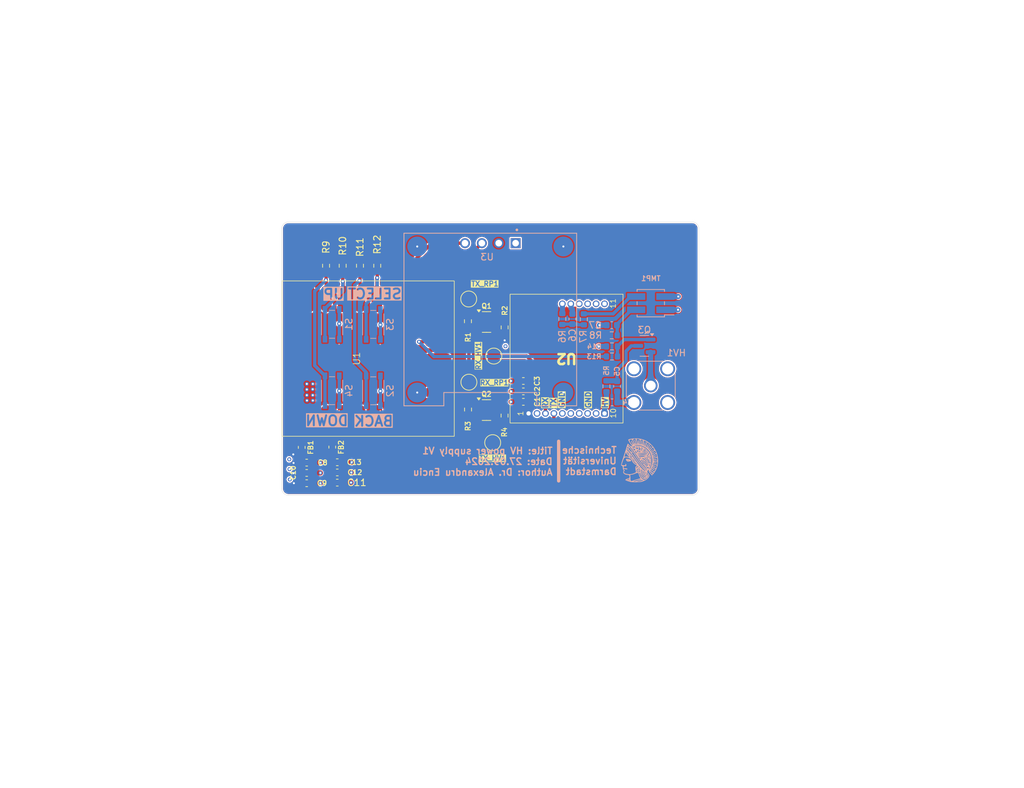
<source format=kicad_pcb>
(kicad_pcb (version 20240108) (generator "pcbnew") (generator_version "8.0")
  (title_block (comment 4 "AISLER Project ID: CDHSDLMZ"))
  (layers (0 "F.Cu" signal) (1 "In1.Cu" signal) (2 "In2.Cu" signal) (31 "B.Cu" signal) (34 "B.Paste" user) (35 "F.Paste" user) (36 "B.SilkS" user "B.Silkscreen") (37 "F.SilkS" user "F.Silkscreen") (38 "B.Mask" user) (39 "F.Mask" user) (44 "Edge.Cuts" user))
  (net 0 "")
  (net 5 "Net-(HV1-In)")
  (net 20 "+5V")
  (net 21 "GND")
  (net 22 "Net-(U2-HV_out)")
  (net 23 "HV_Out")
  (net 24 "Net-(C6-Pad1)")
  (net 25 "Net-(TMP1-Pin_2)")
  (net 26 "+3V3")
  (net 27 "Net-(U1-5V)")
  (net 28 "Net-(U1-3V3)")
  (net 29 "TX_RP2040")
  (net 30 "RX_PSU")
  (net 31 "RX_RP2040")
  (net 32 "TX_PSU")
  (net 33 "Net-(U2-Temp)")
  (net 34 "Temp_in")
  (net 35 "DisplaySCL")
  (net 36 "DisplaySDA")
  (net 37 "SW4")
  (net 38 "SW3")
  (net 39 "SW2")
  (net 40 "SW1")
  (net 41 "Net-(Q3-G)")
  (net 42 "HV_ON{slash}OFF")
  (footprint "Package_TO_SOT_SMD:SOT-23" (layer "F.Cu") (at 103.0875 84.805)
    (property "Reference" "Q1")
    (property "Value" "2N7002")
  )
  (footprint "Resistor_SMD:R_0603_1608Metric" (layer "F.Cu") (at 105.8 98.9 90)
    (property "Reference" "R4")
    (property "Value" "10k")
  )
  (footprint "TestPoint:TestPoint_Pad_D2.0mm" (layer "F.Cu") (at 100.43 93.87)
    (property "Reference" "RX_RP1")
    (property "Value" "RX_RP")
  )
  (footprint "Inductor_SMD:L_0603_1608Metric" (layer "F.Cu") (at 75.26 103.69 90)
    (property "Reference" "FB1")
    (property "Value" "1k")
  )
  (footprint "Resistor_SMD:R_0603_1608Metric" (layer "F.Cu") (at 78.93 76.33 -90)
    (property "Reference" "R9")
    (property "Value" "10k")
  )
  (footprint "Inductor_SMD:L_0603_1608Metric" (layer "F.Cu") (at 79.86 103.65 90)
    (property "Reference" "FB2")
    (property "Value" "1k")
  )
  (footprint "Capacitor_SMD:C_0603_1608Metric" (layer "F.Cu") (at 80.61 107.466666)
    (property "Reference" "C12")
    (property "Value" "10nF")
  )
  (footprint "TestPoint:TestPoint_Pad_D2.0mm" (layer "F.Cu") (at 100.4 81.34 180)
    (property "Reference" "TX_RP1")
    (property "Value" "TX_RP")
  )
  (footprint "Resistor_SMD:R_0603_1608Metric" (layer "F.Cu") (at 81.43 76.33 -90)
    (property "Reference" "R10")
    (property "Value" "10k")
  )
  (footprint "Resistor_SMD:R_0603_1608Metric" (layer "F.Cu") (at 100.3 97.99 -90)
    (property "Reference" "R3")
    (property "Value" "10k")
  )
  (footprint "Capacitor_SMD:C_0603_1608Metric" (layer "F.Cu") (at 108.625 95.26 180)
    (property "Reference" "C2")
    (property "Value" "10nF")
  )
  (footprint "Capacitor_SMD:C_0603_1608Metric" (layer "F.Cu") (at 108.625 93.69 180)
    (property "Reference" "C3")
    (property "Value" "100nF")
  )
  (footprint "Resistor_SMD:R_0603_1608Metric" (layer "F.Cu") (at 100.28 84.69 -90)
    (property "Reference" "R1")
    (property "Value" "10k")
  )
  (footprint "Resistor_SMD:R_0603_1608Metric" (layer "F.Cu") (at 86.63 76.33 -90)
    (property "Reference" "R12")
    (property "Value" "10k")
  )
  (footprint "Capacitor_SMD:C_0603_1608Metric" (layer "F.Cu") (at 80.61 109)
    (property "Reference" "C11")
    (property "Value" "100nF")
  )
  (footprint "TestPoint:TestPoint_Pad_D2.0mm" (layer "F.Cu") (at 104.18 89.935 180)
    (property "Reference" "RX_HV1")
    (property "Value" "RX_HV")
  )
  (footprint "Package_TO_SOT_SMD:SOT-23" (layer "F.Cu") (at 103.0775 98.07)
    (property "Reference" "Q2")
    (property "Value" "2N7002")
  )
  (footprint "RP2040MCU:SuperMiniRP2040" (layer "F.Cu") (at 84.035 90.32 90)
    (property "Reference" "U1")
    (property "Value" "~")
  )
  (footprint "Resistor_SMD:R_0603_1608Metric" (layer "F.Cu") (at 84.03 76.33 -90)
    (property "Reference" "R11")
    (property "Value" "10k")
  )
  (footprint "TestPoint:TestPoint_Pad_D2.0mm" (layer "F.Cu") (at 104.01 102.98 -90)
    (property "Reference" "TX_HV1")
    (property "Value" "TX_HV")
  )
  (footprint "Capacitor_SMD:C_0603_1608Metric" (layer "F.Cu") (at 76.01 107.54)
    (property "Reference" "C10")
    (property "Value" "1nF")
  )
  (footprint "Capacitor_SMD:C_0603_1608Metric" (layer "F.Cu") (at 76.01 109.09)
    (property "Reference" "C9")
    (property "Value" "10nF")
  )
  (footprint "Resistor_SMD:R_0603_1608Metric" (layer "F.Cu") (at 105.81 85.62 90)
    (property "Reference" "R2")
    (property "Value" "10k")
  )
  (footprint "C11204-01:C11204-01" (layer "F.Cu") (at 115.13 90.32 90)
    (property "Reference" "U2")
    (property "Value" "~" (hide yes))
  )
  (footprint "Capacitor_SMD:C_0603_1608Metric" (layer "F.Cu") (at 80.61 105.933333)
    (property "Reference" "C13")
    (property "Value" "1nF")
  )
  (footprint "Capacitor_SMD:C_0603_1608Metric" (layer "F.Cu") (at 108.625 96.83 180)
    (property "Reference" "C1")
    (property "Value" "1nF")
  )
  (footprint "Capacitor_SMD:C_0603_1608Metric" (layer "F.Cu") (at 76.01 105.99)
    (property "Reference" "C8")
    (property "Value" "100nF")
  )
  (footprint "Switch:PTS815SJG250SMTRLFS" (layer "B.Cu") (at 86.03 95.17 90)
    (property "Reference" "S2")
    (property "Value" "PTS815_SJG_250_SMTR_LFS")
  )
  (footprint "Resistor_SMD:R_0603_1608Metric" (layer "B.Cu") (at 114.49 84.35 90)
    (property "Reference" "R6")
    (property "Value" "1k")
  )
  (footprint "Capacitor_SMD:C_0603_1608Metric" (layer "B.Cu") (at 122.735 94.49 -90)
    (property "Reference" "C5")
    (property "Value" "47nF")
  )
  (footprint "Capacitor_SMD:C_0603_1608Metric" (layer "B.Cu") (at 116.01 84.35 90)
    (property "Reference" "C6")
    (property "Value" "100nF")
  )
  (footprint "Package_TO_SOT_SMD:SOT-23" (layer "B.Cu") (at 126.84 88.4 180)
    (property "Reference" "Q3")
    (property "Value" "2N7002")
  )
  (footprint "Switch:PTS815SJG250SMTRLFS" (layer "B.Cu") (at 86.03 85.17 90)
    (property "Reference" "S3")
    (property "Value" "PTS815_SJG_250_SMTR_LFS")
  )
  (footprint "Resistor_SMD:R_0603_1608Metric" (layer "B.Cu") (at 121.13 94.49 90)
    (property "Reference" "R5")
    (property "Value" "10")
  )
  (footprint "Resistor_SMD:R_0603_1608Metric" (layer "B.Cu") (at 121.96 88.48)
    (property "Reference" "R14")
    (property "Value" "10k")
  )
  (footprint "Switch:PTS815SJG250SMTRLFS" (layer "B.Cu") (at 79.835 85.15 90)
    (property "Reference" "S1")
    (property "Value" "PTS815_SJG_250_SMTR_LFS")
  )
  (footprint "Switch:PTS815SJG250SMTRLFS" (layer "B.Cu") (at 79.835 95.15 90)
    (property "Reference" "S4")
    (property "Value" "PTS815_SJG_250_SMTR_LFS")
  )
  (footprint "Resistor_SMD:R_0603_1608Metric" (layer "B.Cu") (at 121.96 90)
    (property "Reference" "R13")
    (property "Value" "10k")
  )
  (footprint "Capacitor_SMD:C_0603_1608Metric" (layer "B.Cu") (at 121.93 85.28 180)
    (property "Reference" "C7")
    (property "Value" "100nF")
  )
  (footprint "Resistor_SMD:R_0603_1608Metric" (layer "B.Cu") (at 121.93 86.81 180)
    (property "Reference" "R8")
    (property "Value" "10")
  )
  (footprint "Connector_PinSocket_2.00mm:PinSocket_2x02_P2.00mm_Vertical_SMD" (layer "B.Cu") (at 127.81 81.97)
    (property "Reference" "TMP1")
    (property "Value" "Temperature Connector")
  )
  (footprint "Oled_module:MODULE_DM-OLED096-636" (layer "B.Cu") (at 103.65 84.43 180)
    (property "Reference" "U3")
    (property "Value" "DM-OLED096-636")
  )
  (footprint "Capacitor_SMD:C_0603_1608Metric" (layer "B.Cu") (at 121.985 96.91)
    (property "Reference" "C4")
    (property "Value" "47nF")
  )
  (footprint "Connector_Coaxial:SMA_Wurth_60312002114503_Vertical" (layer "B.Cu") (at 127.81 94.39 90)
    (property "Reference" "HV1")
    (property "Value" "SMA")
  )
  (footprint "Resistor_SMD:R_0603_1608Metric" (layer "B.Cu") (at 117.73 84.4 -90)
    (property "Reference" "R7")
    (property "Value" "1.5k")
  )
  (gr_line (start 113.94 102.77) (end 113.94 108.74) (stroke (width 0.5)) (layer "B.SilkS"))
  (gr_poly (pts (xy 125.78 102.34) (xy 125.956247 102.353169) (xy 126.129266 102.375072) (xy 126.298976 102.405672) (xy 126.465292 102.44493) (xy 126.628134 102.492812) (xy 126.787417 102.549278) (xy 126.94306 102.614292) (xy 127.09498 102.687816) (xy 127.243094 102.769814) (xy 127.387319 102.860248) (xy 127.527573 102.959081) (xy 127.663774 103.066275) (xy 127.795838 103.181794) (xy 127.923683 103.3056) (xy 128.047227 103.437657) (xy 128.14712 103.55496) (xy 128.240945 103.675744) (xy 128.328692 103.799764) (xy 128.410354 103.926772) (xy 128.485922 104.056522) (xy 128.555387 104.188765) (xy 128.618742 104.323255) (xy 128.675977 104.459746) (xy 128.727085 104.597989) (xy 128.772056 104.737739) (xy 128.810884 104.878748) (xy 128.843558 105.02077) (xy 128.870071 105.163556) (xy 128.890414 105.306861) (xy 128.90458 105.450437) (xy 128.912559 105.594038) (xy 128.914343 105.737416) (xy 128.909923 105.880324) (xy 128.899292 106.022515) (xy 128.882441 106.163743) (xy 128.859362 106.30376) (xy 128.830045 106.44232) (xy 128.794484 106.579175) (xy 128.752668 106.714079) (xy 128.704591 106.846784) (xy 128.650243 106.977043) (xy 128.589616 107.10461) (xy 128.522702 107.229238) (xy 128.449492 107.350679) (xy 128.369978 107.468686) (xy 128.284151 107.583013) (xy 128.192004 107.693413) (xy 127.988362 107.924923) (xy 127.726271 107.629425) (xy 127.691013 107.589095) (xy 127.658974 107.551191) (xy 127.630072 107.51555) (xy 127.604224 107.482005) (xy 127.581346 107.450393) (xy 127.561357 107.420547) (xy 127.544173 107.392303) (xy 127.529712 107.365496) (xy 127.523476 107.352579) (xy 127.51789 107.33996) (xy 127.512942 107.327617) (xy 127.508624 107.31553) (xy 127.504924 107.303679) (xy 127.501832 107.292042) (xy 127.499777 107.282615) (xy 127.600387 107.282615) (xy 127.600899 107.289107) (xy 127.603121 107.297235) (xy 127.607061 107.306982) (xy 127.612726 107.318333) (xy 127.620125 107.331273) (xy 127.640156 107.361856) (xy 127.667217 107.398604) (xy 127.701372 107.441392) (xy 127.742685 107.490095) (xy 127.79122 107.544587) (xy 127.79122 107.54459) (xy 127.827812 107.584587) (xy 127.860641 107.619906) (xy 127.88997 107.650701) (xy 127.903405 107.66445) (xy 127.916064 107.677127) (xy 127.927981 107.68875) (xy 127.939188 107.699339) (xy 127.949719 107.708914) (xy 127.959606 107.717494) (xy 127.968883 107.725098) (xy 127.977583 107.731745) (xy 127.985739 107.737455) (xy 127.993383 107.742248) (xy 128.00055 107.746142) (xy 128.007271 107.749158) (xy 128.010475 107.750342) (xy 128.01358 107.751314) (xy 128.016591 107.752076) (xy 128.01951 107.75263) (xy 128.022344 107.752979) (xy 128.025095 107.753126) (xy 128.027768 107.753072) (xy 128.030367 107.75282) (xy 128.032895 107.752372) (xy 128.035358 107.751732) (xy 128.03776 107.750901) (xy 128.040104 107.749881) (xy 128.042394 107.748676) (xy 128.044635 107.747288) (xy 128.046831 107.745718) (xy 128.048986 107.74397) (xy 128.05319 107.739949) (xy 128.057279 107.735242) (xy 128.061286 107.72987) (xy 128.065246 107.723852) (xy 128.06919 107.717206) (xy 128.073151 107.709954) (xy 128.07416 107.707119) (xy 128.0745 107.703744) (xy 128.074183 107.699846) (xy 128.073227 107.695442) (xy 128.069449 107.685188) (xy 128.063285 107.67312) (xy 128.054849 107.659379) (xy 128.044259 107.644105) (xy 128.031631 107.627435) (xy 128.017082 107.609511) (xy 128.000729 107.590472) (xy 127.982689 107.570457) (xy 127.963078 107.549606) (xy 127.942013 107.528059) (xy 127.91961 107.505954) (xy 127.895986 107.483432) (xy 127.871259 107.460633) (xy 127.845544 107.437695) (xy 127.792451 107.392171) (xy 127.745687 107.354193) (xy 127.705316 107.323637) (xy 127.6714 107.300376) (xy 127.644005 107.284284) (xy 127.632772 107.278888) (xy 127.623193 107.275237) (xy 127.615276 107.273316) (xy 127.609029 107.273109) (xy 127.60446 107.2746) (xy 127.601577 107.277774) (xy 127.600387 107.282615) (xy 127.499777 107.282615) (xy 127.499337 107.280599) (xy 127.49743 107.26933) (xy 127.4961 107.258213) (xy 127.495337 107.247229) (xy 127.49513 107.236356) (xy 127.495468 107.225574) (xy 127.496342 107.214862) (xy 127.497742 107.2042) (xy 127.499656 107.193567) (xy 127.502074 107.182942) (xy 127.510068 107.148287) (xy 127.515498 107.118388) (xy 127.51727 107.10522) (xy 127.518422 107.093239) (xy 127.518876 107.084183) (xy 127.724067 107.084183) (xy 127.725318 107.093605) (xy 127.728972 107.104647) (xy 127.734877 107.117172) (xy 127.742883 107.131046) (xy 127.764595 107.162299) (xy 127.792902 107.197325) (xy 127.826597 107.235042) (xy 127.864474 107.274368) (xy 127.905328 107.314221) (xy 127.947953 107.353521) (xy 127.991142 107.391185) (xy 128.03369 107.426132) (xy 128.07439 107.45728) (xy 128.112037 107.483548) (xy 128.145425 107.503854) (xy 128.160145 107.511433) (xy 128.173347 107.517117) (xy 128.184882 107.520769) (xy 128.194598 107.522254) (xy 128.202345 107.521438) (xy 128.207972 107.518185) (xy 128.222237 107.502793) (xy 128.233504 107.487889) (xy 128.237965 107.480551) (xy 128.241617 107.47325) (xy 128.244441 107.46596) (xy 128.246418 107.458652) (xy 128.247528 107.451299) (xy 128.247752 107.443871) (xy 128.247069 107.436342) (xy 128.24546 107.428683) (xy 128.242905 107.420867) (xy 128.239386 107.412864) (xy 128.234882 107.404649) (xy 128.229373 107.396191) (xy 128.222841 107.387464) (xy 128.215265 107.378439) (xy 128.196904 107.359384) (xy 128.174134 107.338803) (xy 128.146797 107.316472) (xy 128.114737 107.292167) (xy 128.077797 107.265663) (xy 128.035821 107.236738) (xy 127.98865 107.205166) (xy 127.961698 107.187609) (xy 127.935501 107.171096) (xy 127.910196 107.155688) (xy 127.885918 107.141447) (xy 127.862803 107.128436) (xy 127.840986 107.116716) (xy 127.820603 107.10635) (xy 127.80179 107.097399) (xy 127.784681 107.089926) (xy 127.769414 107.083991) (xy 127.756124 107.079658) (xy 127.750262 107.078112) (xy 127.744946 107.076989) (xy 127.740191 107.076297) (xy 127.736015 107.076045) (xy 127.732436 107.076239) (xy 127.729469 107.076887) (xy 127.727131 107.077999) (xy 127.725441 107.07958) (xy 127.724414 107.081639) (xy 127.724068 107.084183) (xy 127.724067 107.084183) (xy 127.518876 107.084183) (xy 127.518963 107.082444) (xy 127.5189 107.072835) (xy 127.518239 107.06441) (xy 127.516988 107.05717) (xy 127.515154 107.051113) (xy 127.512745 107.046239) (xy 127.509768 107.042548) (xy 127.50623 107.040038) (xy 127.502139 107.038709) (xy 127.497501 107.03856) (xy 127.492324 107.039591) (xy 127.486615 107.041801) (xy 127.480382 107.045189) (xy 127.473632 107.049755) (xy 127.466371 107.055498) (xy 127.458609 107.062417) (xy 127.45035 107.070512) (xy 127.441604 107.079782) (xy 127.422677 107.101845) (xy 127.401884 107.128601) (xy 127.379285 107.160043) (xy 127.354937 107.196167) (xy 127.336956 107.223963) (xy 127.321532 107.248959) (xy 127.308744 107.271619) (xy 127.303365 107.282218) (xy 127.298676 107.292407) (xy 127.294687 107.302245) (xy 127.291408 107.311789) (xy 127.288849 107.321098) (xy 127.287022 107.330229) (xy 127.285934 107.339241) (xy 127.285598 107.348192) (xy 127.286023 107.35714) (xy 127.28722 107.366142) (xy 127.289197 107.375258) (xy 127.291967 107.384544) (xy 127.295538 107.39406) (xy 127.299921 107.403863) (xy 127.305127 107.414011) (xy 127.311164 107.424563) (xy 127.318045 107.435576) (xy 127.325778 107.447109) (xy 127.343843 107.471965) (xy 127.36544 107.499597) (xy 127.390652 107.530469) (xy 127.41956 107.565045) (xy 127.437103 107.586599) (xy 127.454154 107.608933) (xy 127.470625 107.631872) (xy 127.486427 107.655241) (xy 127.501473 107.678865) (xy 127.515674 107.70257) (xy 127.528941 107.726182) (xy 127.541186 107.749525) (xy 127.552322 107.772426) (xy 127.562259 107.794709) (xy 127.57091 107.8162) (xy 127.578186 107.836724) (xy 127.583999 107.856106) (xy 127.58826 107.874173) (xy 127.590881 107.890749) (xy 127.591775 107.905659) (xy 127.590454 107.939127) (xy 127.586527 107.972795) (xy 127.580044 108.006618) (xy 127.571054 108.040553) (xy 127.559608 108.074555) (xy 127.545758 108.108581) (xy 127.511043 108.176523) (xy 127.467312 108.244028) (xy 127.414968 108.31074) (xy 127.354416 108.376308) (xy 127.286058 108.440377) (xy 127.210299 108.502594) (xy 127.12754 108.562606) (xy 127.038187 108.620058) (xy 126.942641 108.674597) (xy 126.841307 108.725871) (xy 126.734589 108.773525) (xy 126.622888 108.817206) (xy 126.50661 108.85656) (xy 126.506615 108.85656) (xy 126.438303 108.874247) (xy 126.353983 108.889983) (xy 126.255836 108.903733) (xy 126.14604 108.915461) (xy 125.900229 108.932709) (xy 125.633993 108.941447) (xy 125.364774 108.94139) (xy 125.110015 108.932256) (xy 124.993509 108.924197) (xy 124.887159 108.913763) (xy 124.793145 108.900919) (xy 124.713649 108.885628) (xy 124.655001 108.871079) (xy 124.642115 108.867535) (xy 125.726476 108.867535) (xy 125.726714 108.868283) (xy 125.727187 108.86896) (xy 125.728847 108.870098) (xy 125.731473 108.87094) (xy 125.735083 108.87148) (xy 125.739693 108.871708) (xy 125.775404 108.870257) (xy 125.821951 108.865423) (xy 125.940629 108.847196) (xy 126.081889 108.820199) (xy 126.23189 108.787605) (xy 126.376793 108.752588) (xy 126.502757 108.718321) (xy 126.554312 108.70246) (xy 126.595943 108.687976) (xy 126.625919 108.675266) (xy 126.64251 108.664727) (xy 126.649177 108.65716) (xy 126.653328 108.650357) (xy 126.655042 108.644307) (xy 126.6544 108.639) (xy 126.651482 108.634425) (xy 126.646366 108.630571) (xy 126.629865 108.624985) (xy 126.605538 108.622158) (xy 126.574023 108.622005) (xy 126.53596 108.624443) (xy 126.491988 108.629386) (xy 126.442749 108.63675) (xy 126.38888 108.646451) (xy 126.269814 108.672526) (xy 126.139906 108.706934) (xy 126.072486 108.727053) (xy 126.004275 108.749001) (xy 125.96773 108.76138) (xy 125.93322 108.773424) (xy 125.90088 108.785069) (xy 125.870846 108.796252) (xy 125.843254 108.806913) (xy 125.818239 108.816987) (xy 125.795938 108.826412) (xy 125.776485 108.835125) (xy 125.760016 108.843065) (xy 125.746668 108.850168) (xy 125.736575 108.856371) (xy 125.732792 108.859116) (xy 125.729873 108.861613) (xy 125.727837 108.863853) (xy 125.726699 108.86583) (xy 125.726476 108.867535) (xy 124.642115 108.867535) (xy 124.589965 108.853192) (xy 124.520702 108.832668) (xy 124.449467 108.810237) (xy 125.235054 108.810237) (xy 125.235197 108.812642) (xy 125.235678 108.814984) (xy 125.236499 108.817258) (xy 125.237666 108.819458) (xy 125.239182 108.821579) (xy 125.241052 108.823617) (xy 125.243279 108.825565) (xy 125.245869 108.827419) (xy 125.248826 108.829174) (xy 125.258614 108.831862) (xy 125.273898 108.832495) (xy 125.319428 108.828067) (xy 125.382371 108.816825) (xy 125.459684 108.799703) (xy 125.645244 108.751556) (xy 125.851756 108.691103) (xy 126.054869 108.625818) (xy 126.230233 108.563176) (xy 126.299899 108.535182) (xy 126.353496 108.510653) (xy 126.38798 108.490522) (xy 126.397104 108.482398) (xy 126.400307 108.475724) (xy 126.398213 108.472687) (xy 126.391932 108.470935) (xy 126.367664 108.471072) (xy 126.329211 108.475703) (xy 126.278278 108.484399) (xy 126.145803 108.512264) (xy 125.983892 108.551227) (xy 125.806199 108.597847) (xy 125.626379 108.648683) (xy 125.458085 108.700293) (xy 125.314971 108.749237) (xy 125.308536 108.751683) (xy 125.302342 108.754183) (xy 125.29639 108.756733) (xy 125.290687 108.759327) (xy 125.285236 108.761961) (xy 125.280041 108.764629) (xy 125.275107 108.767325) (xy 125.270437 108.770046) (xy 125.266037 108.772786) (xy 125.26191 108.775539) (xy 125.25806 108.7783) (xy 125.254492 108.781066) (xy 125.251211 108.783829) (xy 125.248219 108.786585) (xy 125.245522 108.78933) (xy 125.243124 108.792057) (xy 125.241028 108.794762) (xy 125.23924 108.79744) (xy 125.237763 108.800085) (xy 125.236602 108.802692) (xy 125.23576 108.805257) (xy 125.235243 108.807773) (xy 125.235054 108.810237) (xy 124.449467 108.810237) (xy 124.449372 108.810207) (xy 124.378138 108.786507) (xy 124.309162 108.76227) (xy 124.244605 108.738195) (xy 124.186629 108.714981) (xy 124.142544 108.696453) (xy 124.104023 108.679903) (xy 124.070898 108.665069) (xy 124.056307 108.658215) (xy 124.043002 108.651691) (xy 124.042379 108.651368) (xy 124.50502 108.651368) (xy 124.50504 108.654138) (xy 124.50525 108.656989) (xy 124.505652 108.659917) (xy 124.506247 108.662918) (xy 124.507037 108.665987) (xy 124.508026 108.66912) (xy 124.509213 108.672313) (xy 124.510601 108.675562) (xy 124.512193 108.678862) (xy 124.513989 108.68221) (xy 124.515992 108.685601) (xy 124.520308 108.692339) (xy 124.524799 108.698888) (xy 124.52943 108.705215) (xy 124.534165 108.711284) (xy 124.538969 108.717063) (xy 124.543805 108.722518) (xy 124.548637 108.727613) (xy 124.553429 108.732317) (xy 124.558146 108.736594) (xy 124.562752 108.740411) (xy 124.567211 108.743734) (xy 124.571487 108.746528) (xy 124.573545 108.747717) (xy 124.575543 108.748761) (xy 124.577478 108.749656) (xy 124.579345 108.750397) (xy 124.58114 108.750982) (xy 124.582857 108.751404) (xy 124.584492 108.751661) (xy 124.586041 108.751748) (xy 124.587537 108.751661) (xy 124.589013 108.751404) (xy 124.590468 108.750982) (xy 124.591901 108.750397) (xy 124.593309 108.749656) (xy 124.594691 108.748761) (xy 124.597368 108.746528) (xy 124.599916 108.743734) (xy 124.602321 108.740411) (xy 124.604568 108.736594) (xy 124.606643 108.732317) (xy 124.608529 108.727613) (xy 124.610212 108.722518) (xy 124.611677 108.717063) (xy 124.612909 108.711284) (xy 124.613893 108.705215) (xy 124.614615 108.698888) (xy 124.615059 108.692339) (xy 124.61521 108.685601) (xy 124.615119 108.68221) (xy 124.614847 108.678862) (xy 124.614399 108.675562) (xy 124.613781 108.672313) (xy 124.612995 108.66912) (xy 124.612047 108.665987) (xy 124.610942 108.662918) (xy 124.609683 108.659917) (xy 124.608276 108.656989) (xy 124.606724 108.654138) (xy 124.605032 108.651368) (xy 124.603205 108.648684) (xy 124.601247 108.646089) (xy 124.599163 108.643588) (xy 124.596957 108.641185) (xy 124.594634 108.638884) (xy 124.592198 108.63669) (xy 124.589653 108.634607) (xy 124.587004 108.632639) (xy 124.584257 108.630791) (xy 124.581414 108.629065) (xy 124.57848 108.627468) (xy 124.575461 108.626002) (xy 124.57236 108.624673) (xy 124.569183 108.623485) (xy 124.565933 108.622441) (xy 124.562614 108.621546) (xy 124.559233 108.620804) (xy 124.555792 108.62022) (xy 124.552297 108.619797) (xy 124.548752 108.61954) (xy 124.545161 108.619454) (xy 124.541625 108.61954) (xy 124.538239 108.619797) (xy 124.535006 108.62022) (xy 124.531927 108.620804) (xy 124.529004 108.621546) (xy 124.52624 108.622441) (xy 124.523635 108.623485) (xy 124.521193 108.624673) (xy 124.518914 108.626002) (xy 124.516801 108.627468) (xy 124.514855 108.629065) (xy 124.513079 108.630791) (xy 124.511474 108.632639) (xy 124.510041 108.634607) (xy 124.508784 108.63669) (xy 124.507704 108.638884) (xy 124.506802 108.641185) (xy 124.506081 108.643588) (xy 124.505543 108.646089) (xy 124.505188 108.648684) (xy 124.50502 108.651368) (xy 124.042379 108.651368) (xy 124.030962 108.645465) (xy 124.020167 108.639504) (xy 124.010595 108.633776) (xy 124.002225 108.628248) (xy 123.995037 108.622888) (xy 123.98901 108.617661) (xy 123.984122 108.612536) (xy 123.980354 108.60748) (xy 123.977683 108.602461) (xy 123.976794 108.600067) (xy 124.19506 108.600067) (xy 124.195065 108.601102) (xy 124.195202 108.602091) (xy 124.19547 108.603033) (xy 124.195871 108.603927) (xy 124.196405 108.604772) (xy 124.197073 108.605569) (xy 124.197877 108.606316) (xy 124.198816 108.607011) (xy 124.199892 108.607656) (xy 124.202456 108.608787) (xy 124.205577 108.609703) (xy 124.209259 108.610399) (xy 124.213511 108.610868) (xy 124.218337 108.611103) (xy 124.229473 108.610875) (xy 124.242318 108.609728) (xy 124.256717 108.607708) (xy 124.272519 108.60486) (xy 124.30772 108.596863) (xy 124.3467 108.586098) (xy 124.388238 108.57293) (xy 124.431114 108.55772) (xy 124.474105 108.540832) (xy 124.515992 108.522629) (xy 124.526034 108.517968) (xy 124.535692 108.51336) (xy 124.54496 108.50881) (xy 124.55383 108.504325) (xy 124.562297 108.49991) (xy 124.570355 108.495572) (xy 124.577996 108.491317) (xy 124.585215 108.48715) (xy 124.592005 108.483078) (xy 124.59836 108.479107) (xy 124.604273 108.475243) (xy 124.609739 108.471491) (xy 124.61475 108.467857) (xy 124.619301 108.464349) (xy 124.623385 108.460971) (xy 124.626995 108.45773) (xy 124.630126 108.454632) (xy 124.632771 108.451682) (xy 124.634924 108.448888) (xy 124.636578 108.446254) (xy 124.637727 108.443787) (xy 124.63811 108.442617) (xy 124.638364 108.441492) (xy 124.638489 108.440412) (xy 124.638484 108.439377) (xy 124.638347 108.438388) (xy 124.638079 108.437446) (xy 124.637678 108.436552) (xy 124.637144 108.435706) (xy 124.636476 108.43491) (xy 124.635672 108.434163) (xy 124.634733 108.433467) (xy 124.633657 108.432823) (xy 124.631093 108.431692) (xy 124.627972 108.430775) (xy 124.62429 108.43008) (xy 124.620038 108.429611) (xy 124.615212 108.429375) (xy 124.604076 108.429603) (xy 124.591231 108.430749) (xy 124.576832 108.432769) (xy 124.56103 108.435616) (xy 124.525829 108.443613) (xy 124.486849 108.454378) (xy 124.44531 108.467546) (xy 124.402435 108.482756) (xy 124.359443 108.499645) (xy 124.317555 108.517849) (xy 124.317555 108.517853) (xy 124.307513 108.522514) (xy 124.297855 108.527122) (xy 124.288588 108.531671) (xy 124.279717 108.536156) (xy 124.27125 108.540571) (xy 124.263193 108.544908) (xy 124.255552 108.549163) (xy 124.248333 108.55333) (xy 124.241543 108.557402) (xy 124.235189 108.561373) (xy 124.229275 108.565237) (xy 124.22381 108.568989) (xy 124.218798 108.572622) (xy 124.214248 108.57613) (xy 124.210164 108.579508) (xy 124.206553 108.582749) (xy 124.203423 108.585847) (xy 124.200778 108.588796) (xy 124.198625 108.591591) (xy 124.196971 108.594225) (xy 124.195822 108.596692) (xy 124.195439 108.597861) (xy 124.195185 108.598986) (xy 124.19506 108.600067) (xy 123.976794 108.600067) (xy 123.976752 108.599954) (xy 123.976089 108.597444) (xy 123.975689 108.594927) (xy 123.97555 108.592399) (xy 123.975671 108.589855) (xy 123.976047 108.587291) (xy 123.977558 108.582088) (xy 123.980063 108.576758) (xy 123.983539 108.571267) (xy 123.987967 108.565583) (xy 123.993325 108.559674) (xy 123.999593 108.553506) (xy 124.006749 108.547046) (xy 124.014773 108.540263) (xy 124.033339 108.525592) (xy 124.055125 108.509232) (xy 124.069356 108.499211) (xy 124.085097 108.489079) (xy 124.102186 108.478908) (xy 124.120459 108.468764) (xy 124.139755 108.458719) (xy 124.159909 108.44884) (xy 124.18076 108.439197) (xy 124.202143 108.429859) (xy 124.245859 108.412375) (xy 124.267864 108.404367) (xy 124.289751 108.396941) (xy 124.311357 108.390166) (xy 124.332518 108.38411) (xy 124.353073 108.378844) (xy 124.372857 108.374436) (xy 124.410828 108.365571) (xy 124.44534 108.355174) (xy 124.461314 108.349376) (xy 124.476441 108.343166) (xy 124.490727 108.336533) (xy 124.504177 108.329468) (xy 124.516797 108.32196) (xy 124.528594 108.314001) (xy 124.539572 108.305579) (xy 124.549739 108.296686) (xy 124.559098 108.287311) (xy 124.567658 108.277445) (xy 124.575422 108.267077) (xy 124.582398 108.256199) (xy 124.58859 108.244799) (xy 124.594005 108.232869) (xy 124.598648 108.220397) (xy 124.602526 108.207376) (xy 124.605644 108.193794) (xy 124.608008 108.179641) (xy 124.609623 108.164909) (xy 124.610496 108.149587) (xy 124.610632 108.133665) (xy 124.610037 108.117133) (xy 124.608718 108.099982) (xy 124.606679 108.082201) (xy 124.600466 108.044713) (xy 124.591447 108.004589) (xy 124.585466 107.983224) (xy 124.578631 107.963719) (xy 124.570797 107.945984) (xy 124.561817 107.929933) (xy 124.556851 107.922512) (xy 124.552697 107.917007) (xy 124.697525 107.917007) (xy 124.697592 107.925107) (xy 124.698191 107.933655) (xy 124.699297 107.942671) (xy 124.700881 107.952176) (xy 124.702919 107.962191) (xy 124.708245 107.98383) (xy 124.715789 108.018272) (xy 124.722861 108.0628) (xy 124.729304 108.115552) (xy 124.734962 108.174669) (xy 124.739678 108.238288) (xy 124.743294 108.304549) (xy 124.745654 108.371591) (xy 124.7466 108.437554) (xy 124.746602 108.43755) (xy 124.747385 108.497492) (xy 124.74962 108.550406) (xy 124.753684 108.596524) (xy 124.756519 108.617108) (xy 124.759953 108.63608) (xy 124.764033 108.653471) (xy 124.768805 108.669308) (xy 124.774317 108.683622) (xy 124.780616 108.696441) (xy 124.787749 108.707795) (xy 124.795763 108.717712) (xy 124.804705 108.726223) (xy 124.814623 108.733355) (xy 124.825563 108.739138) (xy 124.837572 108.743602) (xy 124.850698 108.746776) (xy 124.864988 108.748688) (xy 124.880489 108.749368) (xy 124.897247 108.748845) (xy 124.915311 108.747148) (xy 124.934727 108.744307) (xy 124.977803 108.735307) (xy 125.026853 108.722078) (xy 125.082253 108.704854) (xy 125.144381 108.683869) (xy 125.245717 108.650563) (xy 125.39939 108.602334) (xy 125.584534 108.545642) (xy 125.780284 108.48695) (xy 126.250821 108.347462) (xy 126.127549 108.105668) (xy 126.114992 108.080275) (xy 126.102787 108.054101) (xy 126.090997 108.027344) (xy 126.079685 108.000203) (xy 126.068915 107.972878) (xy 126.058751 107.945567) (xy 126.049254 107.91847) (xy 126.040489 107.891786) (xy 126.032518 107.865715) (xy 126.025404 107.840456) (xy 126.019212 107.816207) (xy 126.014004 107.793168) (xy 126.009843 107.771539) (xy 126.006793 107.751518) (xy 126.004917 107.733305) (xy 126.004277 107.717099) (xy 126.003615 107.699136) (xy 126.001647 107.682136) (xy 125.998399 107.666103) (xy 125.993897 107.65104) (xy 125.99069 107.643155) (xy 126.097827 107.643155) (xy 126.100921 107.678755) (xy 126.107383 107.717686) (xy 126.117117 107.759577) (xy 126.130025 107.804053) (xy 126.146008 107.850741) (xy 126.164969 107.899268) (xy 126.186811 107.949262) (xy 126.211434 108.000348) (xy 126.238742 108.052155) (xy 126.268637 108.104307) (xy 126.30102 108.156433) (xy 126.30102 108.156437) (xy 126.31727 108.180605) (xy 126.335047 108.205238) (xy 126.354175 108.230162) (xy 126.374476 108.2552) (xy 126.395775 108.280176) (xy 126.417895 108.304912) (xy 126.44066 108.329234) (xy 126.463892 108.352964) (xy 126.487415 108.375927) (xy 126.511053 108.397945) (xy 126.534629 108.418844) (xy 126.557966 108.438445) (xy 126.580889 108.456574) (xy 126.60322 108.473053) (xy 126.624782 108.487707) (xy 126.6454 108.500359) (xy 126.678198 108.519091) (xy 126.707638 108.535299) (xy 126.734212 108.548967) (xy 126.758412 108.560083) (xy 126.769775 108.564679) (xy 126.78073 108.568633) (xy 126.791338 108.571942) (xy 126.80166 108.574604) (xy 126.811758 108.576618) (xy 126.821694 108.577982) (xy 126.831528 108.578694) (xy 126.841323 108.578753) (xy 126.85114 108.578158) (xy 126.86104 108.576905) (xy 126.871086 108.574995) (xy 126.881338 108.572424) (xy 126.891859 108.569192) (xy 126.902709 108.565296) (xy 126.913951 108.560735) (xy 126.925646 108.555508) (xy 126.95064 108.543046) (xy 126.978184 108.527897) (xy 127.008771 108.510047) (xy 127.042893 108.489483) (xy 127.088072 108.46053) (xy 127.131354 108.429845) (xy 127.172598 108.397617) (xy 127.211665 108.364037) (xy 127.248414 108.329296) (xy 127.282705 108.293584) (xy 127.314396 108.25709) (xy 127.343348 108.220006) (xy 127.36942 108.182522) (xy 127.392471 108.144829) (xy 127.412362 108.107116) (xy 127.428951 108.069574) (xy 127.442098 108.032393) (xy 127.447337 108.013998) (xy 127.451663 107.995764) (xy 127.455058 107.977716) (xy 127.457504 107.959878) (xy 127.458985 107.942272) (xy 127.459483 107.924923) (xy 127.458978 107.909506) (xy 127.457493 107.893528) (xy 127.455072 107.877057) (xy 127.451762 107.860163) (xy 127.447605 107.842915) (xy 127.442648 107.825381) (xy 127.436935 107.807631) (xy 127.430511 107.789732) (xy 127.423421 107.771755) (xy 127.415709 107.753768) (xy 127.398601 107.71804) (xy 127.379546 107.683098) (xy 127.358902 107.649495) (xy 127.337029 107.617781) (xy 127.314285 107.588507) (xy 127.302698 107.574957) (xy 127.291028 107.562225) (xy 127.27932 107.550378) (xy 127.267618 107.539485) (xy 127.255968 107.529616) (xy 127.244414 107.520839) (xy 127.233001 107.513224) (xy 127.221773 107.506838) (xy 127.210777 107.501752) (xy 127.200056 107.498034) (xy 127.189655 107.495752) (xy 127.17962 107.494976) (xy 127.176018 107.495177) (xy 127.172835 107.495771) (xy 127.170065 107.496749) (xy 127.167704 107.498101) (xy 127.165748 107.499818) (xy 127.164192 107.501889) (xy 127.163032 107.504305) (xy 127.162263 107.507056) (xy 127.161881 107.510132) (xy 127.161881 107.513524) (xy 127.162258 107.517221) (xy 127.163009 107.521214) (xy 127.165613 107.530048) (xy 127.169656 107.539946) (xy 127.175103 107.550832) (xy 127.181917 107.562626) (xy 127.190063 107.57525) (xy 127.199504 107.588625) (xy 127.210206 107.602672) (xy 127.222133 107.617315) (xy 127.235247 107.632473) (xy 127.249514 107.648068) (xy 127.271896 107.673234) (xy 127.29218 107.698811) (xy 127.310384 107.724749) (xy 127.326521 107.751002) (xy 127.340609 107.777521) (xy 127.352661 107.804258) (xy 127.362693 107.831164) (xy 127.370722 107.858193) (xy 127.376761 107.885296) (xy 127.380828 107.912425) (xy 127.382936 107.939532) (xy 127.383102 107.966569) (xy 127.381341 107.993487) (xy 127.377668 108.02024) (xy 127.372098 108.046778) (xy 127.364648 108.073054) (xy 127.355332 108.09902) (xy 127.344167 108.124628) (xy 127.331166 108.14983) (xy 127.316347 108.174577) (xy 127.299724 108.198822) (xy 127.281312 108.222517) (xy 127.261127 108.245613) (xy 127.239185 108.268063) (xy 127.2155 108.289819) (xy 127.190089 108.310832) (xy 127.162966 108.331055) (xy 127.134148 108.35044) (xy 127.103649 108.368938) (xy 127.071485 108.386501) (xy 127.037671 108.403082) (xy 127.002223 108.418633) (xy 126.97111 108.431171) (xy 126.942565 108.441812) (xy 126.916228 108.450505) (xy 126.891739 108.457198) (xy 126.880074 108.459779) (xy 126.868737 108.461841) (xy 126.857681 108.463378) (xy 126.846862 108.464382) (xy 126.836235 108.464848) (xy 126.825755 108.46477) (xy 126.815376 108.464141) (xy 126.805054 108.462953) (xy 126.794743 108.461202) (xy 126.784399 108.458881) (xy 126.773977 108.455983) (xy 126.763432 108.452502) (xy 126.752718 108.448431) (xy 126.74179 108.443764) (xy 126.719114 108.432616) (xy 126.695044 108.419008) (xy 126.66922 108.402887) (xy 126.641281 108.384203) (xy 126.610867 108.362904) (xy 126.571681 108.332533) (xy 126.533044 108.297815) (xy 126.49523 108.25924) (xy 126.458511 108.217299) (xy 126.42316 108.172482) (xy 126.389451 108.125278) (xy 126.357657 108.07618) (xy 126.32805 108.025676) (xy 126.300904 107.974257) (xy 126.276491 107.922414) (xy 126.255085 107.870637) (xy 126.236959 107.819416) (xy 126.222385 107.769242) (xy 126.211638 107.720605) (xy 126.204989 107.673995) (xy 126.202712 107.629902) (xy 126.202625 107.622626) (xy 126.202368 107.61555) (xy 126.201945 107.608679) (xy 126.20136 107.602022) (xy 126.200617 107.595583) (xy 126.19972 107.58937) (xy 126.198675 107.583389) (xy 126.197484 107.577647) (xy 126.196152 107.572149) (xy 126.194683 107.566903) (xy 126.193826 107.564232) (xy 126.335006 107.564232) (xy 126.335447 107.61236) (xy 126.336867 107.656886) (xy 126.33941 107.6982) (xy 126.343221 107.736694) (xy 126.348443 107.77276) (xy 126.355221 107.806788) (xy 126.363698 107.83917) (xy 126.37402 107.870296) (xy 126.386331 107.900559) (xy 126.400774 107.930348) (xy 126.417494 107.960056) (xy 126.436634 107.990073) (xy 126.458341 108.020791) (xy 126.482756 108.052601) (xy 126.510026 108.085893) (xy 126.540293 108.12106) (xy 126.540297 108.12106) (xy 126.561649 108.144878) (xy 126.583262 108.168029) (xy 126.604989 108.190392) (xy 126.626682 108.211847) (xy 126.648191 108.232274) (xy 126.669367 108.251554) (xy 126.690063 108.269567) (xy 126.71013 108.286192) (xy 126.729419 108.301311) (xy 126.747781 108.314802) (xy 126.765068 108.326547) (xy 126.781131 108.336425) (xy 126.795821 108.344317) (xy 126.808991 108.350102) (xy 126.814959 108.352167) (xy 126.820491 108.353661) (xy 126.825568 108.354568) (xy 126.830172 108.354874) (xy 126.834172 108.354538) (xy 126.837457 108.353542) (xy 126.840036 108.351901) (xy 126.841922 108.349633) (xy 126.843126 108.346753) (xy 126.843658 108.343278) (xy 126.843529 108.339225) (xy 126.842752 108.334611) (xy 126.839292 108.323761) (xy 126.833366 108.310861) (xy 126.825064 108.296043) (xy 126.814474 108.279438) (xy 126.801683 108.261178) (xy 126.78678 108.241394) (xy 126.769853 108.220219) (xy 126.750991 108.197783) (xy 126.730281 108.174219) (xy 126.707813 108.149658) (xy 126.683675 108.124232) (xy 126.657954 108.098072) (xy 126.619399 108.058972) (xy 126.584773 108.022567) (xy 126.553876 107.988445) (xy 126.526511 107.956192) (xy 126.502478 107.925395) (xy 126.481578 107.89564) (xy 126.463613 107.866515) (xy 126.448383 107.837607) (xy 126.435689 107.808502) (xy 126.425334 107.778788) (xy 126.417117 107.74805) (xy 126.41084 107.715876) (xy 126.406304 107.681853) (xy 126.403311 107.645568) (xy 126.40166 107.606607) (xy 126.401154 107.564557) (xy 126.401493 107.537041) (xy 126.533442 107.537041) (xy 126.533893 107.580745) (xy 126.535326 107.621275) (xy 126.537863 107.658942) (xy 126.541626 107.694056) (xy 126.546737 107.726927) (xy 126.553317 107.757865) (xy 126.56149 107.787182) (xy 126.566212 107.801328) (xy 126.571377 107.815186) (xy 126.577001 107.828793) (xy 126.583099 107.842189) (xy 126.589686 107.855412) (xy 126.596778 107.8685) (xy 126.612537 107.894431) (xy 126.630497 107.920291) (xy 126.650781 107.946391) (xy 126.67351 107.973041) (xy 126.698806 108.000551) (xy 126.72679 108.029232) (xy 126.726779 108.029232) (xy 126.747102 108.04891) (xy 126.768085 108.067997) (xy 126.789568 108.086399) (xy 126.811388 108.104015) (xy 126.833386 108.12075) (xy 126.855399 108.136505) (xy 126.877268 108.151182) (xy 126.89883 108.164685) (xy 126.919925 108.176915) (xy 126.940391 108.187775) (xy 126.960068 108.197167) (xy 126.978794 108.204994) (xy 126.996408 108.211157) (xy 127.01275 108.21556) (xy 127.027658 108.218105) (xy 127.034524 108.218649) (xy 127.040971 108.218693) (xy 127.060853 108.217975) (xy 127.078063 108.21712) (xy 127.092592 108.216031) (xy 127.10443 108.214611) (xy 127.109338 108.213745) (xy 127.11357 108.21276) (xy 127.117125 108.211643) (xy 127.120002 108.210381) (xy 127.1222 108.208963) (xy 127.123717 108.207377) (xy 127.124553 108.205609) (xy 127.124707 108.203648) (xy 127.124176 108.201482) (xy 127.122961 108.199098) (xy 127.12106 108.196484) (xy 127.118472 108.193628) (xy 127.115196 108.190518) (xy 127.111231 108.187141) (xy 127.101228 108.179538) (xy 127.088454 108.170721) (xy 127.072901 108.160593) (xy 127.033421 108.13601) (xy 126.970186 108.096014) (xy 126.912747 108.057066) (xy 126.860924 108.018875) (xy 126.814536 107.981148) (xy 126.773405 107.943591) (xy 126.754754 107.924786) (xy 126.737349 107.905913) (xy 126.721168 107.886937) (xy 126.706189 107.867821) (xy 126.692389 107.848528) (xy 126.679745 107.829022) (xy 126.668235 107.809266) (xy 126.657837 107.789224) (xy 126.648528 107.768859) (xy 126.640285 107.748134) (xy 126.633086 107.727013) (xy 126.626908 107.705459) (xy 126.62173 107.683436) (xy 126.617528 107.660907) (xy 126.61428 107.637836) (xy 126.611963 107.614186) (xy 126.610034 107.565002) (xy 126.611561 107.513063) (xy 126.616364 107.458077) (xy 126.617933 107.442878) (xy 126.72494 107.442878) (xy 126.726999 107.486978) (xy 126.732592 107.533854) (xy 126.741556 107.582436) (xy 126.753727 107.631652) (xy 126.768942 107.680433) (xy 126.787039 107.727707) (xy 126.807853 107.772404) (xy 126.831222 107.813452) (xy 126.843814 107.832274) (xy 126.856982 107.849782) (xy 126.870708 107.865842) (xy 126.88497 107.880322) (xy 126.88497 107.880326) (xy 126.90123 107.894964) (xy 126.918336 107.909167) (xy 126.936146 107.922861) (xy 126.954515 107.935975) (xy 126.973299 107.948435) (xy 126.992354 107.960169) (xy 127.011536 107.971104) (xy 127.0307 107.981167) (xy 127.049702 107.990285) (xy 127.068399 107.998386) (xy 127.086647 108.005398) (xy 127.1043 108.011246) (xy 127.121215 108.015859) (xy 127.137248 108.019164) (xy 127.152255 108.021087) (xy 127.166091 108.021557) (xy 127.181398 108.020898) (xy 127.194005 108.019588) (xy 127.203904 108.017615) (xy 127.207834 108.016376) (xy 127.211082 108.014967) (xy 127.213649 108.013387) (xy 127.215532 108.011634) (xy 127.21673 108.009707) (xy 127.217242 108.007605) (xy 127.217066 108.005325) (xy 127.216202 108.002867) (xy 127.214647 108.000229) (xy 127.212402 107.99741) (xy 127.205833 107.991222) (xy 127.196484 107.984292) (xy 127.184345 107.976609) (xy 127.169406 107.968161) (xy 127.151657 107.958938) (xy 127.131088 107.948927) (xy 127.107689 107.938118) (xy 127.08145 107.926499) (xy 127.061436 107.917246) (xy 127.042018 107.907167) (xy 127.023212 107.896298) (xy 127.005036 107.884674) (xy 126.987507 107.872331) (xy 126.970643 107.859303) (xy 126.95446 107.845626) (xy 126.938976 107.831335) (xy 126.924208 107.816466) (xy 126.910174 107.801053) (xy 126.89689 107.785133) (xy 126.884375 107.768739) (xy 126.872644 107.751909) (xy 126.872544 107.751751) (xy 127.128756 107.751751) (xy 127.128843 107.755195) (xy 127.129099 107.758702) (xy 127.129522 107.762263) (xy 127.130106 107.765874) (xy 127.130848 107.769525) (xy 127.131743 107.773212) (xy 127.133975 107.780662) (xy 127.13677 107.788169) (xy 127.140092 107.795677) (xy 127.143909 107.803133) (xy 127.148186 107.81048) (xy 127.152889 107.817664) (xy 127.157985 107.824631) (xy 127.163439 107.831325) (xy 127.169218 107.837691) (xy 127.175288 107.843674) (xy 127.181614 107.84922) (xy 127.188163 107.854274) (xy 127.191511 107.856599) (xy 127.194901 107.85878) (xy 127.198292 107.860789) (xy 127.201639 107.862601) (xy 127.20494 107.864219) (xy 127.208189 107.865642) (xy 127.211382 107.866874) (xy 127.214515 107.867915) (xy 127.217584 107.868768) (xy 127.220585 107.869434) (xy 127.223512 107.869915) (xy 127.226363 107.870211) (xy 127.229133 107.870326) (xy 127.231818 107.87026) (xy 127.234412 107.870015) (xy 127.236913 107.869592) (xy 127.239316 107.868994) (xy 127.241617 107.868222) (xy 127.24381 107.867278) (xy 127.245893 107.866162) (xy 127.247861 107.864878) (xy 127.24971 107.863425) (xy 127.251435 107.861807) (xy 127.253033 107.860025) (xy 127.254498 107.858079) (xy 127.255827 107.855973) (xy 127.257016 107.853707) (xy 127.25806 107.851283) (xy 127.258955 107.848703) (xy 127.259696 107.845969) (xy 127.26028 107.843081) (xy 127.260703 107.840042) (xy 127.26096 107.836853) (xy 127.261046 107.833516) (xy 127.26096 107.830071) (xy 127.260703 107.826565) (xy 127.26028 107.823003) (xy 127.259696 107.819392) (xy 127.258955 107.81574) (xy 127.25806 107.812053) (xy 127.255827 107.804603) (xy 127.253033 107.797096) (xy 127.24971 107.789588) (xy 127.245893 107.782133) (xy 127.241617 107.774785) (xy 127.236913 107.767601) (xy 127.231818 107.760635) (xy 127.226363 107.753941) (xy 127.220585 107.747575) (xy 127.214515 107.741592) (xy 127.208189 107.736046) (xy 127.201639 107.730993) (xy 127.198292 107.728668) (xy 127.194901 107.726487) (xy 127.191511 107.724478) (xy 127.188163 107.722665) (xy 127.184863 107.721048) (xy 127.181614 107.719625) (xy 127.178421 107.718393) (xy 127.175288 107.717351) (xy 127.172219 107.716499) (xy 127.169218 107.715833) (xy 127.16629 107.715352) (xy 127.163439 107.715056) (xy 127.160669 107.714941) (xy 127.157985 107.715007) (xy 127.15539 107.715252) (xy 127.152889 107.715675) (xy 127.150486 107.716273) (xy 127.148186 107.717045) (xy 127.145992 107.717989) (xy 127.143909 107.719105) (xy 127.141941 107.720389) (xy 127.140092 107.721841) (xy 127.138367 107.72346) (xy 127.13677 107.725242) (xy 127.135305 107.727187) (xy 127.133975 107.729294) (xy 127.132787 107.73156) (xy 127.131743 107.733983) (xy 127.130848 107.736564) (xy 127.130106 107.739298) (xy 127.129522 107.742186) (xy 127.129099 107.745225) (xy 127.128843 107.748414) (xy 127.128756 107.751751) (xy 126.872544 107.751751) (xy 126.861716 107.734676) (xy 126.851607 107.717075) (xy 126.842335 107.699144) (xy 126.833918 107.680916) (xy 126.826372 107.662426) (xy 126.819715 107.643711) (xy 126.813963 107.624806) (xy 126.809135 107.605745) (xy 126.805247 107.586564) (xy 126.802317 107.567298) (xy 126.801692 107.561119) (xy 126.930318 107.561119) (xy 126.930449 107.574596) (xy 126.930835 107.587694) (xy 126.931462 107.600347) (xy 126.932318 107.612487) (xy 126.933389 107.624045) (xy 126.934663 107.634953) (xy 126.936126 107.645145) (xy 126.937765 107.654552) (xy 126.939568 107.663106) (xy 126.941522 107.67074) (xy 126.943613 107.677385) (xy 126.944706 107.680316) (xy 126.945828 107.682974) (xy 126.946979 107.685352) (xy 126.948155 107.68744) (xy 126.949357 107.68923) (xy 126.950581 107.690713) (xy 126.951827 107.691882) (xy 126.953092 107.692727) (xy 126.954376 107.69324) (xy 126.955676 107.693413) (xy 126.957021 107.69324) (xy 126.958438 107.692727) (xy 126.961476 107.690713) (xy 126.964757 107.68744) (xy 126.968252 107.682974) (xy 126.971929 107.677385) (xy 126.975757 107.67074) (xy 126.979707 107.663106) (xy 126.983747 107.654552) (xy 126.987847 107.645145) (xy 126.991975 107.634953) (xy 127.000195 107.612487) (xy 127.008161 107.587694) (xy 127.015628 107.561119) (xy 127.017323 107.554338) (xy 127.018841 107.547643) (xy 127.020184 107.541042) (xy 127.021354 107.534545) (xy 127.022351 107.528158) (xy 127.023179 107.521892) (xy 127.023838 107.515754) (xy 127.02433 107.509753) (xy 127.024656 107.503897) (xy 127.024819 107.498195) (xy 127.02482 107.492656) (xy 127.02466 107.487287) (xy 127.024342 107.482097) (xy 127.023866 107.477095) (xy 127.023235 107.47229) (xy 127.022449 107.467689) (xy 127.021512 107.463301) (xy 127.020423 107.459135) (xy 127.019186 107.455199) (xy 127.017801 107.451502) (xy 127.01627 107.448051) (xy 127.014595 107.444857) (xy 127.012777 107.441926) (xy 127.010818 107.439268) (xy 127.00872 107.436891) (xy 127.006485 107.434803) (xy 127.004113 107.433013) (xy 127.001607 107.43153) (xy 126.998968 107.430361) (xy 126.996197 107.429516) (xy 126.993297 107.429003) (xy 126.990269 107.42883) (xy 126.987196 107.429003) (xy 126.984162 107.429516) (xy 126.981171 107.430361) (xy 126.978226 107.43153) (xy 126.975332 107.433013) (xy 126.972492 107.434803) (xy 126.966991 107.439268) (xy 126.961753 107.444857) (xy 126.95681 107.451502) (xy 126.952191 107.459135) (xy 126.947928 107.467689) (xy 126.944052 107.477095) (xy 126.940592 107.487287) (xy 126.937581 107.498195) (xy 126.935048 107.509753) (xy 126.933025 107.521892) (xy 126.931541 107.534545) (xy 126.930629 107.547643) (xy 126.930318 107.561119) (xy 126.801692 107.561119) (xy 126.800362 107.547982) (xy 126.799399 107.528653) (xy 126.799445 107.509344) (xy 126.800518 107.490092) (xy 126.802636 107.470931) (xy 126.805814 107.451897) (xy 126.810071 107.433025) (xy 126.815423 107.414351) (xy 126.821889 107.395909) (xy 126.82376 107.390815) (xy 126.825441 107.385786) (xy 126.826934 107.380828) (xy 126.828241 107.375948) (xy 126.829363 107.371151) (xy 126.830303 107.366444) (xy 126.831061 107.361833) (xy 126.831639 107.357326) (xy 126.83204 107.352927) (xy 126.832264 107.348644) (xy 126.832313 107.344483) (xy 126.83219 107.34045) (xy 126.831895 107.336552) (xy 126.83143 107.332795) (xy 126.830798 107.329185) (xy 126.829999 107.325729) (xy 126.829035 107.322433) (xy 126.827908 107.319304) (xy 126.82662 107.316347) (xy 126.825173 107.31357) (xy 126.823567 107.310978) (xy 126.821805 107.308579) (xy 126.819888 107.306377) (xy 126.817818 107.304381) (xy 126.815597 107.302595) (xy 126.813226 107.301027) (xy 126.810707 107.299682) (xy 126.808041 107.298568) (xy 126.805231 107.29769) (xy 126.802278 107.297055) (xy 126.799183 107.29667) (xy 126.795949 107.29654) (xy 126.784087 107.297801) (xy 126.773374 107.301497) (xy 126.763789 107.307493) (xy 126.755313 107.315655) (xy 126.747924 107.325849) (xy 126.741602 107.337942) (xy 126.736327 107.3518) (xy 126.732079 107.367289) (xy 126.728836 107.384275) (xy 126.726579 107.402625) (xy 126.72494 107.442878) (xy 126.617933 107.442878) (xy 126.61941 107.428575) (xy 126.621781 107.400265) (xy 126.62349 107.373278) (xy 126.62455 107.347744) (xy 126.624974 107.323795) (xy 126.624775 107.301562) (xy 126.623965 107.281175) (xy 126.622558 107.262766) (xy 126.620566 107.246467) (xy 126.619355 107.239148) (xy 126.618002 107.232407) (xy 126.61651 107.226258) (xy 126.614879 107.220718) (xy 126.613112 107.215804) (xy 126.61121 107.211531) (xy 126.609174 107.207917) (xy 126.607007 107.204978) (xy 126.604709 107.20273) (xy 126.602284 107.201189) (xy 126.599731 107.200372) (xy 126.597052 107.200295) (xy 126.594251 107.200975) (xy 126.591327 107.202427) (xy 126.58543 107.207621) (xy 126.579698 107.215712) (xy 126.574162 107.226527) (xy 126.568851 107.239896) (xy 126.563794 107.255647) (xy 126.55902 107.273608) (xy 126.554561 107.293608) (xy 126.550445 107.315475) (xy 126.543363 107.364124) (xy 126.53801 107.418183) (xy 126.534624 107.47628) (xy 126.533442 107.537041) (xy 126.401493 107.537041) (xy 126.40151 107.535704) (xy 126.402552 107.506358) (xy 126.404246 107.476727) (xy 126.406557 107.447016) (xy 126.40945 107.417435) (xy 126.412889 107.388191) (xy 126.41684 107.35949) (xy 126.421268 107.331541) (xy 126.426136 107.304551) (xy 126.431411 107.278727) (xy 126.437057 107.254277) (xy 126.443039 107.231408) (xy 126.449322 107.210329) (xy 126.455871 107.191245) (xy 126.462651 107.174366) (xy 126.469626 107.159897) (xy 126.473213 107.153054) (xy 126.476586 107.146329) (xy 126.479745 107.139731) (xy 126.48269 107.133265) (xy 126.48542 107.126938) (xy 126.487935 107.120755) (xy 126.490234 107.114724) (xy 126.492319 107.108851) (xy 126.494187 107.103143) (xy 126.495838 107.097605) (xy 126.497273 107.092244) (xy 126.498491 107.087067) (xy 126.499491 107.08208) (xy 126.500273 107.077289) (xy 126.500837 107.072701) (xy 126.501183 107.068322) (xy 126.50131 107.064159) (xy 126.501217 107.060218) (xy 126.500905 107.056506) (xy 126.500373 107.053028) (xy 126.49962 107.049792) (xy 126.498647 107.046803) (xy 126.497453 107.044069) (xy 126.496037 107.041595) (xy 126.4944 107.039388) (xy 126.492541 107.037455) (xy 126.490459 107.035802) (xy 126.488154 107.034434) (xy 126.485626 107.03336) (xy 126.482875 107.032584) (xy 126.4799 107.032114) (xy 126.476701 107.031956) (xy 126.467986 107.032476) (xy 126.459548 107.034037) (xy 126.451387 107.036638) (xy 126.443502 107.040279) (xy 126.428561 107.050681) (xy 126.414725 107.065244) (xy 126.401995 107.083965) (xy 126.390372 107.106846) (xy 126.379855 107.133884) (xy 126.370444 107.16508) (xy 126.362139 107.200432) (xy 126.354941 107.23994) (xy 126.348851 107.283604) (xy 126.343867 107.331423) (xy 126.33999 107.383395) (xy 126.337221 107.439522) (xy 126.335559 107.499801) (xy 126.335006 107.564232) (xy 126.193826 107.564232) (xy 126.193082 107.561915) (xy 126.191353 107.557192) (xy 126.189499 107.552739) (xy 126.187526 107.548563) (xy 126.185438 107.544672) (xy 126.183237 107.54107) (xy 126.18093 107.537766) (xy 126.17852 107.534764) (xy 126.176011 107.532072) (xy 126.173407 107.529697) (xy 126.170713 107.527643) (xy 126.167933 107.525919) (xy 126.165071 107.524531) (xy 126.162131 107.523484) (xy 126.159118 107.522786) (xy 126.156036 107.522443) (xy 126.152888 107.522461) (xy 126.14968 107.522847) (xy 126.146415 107.523607) (xy 126.143098 107.524748) (xy 126.139732 107.526277) (xy 126.136323 107.528199) (xy 126.128224 107.534197) (xy 126.121103 107.541541) (xy 126.114946 107.550184) (xy 126.109741 107.560081) (xy 126.105476 107.571183) (xy 126.10214 107.583445) (xy 126.098201 107.611261) (xy 126.097827 107.643155) (xy 125.99069 107.643155) (xy 125.988166 107.636952) (xy 125.981234 107.623842) (xy 125.973126 107.611714) (xy 125.963869 107.600571) (xy 125.953488 107.590419) (xy 125.942009 107.581259) (xy 125.929459 107.573097) (xy 125.915864 107.565936) (xy 125.90125 107.559779) (xy 125.885642 107.554631) (xy 125.869068 107.550495) (xy 125.851552 107.547375) (xy 125.833122 107.545275) (xy 125.813803 107.544199) (xy 125.772604 107.545132) (xy 125.728163 107.550206) (xy 125.68069 107.55945) (xy 125.630393 107.572895) (xy 125.57748 107.590571) (xy 125.522161 107.612508) (xy 125.464644 107.638737) (xy 125.410404 107.663204) (xy 125.348915 107.68777) (xy 125.282302 107.711773) (xy 125.21269 107.734551) (xy 125.142202 107.755443) (xy 125.072963 107.773786) (xy 125.007097 107.788918) (xy 124.946728 107.800179) (xy 124.904144 107.807232) (xy 124.866244 107.814111) (xy 124.832814 107.820978) (xy 124.817709 107.824459) (xy 124.803642 107.827999) (xy 124.790586 107.831618) (xy 124.778515 107.835336) (xy 124.767402 107.839175) (xy 124.75722 107.843154) (xy 124.747944 107.847295) (xy 124.739546 107.851617) (xy 124.731999 107.856141) (xy 124.725277 107.860888) (xy 124.719354 107.865878) (xy 124.714203 107.871131) (xy 124.709798 107.876669) (xy 124.706111 107.882511) (xy 124.703116 107.888678) (xy 124.700786 107.895191) (xy 124.699096 107.90207) (xy 124.698018 107.909335) (xy 124.697525 107.917007) (xy 124.552697 107.917007) (xy 124.551544 107.915479) (xy 124.545877 107.908822) (xy 124.539831 107.902532) (xy 124.53339 107.896597) (xy 124.526534 107.891007) (xy 124.519244 107.885749) (xy 124.511504 107.880814) (xy 124.494596 107.871867) (xy 124.475663 107.864077) (xy 124.454559 107.857357) (xy 124.431137 107.851619) (xy 124.405252 107.846775) (xy 124.376756 107.842739) (xy 124.345503 107.839421) (xy 124.311347 107.836735) (xy 124.266899 107.833067) (xy 124.223672 107.828154) (xy 124.181706 107.822032) (xy 124.141042 107.814738) (xy 124.101721 107.80631) (xy 124.063783 107.796782) (xy 124.027269 107.786192) (xy 123.99222 107.774577) (xy 123.958676 107.761973) (xy 123.926679 107.748417) (xy 123.896268 107.733945) (xy 123.867485 107.718594) (xy 123.84037 107.7024) (xy 123.814963 107.685401) (xy 123.791307 107.667632) (xy 123.76944 107.649131) (xy 123.749405 107.629934) (xy 123.731241 107.610077) (xy 123.714989 107.589597) (xy 123.70069 107.568532) (xy 123.688385 107.546916) (xy 123.678114 107.524788) (xy 123.669918 107.502183) (xy 123.663838 107.479138) (xy 123.659914 107.45569) (xy 123.658187 107.431875) (xy 123.658698 107.40773) (xy 123.661487 107.383292) (xy 123.666596 107.358597) (xy 123.674064 107.333682) (xy 123.683932 107.308583) (xy 123.696242 107.283337) (xy 123.705796 107.264878) (xy 123.710074 107.256112) (xy 123.714019 107.247644) (xy 123.717631 107.239466) (xy 123.720909 107.231568) (xy 123.723853 107.223944) (xy 123.726462 107.216583) (xy 123.728736 107.209478) (xy 123.730675 107.20262) (xy 123.732279 107.196002) (xy 123.733546 107.189613) (xy 123.734477 107.183446) (xy 123.735071 107.177493) (xy 123.735327 107.171745) (xy 123.735246 107.166193) (xy 123.734827 107.16083) (xy 123.73407 107.155646) (xy 123.732974 107.150633) (xy 123.731539 107.145784) (xy 123.729764 107.141088) (xy 123.727649 107.136538) (xy 123.725193 107.132126) (xy 123.722397 107.127843) (xy 123.71926 107.12368) (xy 123.715782 107.11963) (xy 123.711961 107.115683) (xy 123.707798 107.111831) (xy 123.703293 107.108066) (xy 123.698444 107.104379) (xy 123.693252 107.100762) (xy 123.687716 107.097206) (xy 123.679402 107.090679) (xy 123.671248 107.081564) (xy 123.6633 107.070028) (xy 123.655603 107.056236) (xy 123.648203 107.040353) (xy 123.641144 107.022544) (xy 123.634473 107.002974) (xy 123.628234 106.981809) (xy 123.622473 106.959214) (xy 123.617234 106.935354) (xy 123.612564 106.910395) (xy 123.608508 106.884501) (xy 123.605111 106.857838) (xy 123.602418 106.830571) (xy 123.600474 106.802866) (xy 123.599326 106.774887) (xy 123.598198 106.746116) (xy 123.596372 106.718393) (xy 123.593882 106.69183) (xy 123.590761 106.666539) (xy 123.587044 106.642632) (xy 123.582764 106.620218) (xy 123.577956 106.599411) (xy 123.575364 106.589644) (xy 123.572652 106.58032) (xy 123.569826 106.571454) (xy 123.566888 106.563059) (xy 123.563844 106.555148) (xy 123.560698 106.547737) (xy 123.557453 106.540839) (xy 123.554114 106.534467) (xy 123.550685 106.528636) (xy 123.547171 106.52336) (xy 123.543575 106.518652) (xy 123.539902 106.514527) (xy 123.536157 106.510999) (xy 123.532343 106.50808) (xy 123.528465 106.505786) (xy 123.524526 106.50413) (xy 123.520532 106.503127) (xy 123.516486 106.502789) (xy 123.512508 106.502671) (xy 123.508388 106.502323) (xy 123.499758 106.500956) (xy 123.490674 106.498733) (xy 123.481211 106.495701) (xy 123.471448 106.491906) (xy 123.461461 106.487394) (xy 123.451328 106.482211) (xy 123.441124 106.476403) (xy 123.430929 106.470016) (xy 123.420817 106.463096) (xy 123.410867 106.455689) (xy 123.401156 106.447842) (xy 123.39176 106.439599) (xy 123.382757 106.431008) (xy 123.374223 106.422115) (xy 123.366236 106.412964) (xy 123.357028 106.397568) (xy 123.350863 106.376802) (xy 123.347863 106.350158) (xy 123.348154 106.317132) (xy 123.348181 106.316845) (xy 123.42459 106.316845) (xy 123.424978 106.318943) (xy 123.426131 106.321076) (xy 123.430652 106.325427) (xy 123.438001 106.329868) (xy 123.448025 106.334365) (xy 123.460573 106.338886) (xy 123.475492 106.343397) (xy 123.511834 106.35226) (xy 123.555834 106.360693) (xy 123.606271 106.368434) (xy 123.66193 106.375221) (xy 123.721591 106.380791) (xy 123.767485 106.384254) (xy 123.808339 106.386872) (xy 123.844386 106.388561) (xy 123.860679 106.389032) (xy 123.875859 106.389239) (xy 123.889953 106.389173) (xy 123.902992 106.388822) (xy 123.915003 106.388177) (xy 123.926017 106.387228) (xy 123.936063 106.385963) (xy 123.945169 106.384373) (xy 123.953365 106.382446) (xy 123.960681 106.380174) (xy 123.967144 106.377544) (xy 123.972785 106.374548) (xy 123.977633 106.371174) (xy 123.981716 106.367412) (xy 123.985064 106.363252) (xy 123.987706 106.358683) (xy 123.989671 106.353695) (xy 123.990989 106.348278) (xy 123.991688 106.342421) (xy 123.991798 106.336114) (xy 123.991347 106.329346) (xy 123.990366 106.322107) (xy 123.988883 106.314387) (xy 123.986928 106.306175) (xy 123.984528 106.297461) (xy 123.981715 106.288235) (xy 123.97799 106.275374) (xy 123.975184 106.263253) (xy 123.973256 106.251878) (xy 123.972164 106.241253) (xy 123.971864 106.231385) (xy 123.972317 106.222279) (xy 123.973478 106.213941) (xy 123.975307 106.206376) (xy 123.977761 106.19959) (xy 123.980798 106.193589) (xy 123.984376 106.188378) (xy 123.988452 106.183962) (xy 123.992986 106.180347) (xy 123.997935 106.177539) (xy 124.003256 106.175543) (xy 124.008907 106.174365) (xy 124.014848 106.17401) (xy 124.021034 106.174485) (xy 124.027425 106.175794) (xy 124.033979 106.177943) (xy 124.040653 106.180937) (xy 124.047405 106.184783) (xy 124.054193 106.189486) (xy 124.060975 106.195051) (xy 124.067709 106.201485) (xy 124.074352 106.208791) (xy 124.080864 106.216977) (xy 124.087201 106.226047) (xy 124.093323 106.236008) (xy 124.099185 106.246864) (xy 124.104747 106.258622) (xy 124.109967 106.271286) (xy 124.115748 106.287409) (xy 124.12062 106.303234) (xy 124.124598 106.31874) (xy 124.127698 106.333904) (xy 124.129937 106.348704) (xy 124.13133 106.36312) (xy 124.131893 106.377127) (xy 124.131641 106.390706) (xy 124.130592 106.403832) (xy 124.128761 106.416485) (xy 124.126163 106.428643) (xy 124.122814 106.440283) (xy 124.118731 106.451383) (xy 124.11393 106.461922) (xy 124.108426 106.471877) (xy 124.102235 106.481226) (xy 124.095373 106.489948) (xy 124.087856 106.49802) (xy 124.0797 106.50542) (xy 124.070921 106.512127) (xy 124.061535 106.518118) (xy 124.051557 106.523371) (xy 124.041003 106.527864) (xy 124.02989 106.531575) (xy 124.018234 106.534483) (xy 124.00605 106.536565) (xy 123.993353 106.537799) (xy 123.980161 106.538163) (xy 123.966489 106.537635) (xy 123.952353 106.536193) (xy 123.937768 106.533815) (xy 123.922751 106.53048) (xy 123.913082 106.528165) (xy 123.903681 106.526141) (xy 123.894545 106.524411) (xy 123.88567 106.522976) (xy 123.877053 106.521837) (xy 123.86869 106.520996) (xy 123.860578 106.520453) (xy 123.852713 106.520211) (xy 123.845091 106.520271) (xy 123.83771 106.520633) (xy 123.830566 106.521301) (xy 123.823655 106.522274) (xy 123.816974 106.523555) (xy 123.810519 106.525145) (xy 123.804287 106.527044) (xy 123.798274 106.529256) (xy 123.792477 106.53178) (xy 123.786893 106.534619) (xy 123.781517 106.537773) (xy 123.776346 106.541245) (xy 123.771377 106.545035) (xy 123.766607 106.549145) (xy 123.762031 106.553577) (xy 123.757647 106.558331) (xy 123.75345 106.56341) (xy 123.749438 106.568814) (xy 123.745607 106.574545) (xy 123.741953 106.580605) (xy 123.738473 106.586994) (xy 123.735163 106.593715) (xy 123.73202 106.600768) (xy 123.729041 106.608155) (xy 123.719332 106.636991) (xy 123.715816 106.650616) (xy 123.713204 106.663722) (xy 123.711503 106.676314) (xy 123.710723 106.688399) (xy 123.710871 106.699984) (xy 123.711957 106.711074) (xy 123.713989 106.721677) (xy 123.716976 106.731799) (xy 123.720925 106.741446) (xy 123.725846 106.750624) (xy 123.731746 106.759341) (xy 123.738635 106.767603) (xy 123.746521 106.775416) (xy 123.755412 106.782786) (xy 123.765317 106.789721) (xy 123.776244 106.796226) (xy 123.788202 106.802308) (xy 123.801199 106.807973) (xy 123.830345 106.81808) (xy 123.863751 106.826599) (xy 123.901483 106.83358) (xy 123.943611 106.839076) (xy 123.990201 106.843138) (xy 124.041322 106.845818) (xy 124.055759 106.846455) (xy 124.069788 106.847263) (xy 124.083406 106.848242) (xy 124.096608 106.84939) (xy 124.109392 106.850705) (xy 124.121754 106.852187) (xy 124.133691 106.853833) (xy 124.1452 106.855643) (xy 124.156277 106.857616) (xy 124.16692 106.859749) (xy 124.177125 106.862042) (xy 124.186889 106.864493) (xy 124.196208 106.867101) (xy 124.20508 106.869865) (xy 124.2135 106.872784) (xy 124.221466 106.875855) (xy 124.228975 106.879078) (xy 124.236023 106.882451) (xy 124.242607 106.885973) (xy 124.248723 106.889643) (xy 124.254369 106.89346) (xy 124.259541 106.897421) (xy 124.264236 106.901526) (xy 124.268451 106.905774) (xy 124.272182 106.910163) (xy 124.275426 106.914691) (xy 124.27818 106.919358) (xy 124.280441 106.924162) (xy 124.282205 106.929101) (xy 124.283469 106.934175) (xy 124.284229 106.939383) (xy 124.284484 106.944722) (xy 124.282908 106.959334) (xy 124.280927 106.965872) (xy 124.278142 106.971898) (xy 124.274545 106.977412) (xy 124.270129 106.982412) (xy 124.264887 106.9869) (xy 124.258812 106.990875) (xy 124.244134 106.997284) (xy 124.226036 107.001637) (xy 124.204464 107.003934) (xy 124.179358 107.004173) (xy 124.150662 107.002351) (xy 124.118319 106.998467) (xy 124.082271 106.99252) (xy 124.042462 106.984507) (xy 123.998834 106.974428) (xy 123.95133 106.96228) (xy 123.899893 106.948061) (xy 123.844466 106.931771) (xy 123.832342 106.928397) (xy 123.820855 106.925764) (xy 123.810012 106.923849) (xy 123.799819 106.922626) (xy 123.790283 106.922071) (xy 123.781411 106.92216) (xy 123.77321 106.922869) (xy 123.765686 106.924172) (xy 123.758847 106.926046) (xy 123.752698 106.928466) (xy 123.747248 106.931409) (xy 123.742502 106.934848) (xy 123.738467 106.938761) (xy 123.73515 106.943123) (xy 123.732558 106.947909) (xy 123.730698 106.953095) (xy 123.729576 106.958656) (xy 123.7292 106.964569) (xy 123.729575 106.970809) (xy 123.730709 106.977351) (xy 123.732608 106.984171) (xy 123.73528 106.991245) (xy 123.73873 106.998548) (xy 123.742967 107.006056) (xy 123.747996 107.013745) (xy 123.753824 107.021589) (xy 123.760458 107.029566) (xy 123.767905 107.03765) (xy 123.776172 107.045817) (xy 123.785265 107.054043) (xy 123.795191 107.062303) (xy 123.805957 107.070572) (xy 123.822191 107.08292) (xy 123.83644 107.094562) (xy 123.842825 107.100149) (xy 123.848721 107.105596) (xy 123.85413 107.110917) (xy 123.859055 107.116124) (xy 123.863497 107.121228) (xy 123.867459 107.126243) (xy 123.870944 107.131182) (xy 123.873953 107.136055) (xy 123.87649 107.140877) (xy 123.878556 107.145659) (xy 123.880154 107.150414) (xy 123.881286 107.155155) (xy 123.881955 107.159893) (xy 123.882164 107.164641) (xy 123.881913 107.169412) (xy 123.881206 107.174218) (xy 123.880045 107.179072) (xy 123.878433 107.183986) (xy 123.876372 107.188973) (xy 123.873864 107.194044) (xy 123.870911 107.199213) (xy 123.867517 107.204492) (xy 123.863682 107.209893) (xy 123.859411 107.215429) (xy 123.854704 107.221112) (xy 123.849565 107.226955) (xy 123.837998 107.23917) (xy 123.826903 107.250826) (xy 123.816658 107.262435) (xy 123.807262 107.273997) (xy 123.798716 107.28551) (xy 123.791019 107.296976) (xy 123.784172 107.308394) (xy 123.778174 107.319763) (xy 123.773025 107.331084) (xy 123.768726 107.342355) (xy 123.765276 107.353578) (xy 123.762675 107.364751) (xy 123.760924 107.375874) (xy 123.760021 107.386947) (xy 123.759968 107.397971) (xy 123.760764 107.408943) (xy 123.762409 107.419866) (xy 123.764902 107.430737) (xy 123.768245 107.441557) (xy 123.772436 107.452325) (xy 123.777476 107.463042) (xy 123.783365 107.473707) (xy 123.790102 107.484319) (xy 123.797689 107.494879) (xy 123.806123 107.505387) (xy 123.815407 107.515841) (xy 123.825538 107.526242) (xy 123.836519 107.53659) (xy 123.848347 107.546884) (xy 123.861024 107.557124) (xy 123.87455 107.56731) (xy 123.888923 107.577441) (xy 123.904145 107.587517) (xy 123.904145 107.587513) (xy 123.938703 107.606916) (xy 123.980029 107.625346) (xy 124.027311 107.642689) (xy 124.079733 107.658829) (xy 124.136483 107.673651) (xy 124.196747 107.687039) (xy 124.259711 107.698878) (xy 124.324561 107.709052) (xy 124.390485 107.717445) (xy 124.456668 107.723943) (xy 124.522297 107.72843) (xy 124.586558 107.730789) (xy 124.648638 107.730907) (xy 124.707722 107.728667) (xy 124.762998 107.723954) (xy 124.813651 107.716652) (xy 124.890291 107.701662) (xy 124.96571 107.684544) (xy 125.039345 107.665559) (xy 125.110635 107.644962) (xy 125.179016 107.623013) (xy 125.243926 107.599969) (xy 125.304803 107.576088) (xy 125.361084 107.551628) (xy 125.412206 107.526847) (xy 125.457608 107.502003) (xy 125.477987 107.489638) (xy 125.496726 107.477354) (xy 125.513752 107.465182) (xy 125.528997 107.453156) (xy 125.54239 107.441308) (xy 125.553861 107.42967) (xy 125.563338 107.418273) (xy 125.570753 107.407151) (xy 125.576034 107.396336) (xy 125.579111 107.385859) (xy 125.579915 107.375753) (xy 125.578374 107.366051) (xy 125.571546 107.339164) (xy 125.563465 107.301942) (xy 125.544739 107.203223) (xy 125.541888 107.186259) (xy 125.681005 107.186259) (xy 125.681388 107.204862) (xy 125.682715 107.223878) (xy 125.685006 107.243287) (xy 125.688594 107.264525) (xy 125.693153 107.28399) (xy 125.698796 107.301765) (xy 125.702058 107.310044) (xy 125.705634 107.317932) (xy 125.709538 107.325438) (xy 125.713782 107.332573) (xy 125.718382 107.339347) (xy 125.723352 107.345771) (xy 125.728705 107.351855) (xy 125.734456 107.357608) (xy 125.740619 107.363042) (xy 125.747208 107.368167) (xy 125.754236 107.372993) (xy 125.761719 107.377531) (xy 125.76967 107.38179) (xy 125.778103 107.38578) (xy 125.796473 107.392999) (xy 125.816941 107.39927) (xy 125.83962 107.404674) (xy 125.864622 107.409295) (xy 125.892061 107.413215) (xy 125.922049 107.416516) (xy 125.964164 107.41944) (xy 126.002546 107.419668) (xy 126.020361 107.418741) (xy 126.037272 107.417104) (xy 126.053288 107.414745) (xy 126.06842 107.411652) (xy 126.082677 107.407814) (xy 126.096068 107.403218) (xy 126.108604 107.397853) (xy 126.120294 107.391706) (xy 126.131148 107.384767) (xy 126.141175 107.377022) (xy 126.150385 107.36846) (xy 126.158789 107.359069) (xy 126.166395 107.348837) (xy 126.173214 107.337753) (xy 126.179254 107.325804) (xy 126.184526 107.312978) (xy 126.18904 107.299264) (xy 126.192805 107.28465) (xy 126.195831 107.269124) (xy 126.198128 107.252673) (xy 126.199705 107.235286) (xy 126.200572 107.216952) (xy 126.200215 107.177392) (xy 126.197135 107.133897) (xy 126.191409 107.086373) (xy 126.188034 107.066645) (xy 126.183667 107.04825) (xy 126.178272 107.031156) (xy 126.175179 107.023087) (xy 126.171815 107.015331) (xy 126.168177 107.007884) (xy 126.16426 107.000742) (xy 126.16006 106.993902) (xy 126.155572 106.98736) (xy 126.150792 106.98111) (xy 126.145716 106.975151) (xy 126.140339 106.969476) (xy 126.134656 106.964084) (xy 126.128664 106.958968) (xy 126.122357 106.954127) (xy 126.115732 106.949555) (xy 126.108784 106.945249) (xy 126.101509 106.941204) (xy 126.093902 106.937417) (xy 126.085958 106.933884) (xy 126.077674 106.930601) (xy 126.060067 106.924769) (xy 126.041045 106.919888) (xy 126.020572 106.915926) (xy 125.998614 106.912854) (xy 125.97956 106.911108) (xy 125.96092 106.910333) (xy 125.942712 106.910511) (xy 125.924955 106.911622) (xy 125.907667 106.913647) (xy 125.890866 106.916567) (xy 125.87457 106.920362) (xy 125.858799 106.925013) (xy 125.843569 106.930501) (xy 125.8289 106.936806) (xy 125.814809 106.943909) (xy 125.801316 106.951791) (xy 125.788437 106.960432) (xy 125.776193 106.969814) (xy 125.7646 106.979917) (xy 125.753678 106.990722) (xy 125.743444 107.002209) (xy 125.733917 107.014359) (xy 125.725115 107.027153) (xy 125.717056 107.040571) (xy 125.70976 107.054595) (xy 125.703243 107.069204) (xy 125.697525 107.084381) (xy 125.692623 107.100105) (xy 125.688556 107.116356) (xy 125.685343 107.133117) (xy 125.683001 107.150367) (xy 125.681549 107.168088) (xy 125.681005 107.186259) (xy 125.541888 107.186259) (xy 125.524592 107.083355) (xy 125.50542 106.955799) (xy 125.499258 106.909846) (xy 125.49436 106.867848) (xy 125.490791 106.829483) (xy 125.488618 106.794429) (xy 125.488168 106.774203) (xy 125.617445 106.774203) (xy 125.617833 106.787954) (xy 125.619063 106.801192) (xy 125.621163 106.813805) (xy 125.624939 106.831317) (xy 125.628523 106.846352) (xy 125.631965 106.858888) (xy 125.635315 106.868902) (xy 125.638624 106.876371) (xy 125.640278 106.879144) (xy 125.64194 106.881272) (xy 125.643617 106.882753) (xy 125.645315 106.883584) (xy 125.647039 106.883761) (xy 125.648797 106.883282) (xy 125.650594 106.882144) (xy 125.652437 106.880345) (xy 125.654332 106.877881) (xy 125.656285 106.87475) (xy 125.66039 106.866474) (xy 125.664803 106.855494) (xy 125.669574 106.841788) (xy 125.674752 106.825333) (xy 125.680387 106.806106) (xy 125.68653 106.784085) (xy 125.69148 106.768619) (xy 125.69199 106.767369) (xy 126.07042 106.767369) (xy 126.070458 106.770759) (xy 126.070571 106.774107) (xy 126.070758 106.777407) (xy 126.071015 106.780656) (xy 126.071342 106.783849) (xy 126.071737 106.786983) (xy 126.072197 106.790052) (xy 126.072721 106.793052) (xy 126.073307 106.79598) (xy 126.073953 106.798831) (xy 126.074657 106.801601) (xy 126.075417 106.804286) (xy 126.076232 106.80688) (xy 126.0771 106.809381) (xy 126.078018 106.811784) (xy 126.078986 106.814085) (xy 126.08 106.816279) (xy 126.08106 106.818362) (xy 126.082162 106.82033) (xy 126.083306 106.822179) (xy 126.08449 106.823904) (xy 126.085712 106.825502) (xy 126.086969 106.826967) (xy 126.08826 106.828296) (xy 126.089584 106.829485) (xy 126.090937 106.830529) (xy 126.092319 106.831424) (xy 126.093728 106.832165) (xy 126.095161 106.83275) (xy 126.096617 106.833172) (xy 126.098093 106.833429) (xy 126.099589 106.833516) (xy 126.101138 106.833429) (xy 126.102773 106.833172) (xy 126.104489 106.83275) (xy 126.106283 106.832165) (xy 126.110085 106.830529) (xy 126.114142 106.828296) (xy 126.118418 106.825502) (xy 126.122877 106.822179) (xy 126.127484 106.818362) (xy 126.132202 106.814085) (xy 126.136995 106.809381) (xy 126.141828 106.804286) (xy 126.146664 106.798831) (xy 126.151468 106.793052) (xy 126.156203 106.786983) (xy 126.160834 106.780656) (xy 126.165324 106.774107) (xy 126.169638 106.767369) (xy 126.171642 106.763978) (xy 126.173439 106.76063) (xy 126.175032 106.75733) (xy 126.176421 106.754081) (xy 126.177609 106.750888) (xy 126.178597 106.747755) (xy 126.179389 106.744686) (xy 126.179984 106.741685) (xy 126.180386 106.738757) (xy 126.180596 106.735906) (xy 126.180616 106.733136) (xy 126.180449 106.730452) (xy 126.180094 106.727857) (xy 126.179556 106.725356) (xy 126.178835 106.722953) (xy 126.177933 106.720652) (xy 126.176853 106.718459) (xy 126.175596 106.716375) (xy 126.174164 106.714407) (xy 126.172558 106.712559) (xy 126.170782 106.710833) (xy 126.168836 106.709236) (xy 126.166722 106.70777) (xy 126.164443 106.706441) (xy 126.162 106.705253) (xy 126.159395 106.704209) (xy 126.15663 106.703314) (xy 126.153707 106.702572) (xy 126.150627 106.701988) (xy 126.147393 106.701565) (xy 126.144007 106.701308) (xy 126.140469 106.701222) (xy 126.136879 106.701308) (xy 126.133334 106.701565) (xy 126.129839 106.701988) (xy 126.126398 106.702572) (xy 126.123017 106.703314) (xy 126.119698 106.704209) (xy 126.116448 106.705253) (xy 126.113271 106.706441) (xy 126.11017 106.70777) (xy 126.107151 106.709236) (xy 126.104218 106.710833) (xy 126.101375 106.712559) (xy 126.098627 106.714407) (xy 126.095978 106.716375) (xy 126.093434 106.718459) (xy 126.090997 106.720652) (xy 126.088674 106.722953) (xy 126.086468 106.725356) (xy 126.084384 106.727857) (xy 126.082426 106.730452) (xy 126.080599 106.733136) (xy 126.078907 106.735906) (xy 126.077355 106.738757) (xy 126.075947 106.741685) (xy 126.074689 106.744686) (xy 126.073583 106.747755) (xy 126.072635 106.750888) (xy 126.07185 106.754081) (xy 126.071231 106.75733) (xy 126.070783 106.76063) (xy 126.070512 106.763978) (xy 126.07042 106.767369) (xy 125.69199 106.767369) (xy 125.69787 106.752955) (xy 125.704706 106.739021) (xy 125.817627 106.739021) (xy 125.817773 106.740793) (xy 125.818239 106.742513) (xy 125.819017 106.744177) (xy 125.820104 106.745784) (xy 125.821492 106.747331) (xy 125.823177 106.748817) (xy 125.827413 106.751594) (xy 125.832769 106.754098) (xy 125.8392 106.75631) (xy 125.846661 106.758213) (xy 125.855108 106.759789) (xy 125.864495 106.76102) (xy 125.87478 106.761889) (xy 125.885916 106.762378) (xy 125.89786 106.762468) (xy 125.910567 106.762143) (xy 125.924294 106.761403) (xy 125.936572 106.760381) (xy 125.942165 106.759767) (xy 125.947391 106.759086) (xy 125.95225 106.75834) (xy 125.95674 106.75753) (xy 125.96086 106.756657) (xy 125.964609 106.755723) (xy 125.967985 106.754728) (xy 125.970988 106.753674) (xy 125.973615 106.752562) (xy 125.975865 106.751394) (xy 125.977738 106.75017) (xy 125.979232 106.748893) (xy 125.980346 106.747563) (xy 125.981078 106.746182) (xy 125.981427 106.744751) (xy 125.981392 106.743271) (xy 125.980971 106.741744) (xy 125.980163 106.74017) (xy 125.978968 106.738552) (xy 125.977383 106.73689) (xy 125.975407 106.735186) (xy 125.973039 106.733441) (xy 125.970279 106.731656) (xy 125.967123 106.729832) (xy 125.963572 106.727972) (xy 125.959623 106.726075) (xy 125.955276 106.724144) (xy 125.95053 106.72218) (xy 125.941479 106.718849) (xy 125.932275 106.716019) (xy 125.922982 106.713686) (xy 125.913667 106.711848) (xy 125.904394 106.710502) (xy 125.895227 106.709645) (xy 125.886233 106.709275) (xy 125.877476 106.709389) (xy 125.86902 106.709984) (xy 125.860932 106.711059) (xy 125.853276 106.712609) (xy 125.846117 106.714632) (xy 125.842744 106.71582) (xy 125.83952 106.717126) (xy 125.836453 106.718549) (xy 125.83355 106.720088) (xy 125.830821 106.721744) (xy 125.828273 106.723516) (xy 125.825914 106.725403) (xy 125.823752 106.727406) (xy 125.823752 106.727402) (xy 125.821869 106.729445) (xy 125.820339 106.731448) (xy 125.819155 106.733409) (xy 125.818312 106.735327) (xy 125.817804 106.737198) (xy 125.817627 106.739021) (xy 125.704706 106.739021) (xy 125.705599 106.7372) (xy 125.714567 106.721462) (xy 125.724674 106.70585) (xy 125.735819 106.690472) (xy 125.747902 106.675435) (xy 125.760823 106.660847) (xy 125.77448 106.646817) (xy 125.788775 106.633453) (xy 125.803606 106.620863) (xy 125.818873 106.609155) (xy 125.834475 106.598437) (xy 125.850313 106.588817) (xy 125.866285 106.580403) (xy 125.882293 106.573304) (xy 125.930919 106.553586) (xy 125.950096 106.545497) (xy 125.965873 106.538477) (xy 125.978269 106.532441) (xy 125.987301 106.527305) (xy 125.990561 106.525048) (xy 125.992987 106.522985) (xy 125.994582 106.521105) (xy 125.995347 106.519397) (xy 125.995284 106.517852) (xy 125.994397 106.516458) (xy 125.992687 106.515205) (xy 125.990156 106.514083) (xy 125.986808 106.513081) (xy 125.982643 106.512188) (xy 125.971875 106.51069) (xy 125.95787 106.509504) (xy 125.940646 106.508547) (xy 125.896617 106.506981) (xy 125.881868 106.507052) (xy 125.866721 106.508099) (xy 125.85129 106.510074) (xy 125.835687 106.512931) (xy 125.820024 106.516622) (xy 125.804417 106.5211) (xy 125.788976 106.526319) (xy 125.773815 106.532231) (xy 125.759048 106.538789) (xy 125.744787 106.545946) (xy 125.731146 106.553654) (xy 125.718236 106.561868) (xy 125.706172 106.570539) (xy 125.695067 106.579621) (xy 125.685032 106.589066) (xy 125.676183 106.598828) (xy 125.676196 106.598832) (xy 125.668205 106.609232) (xy 125.66069 106.620552) (xy 125.653677 106.63268) (xy 125.647196 106.645507) (xy 125.641275 106.658923) (xy 125.635941 106.672816) (xy 125.631224 106.687078) (xy 125.627152 106.701598) (xy 125.623752 106.716265) (xy 125.621053 106.730969) (xy 125.619083 106.7456) (xy 125.617871 106.760048) (xy 125.617445 106.774203) (xy 125.488168 106.774203) (xy 125.487905 106.762366) (xy 125.488116 106.747355) (xy 125.488718 106.73297) (xy 125.489717 106.719173) (xy 125.491122 106.705921) (xy 125.492942 106.693176) (xy 125.495184 106.680897) (xy 125.497857 106.669044) (xy 125.500968 106.657576) (xy 125.504527 106.646453) (xy 125.508541 106.635636) (xy 125.513018 106.625083) (xy 125.517967 106.614756) (xy 125.523396 106.604612) (xy 125.529312 106.594613) (xy 125.535725 106.584718) (xy 125.542642 106.574887) (xy 125.550072 106.565079) (xy 125.558023 106.555255) (xy 125.575519 106.535396) (xy 125.595197 106.514988) (xy 125.728345 106.38184) (xy 125.534241 106.301442) (xy 125.514068 106.2925) (xy 125.493398 106.282215) (xy 125.450863 106.257931) (xy 125.407234 106.229227) (xy 125.363108 106.196741) (xy 125.319081 106.161109) (xy 125.27575 106.12297) (xy 125.233714 106.08296) (xy 125.193568 106.041718) (xy 125.155909 105.99988) (xy 125.121334 105.958084) (xy 125.090441 105.916967) (xy 125.063827 105.877168) (xy 125.042087 105.839322) (xy 125.033232 105.821331) (xy 125.02582 105.804068) (xy 125.019925 105.787612) (xy 125.015622 105.772044) (xy 125.012985 105.757441) (xy 125.01209 105.743885) (xy 125.010811 105.728695) (xy 125.007049 105.712596) (xy 125.000916 105.69567) (xy 124.992523 105.678001) (xy 124.969402 105.640757) (xy 124.938579 105.601522) (xy 124.900946 105.560951) (xy 124.857395 105.519702) (xy 124.808818 105.47843) (xy 124.756106 105.437793) (xy 124.700153 105.398446) (xy 124.641849 105.361047) (xy 124.582087 105.326252) (xy 124.521759 105.294718) (xy 124.461756 105.267101) (xy 124.402972 105.244057) (xy 124.346297 105.226244) (xy 124.292624 105.214318) (xy 124.21755 105.202477) (xy 124.150143 105.19408) (xy 124.089679 105.189705) (xy 124.035435 105.189926) (xy 124.01042 105.191941) (xy 123.986689 105.19532) (xy 123.964151 105.200137) (xy 123.942716 105.206463) (xy 123.922295 105.21437) (xy 123.902795 105.22393) (xy 123.884128 105.235215) (xy 123.866202 105.248297) (xy 123.848927 105.263248) (xy 123.832214 105.28014) (xy 123.81597 105.299045) (xy 123.800107 105.320035) (xy 123.784533 105.343182) (xy 123.769159 105.368559) (xy 123.738646 105.426286) (xy 123.707846 105.493793) (xy 123.676036 105.571655) (xy 123.642491 105.660449) (xy 123.60649 105.76075) (xy 123.535862 105.964196) (xy 123.504971 106.055516) (xy 123.478023 106.136859) (xy 123.455765 106.205945) (xy 123.438943 106.260492) (xy 123.428303 106.298219) (xy 123.425534 106.310062) (xy 123.42459 106.316845) (xy 123.348181 106.316845) (xy 123.351859 106.277217) (xy 123.359101 106.229909) (xy 123.384691 106.111086) (xy 123.425915 105.956617) (xy 123.483762 105.762457) (xy 123.559221 105.524559) (xy 123.653281 105.238877) (xy 123.710154 105.06617) (xy 123.864089 105.06617) (xy 123.864702 105.07296) (xy 123.865952 105.078753) (xy 123.866816 105.081289) (xy 123.867839 105.083594) (xy 123.869023 105.085673) (xy 123.870367 105.087531) (xy 123.871872 105.089176) (xy 123.873537 105.090612) (xy 123.875363 105.091845) (xy 123.877351 105.092882) (xy 123.881811 105.09439) (xy 123.886918 105.095181) (xy 123.892676 105.095305) (xy 123.899085 105.094806) (xy 123.906147 105.093733) (xy 123.913865 105.092133) (xy 123.92224 105.090052) (xy 123.931275 105.087538) (xy 123.951329 105.081398) (xy 123.951337 105.081398) (xy 123.965008 105.077869) (xy 123.981235 105.075093) (xy 123.999808 105.073057) (xy 124.020519 105.071748) (xy 124.043158 105.071152) (xy 124.067515 105.071255) (xy 124.120549 105.073507) (xy 124.177945 105.078394) (xy 124.238029 105.08581) (xy 124.299128 105.095645) (xy 124.359566 105.107792) (xy 124.648293 105.172112) (xy 124.439753 104.99408) (xy 124.418031 104.974988) (xy 124.395979 104.954554) (xy 124.373751 104.932965) (xy 124.351502 104.910406) (xy 124.331056 104.888827) (xy 124.687964 104.888827) (xy 124.688829 104.910133) (xy 124.690679 104.932674) (xy 124.693463 104.956254) (xy 124.697135 104.980678) (xy 124.701646 105.005751) (xy 124.706947 105.031278) (xy 124.712991 105.057065) (xy 124.719729 105.082916) (xy 124.727113 105.108636) (xy 124.735094 105.13403) (xy 124.743625 105.158904) (xy 124.752656 105.183062) (xy 124.762141 105.206309) (xy 124.77203 105.22845) (xy 124.782275 105.249291) (xy 124.782283 105.249291) (xy 124.792726 105.269171) (xy 124.803195 105.288493) (xy 124.813624 105.307158) (xy 124.823943 105.325065) (xy 124.834086 105.342115) (xy 124.843984 105.358207) (xy 124.853569 105.373241) (xy 124.862774 105.387117) (xy 124.87153 105.399736) (xy 124.879771 105.410997) (xy 124.887427 105.4208) (xy 124.894432 105.429044) (xy 124.900717 105.435631) (xy 124.903568 105.438272) (xy 124.906214 105.44046) (xy 124.908646 105.442184) (xy 124.910856 105.443431) (xy 124.912835 105.444188) (xy 124.914574 105.444443) (xy 124.923276 105.443677) (xy 124.927061 105.442713) (xy 124.930468 105.441355) (xy 124.933495 105.4396) (xy 124.936142 105.437441) (xy 124.938407 105.434876) (xy 124.94029 105.431898) (xy 124.94179 105.428505) (xy 124.942114 105.427399) (xy 125.082659 105.427399) (xy 125.083744 105.453826) (xy 125.08592 105.480601) (xy 125.089157 105.507664) (xy 125.093421 105.534957) (xy 125.098682 105.562419) (xy 125.112065 105.617617) (xy 125.12905 105.672783) (xy 125.149383 105.727444) (xy 125.172808 105.781124) (xy 125.199071 105.83335) (xy 125.227917 105.883647) (xy 125.259091 105.931542) (xy 125.292338 105.976559) (xy 125.327402 106.018226) (xy 125.345537 106.037654) (xy 125.36403 106.056067) (xy 125.38285 106.073405) (xy 125.401966 106.089609) (xy 125.421345 106.104619) (xy 125.440955 106.118376) (xy 125.460765 106.130822) (xy 125.480742 106.141896) (xy 125.480742 106.141903) (xy 125.521143 106.162158) (xy 125.558918 106.179871) (xy 125.593777 106.195026) (xy 125.625428 106.207607) (xy 125.65358 106.217596) (xy 125.677943 106.224977) (xy 125.688613 106.227684) (xy 125.698226 106.229733) (xy 125.706747 106.231121) (xy 125.714138 106.231846) (xy 125.720364 106.231907) (xy 125.725388 106.231301) (xy 125.729174 106.230026) (xy 125.731685 106.228081) (xy 125.732451 106.226855) (xy 125.732885 106.225462) (xy 125.732738 106.222167) (xy 125.731208 106.218196) (xy 125.728257 106.213545) (xy 125.72385 106.208213) (xy 125.71795 106.202197) (xy 125.710521 106.195495) (xy 125.701527 106.188105) (xy 125.69093 106.180026) (xy 125.678696 106.171254) (xy 125.664787 106.161789) (xy 125.649167 106.151627) (xy 125.593975 106.11577) (xy 125.543718 106.081571) (xy 125.498069 106.048608) (xy 125.456701 106.01646) (xy 125.419287 105.984706) (xy 125.385501 105.952925) (xy 125.355014 105.920695) (xy 125.327501 105.887596) (xy 125.302634 105.853204) (xy 125.280087 105.817101) (xy 125.259531 105.778863) (xy 125.240641 105.73807) (xy 125.223089 105.694301) (xy 125.206548 105.647134) (xy 125.190692 105.596147) (xy 125.179571 105.556523) (xy 125.278683 105.556523) (xy 125.278685 105.556523) (xy 125.279252 105.565378) (xy 125.281318 105.575571) (xy 125.284808 105.58698) (xy 125.289647 105.599486) (xy 125.295758 105.612968) (xy 125.303068 105.627306) (xy 125.311501 105.642379) (xy 125.320981 105.658068) (xy 125.331433 105.674251) (xy 125.342783 105.690808) (xy 125.354954 105.70762) (xy 125.367871 105.724565) (xy 125.38146 105.741523) (xy 125.395644 105.758375) (xy 125.410349 105.774999) (xy 125.4255 105.791275) (xy 125.44028 105.806611) (xy 125.453898 105.820474) (xy 125.466316 105.832836) (xy 125.477495 105.84367) (xy 125.487395 105.85295) (xy 125.495979 105.860647) (xy 125.503208 105.866734) (xy 125.506302 105.869165) (xy 125.509043 105.871184) (xy 125.511426 105.872787) (xy 125.513446 105.87397) (xy 125.515098 105.87473) (xy 125.516377 105.875064) (xy 125.516876 105.87507) (xy 125.517279 105.874968) (xy 125.517587 105.874758) (xy 125.517799 105.874439) (xy 125.517931 105.873474) (xy 125.517672 105.872068) (xy 125.517016 105.870219) (xy 125.515958 105.867924) (xy 125.514494 105.865178) (xy 125.512618 105.861978) (xy 125.507614 105.854204) (xy 125.500907 105.844574) (xy 125.484658 105.821292) (xy 125.466605 105.794352) (xy 125.447348 105.764717) (xy 125.42749 105.733351) (xy 125.407633 105.701215) (xy 125.388379 105.669273) (xy 125.37033 105.638488) (xy 125.354089 105.609822) (xy 125.350324 105.603145) (xy 125.3466 105.596757) (xy 125.342924 105.590662) (xy 125.3393 105.584862) (xy 125.335732 105.579362) (xy 125.332226 105.574165) (xy 125.328786 105.569274) (xy 125.325417 105.564693) (xy 125.322125 105.560424) (xy 125.318914 105.556473) (xy 125.315788 105.552841) (xy 125.312754 105.549532) (xy 125.309815 105.54655) (xy 125.306977 105.543898) (xy 125.304245 105.54158) (xy 125.301623 105.539599) (xy 125.299117 105.537958) (xy 125.29673 105.536661) (xy 125.294469 105.535711) (xy 125.292338 105.535112) (xy 125.290341 105.534868) (xy 125.289395 105.534879) (xy 125.288485 105.53498) (xy 125.28761 105.535172) (xy 125.286773 105.535454) (xy 125.285973 105.535827) (xy 125.285211 105.536292) (xy 125.284487 105.536848) (xy 125.283803 105.537497) (xy 125.283158 105.538239) (xy 125.282554 105.539074) (xy 125.28147 105.541026) (xy 125.280555 105.543355) (xy 125.279814 105.546066) (xy 125.279252 105.549162) (xy 125.278873 105.552647) (xy 125.278683 105.556523) (xy 125.179571 105.556523) (xy 125.175193 105.540921) (xy 125.163071 105.496335) (xy 125.151985 105.456818) (xy 125.141892 105.422306) (xy 125.132754 105.39274) (xy 125.124528 105.368058) (xy 125.117176 105.348199) (xy 125.110654 105.333101) (xy 125.107693 105.327318) (xy 125.104925 105.322703) (xy 125.102344 105.319247) (xy 125.099946 105.316944) (xy 125.097725 105.315785) (xy 125.095676 105.315763) (xy 125.093795 105.31687) (xy 125.092077 105.319098) (xy 125.090515 105.322441) (xy 125.089106 105.326889) (xy 125.087843 105.332436) (xy 125.086723 105.339074) (xy 125.084888 105.355591) (xy 125.08356 105.37638) (xy 125.082698 105.401379) (xy 125.082659 105.427399) (xy 124.942114 105.427399) (xy 124.942906 105.42469) (xy 124.943982 105.415781) (xy 124.943509 105.405134) (xy 124.94148 105.392713) (xy 124.937887 105.378482) (xy 124.932723 105.362404) (xy 124.925981 105.344443) (xy 124.917651 105.324563) (xy 124.907727 105.302727) (xy 124.896202 105.278899) (xy 124.883066 105.253042) (xy 124.868314 105.225121) (xy 124.851742 105.192047) (xy 124.834392 105.153362) (xy 124.81678 105.110474) (xy 124.799419 105.064788) (xy 124.790593 105.03975) (xy 124.879796 105.03975) (xy 124.879882 105.043194) (xy 124.880139 105.0467) (xy 124.880562 105.050262) (xy 124.881146 105.053872) (xy 124.881888 105.057523) (xy 124.882782 105.06121) (xy 124.885015 105.06866) (xy 124.887809 105.076166) (xy 124.891132 105.083674) (xy 124.894949 105.091129) (xy 124.899226 105.098476) (xy 124.903929 105.10566) (xy 124.909025 105.112627) (xy 124.914479 105.11932) (xy 124.920258 105.125686) (xy 124.926328 105.131669) (xy 124.932655 105.137215) (xy 124.939204 105.142268) (xy 124.942552 105.144593) (xy 124.945943 105.146775) (xy 124.949333 105.148784) (xy 124.952681 105.150596) (xy 124.955981 105.152213) (xy 124.95923 105.153637) (xy 124.962423 105.154868) (xy 124.965556 105.15591) (xy 124.968625 105.156763) (xy 124.971626 105.157428) (xy 124.974554 105.157909) (xy 124.977405 105.158206) (xy 124.980175 105.15832) (xy 124.982859 105.158254) (xy 124.985454 105.158009) (xy 124.987955 105.157587) (xy 124.990357 105.156989) (xy 124.992658 105.156217) (xy 124.994852 105.155272) (xy 124.996935 105.154157) (xy 124.998903 105.152872) (xy 125.000752 105.15142) (xy 125.002477 105.149802) (xy 125.004074 105.148019) (xy 125.005539 105.146074) (xy 125.006869 105.143967) (xy 125.008057 105.141702) (xy 125.009101 105.139278) (xy 125.009996 105.136698) (xy 125.010738 105.133963) (xy 125.011322 105.131075) (xy 125.011744 105.128036) (xy 125.012001 105.124847) (xy 125.012088 105.12151) (xy 125.012001 105.118066) (xy 125.011744 105.11456) (xy 125.011322 105.110998) (xy 125.010738 105.107388) (xy 125.009996 105.103736) (xy 125.009101 105.100049) (xy 125.006869 105.092599) (xy 125.004074 105.085093) (xy 125.000752 105.077584) (xy 124.996935 105.070129) (xy 124.992658 105.062781) (xy 124.987955 105.055597) (xy 124.982859 105.04863) (xy 124.977405 105.041936) (xy 124.971626 105.03557) (xy 124.965556 105.029587) (xy 124.95923 105.024041) (xy 124.952681 105.018987) (xy 124.949333 105.016662) (xy 124.945943 105.014481) (xy 124.942552 105.012472) (xy 124.939204 105.01066) (xy 124.935904 105.009044) (xy 124.932655 105.00762) (xy 124.929461 105.006389) (xy 124.926328 105.005348) (xy 124.923259 105.004495) (xy 124.920258 105.003829) (xy 124.91733 105.003349) (xy 124.914479 105.003053) (xy 124.911709 105.002938) (xy 124.909025 105.003005) (xy 124.90643 105.00325) (xy 124.903929 105.003672) (xy 124.901526 105.00427) (xy 124.899226 105.005042) (xy 124.897032 105.005987) (xy 124.894949 105.007103) (xy 124.892981 105.008387) (xy 124.891132 105.009839) (xy 124.889407 105.011458) (xy 124.887809 105.01324) (xy 124.886344 105.015186) (xy 124.885015 105.017292) (xy 124.883826 105.019558) (xy 124.882782 105.021982) (xy 124.881888 105.024562) (xy 124.881146 105.027296) (xy 124.880562 105.030184) (xy 124.880139 105.033223) (xy 124.879882 105.036412) (xy 124.879796 105.03975) (xy 124.790593 105.03975) (xy 124.782826 105.017712) (xy 124.767513 104.970651) (xy 124.753998 104.925013) (xy 124.742793 104.882203) (xy 124.694905 104.683766) (xy 124.68813 104.86895) (xy 124.687964 104.888827) (xy 124.331056 104.888827) (xy 124.329385 104.887064) (xy 124.307556 104.863123) (xy 124.286168 104.83877) (xy 124.265375 104.814191) (xy 124.245331 104.789571) (xy 124.226192 104.765097) (xy 124.20811 104.740953) (xy 124.19124 104.717325) (xy 124.175737 104.694401) (xy 124.161755 104.672364) (xy 124.149447 104.651402) (xy 124.138968 104.631699) (xy 124.046723 104.447354) (xy 123.939278 104.783341) (xy 123.921263 104.83992) (xy 123.90568 104.889682) (xy 123.892543 104.933002) (xy 123.881867 104.970258) (xy 123.877458 104.986729) (xy 123.873669 105.001826) (xy 123.870504 105.015595) (xy 123.867963 105.028083) (xy 123.86605 105.039337) (xy 123.864765 105.049405) (xy 123.864111 105.058334) (xy 123.864089 105.06617) (xy 123.710154 105.06617) (xy 123.805238 104.777428) (xy 123.927083 104.39893) (xy 124.224303 104.39893) (xy 124.22448 104.418663) (xy 124.226248 104.439499) (xy 124.229542 104.461288) (xy 124.234296 104.483878) (xy 124.240447 104.50712) (xy 124.247928 104.530862) (xy 124.256675 104.554955) (xy 124.266622 104.579248) (xy 124.277705 104.603591) (xy 124.289858 104.627832) (xy 124.303017 104.651822) (xy 124.317116 104.67541) (xy 124.33209 104.698446) (xy 124.347874 104.720779) (xy 124.364404 104.742258) (xy 124.381614 104.762734) (xy 124.398255 104.781254) (xy 124.41445 104.798495) (xy 124.430113 104.8144) (xy 124.44516 104.828913) (xy 124.459507 104.841976) (xy 124.466391 104.847946) (xy 124.473069 104.853533) (xy 124.479529 104.858729) (xy 124.485762 104.863527) (xy 124.491756 104.86792) (xy 124.497502 104.8719) (xy 124.502988 104.875462) (xy 124.508204 104.878597) (xy 124.513139 104.881299) (xy 124.517784 104.88356) (xy 124.522126 104.885374) (xy 124.526157 104.886732) (xy 124.529865 104.887629) (xy 124.53324 104.888057) (xy 124.536271 104.888009) (xy 124.538948 104.887477) (xy 124.541259 104.886455) (xy 124.542275 104.885758) (xy 124.543196 104.884936) (xy 124.54402 104.883987) (xy 124.544746 104.882912) (xy 124.5459 104.880376) (xy 124.546647 104.877322) (xy 124.546977 104.873742) (xy 124.546954 104.869811) (xy 124.546674 104.865716) (xy 124.545366 104.857075) (xy 124.543105 104.847899) (xy 124.539939 104.838268) (xy 124.535919 104.828264) (xy 124.531094 104.817967) (xy 124.525515 104.807457) (xy 124.519231 104.796815) (xy 124.512292 104.786121) (xy 124.504749 104.775457) (xy 124.496651 104.764903) (xy 124.488047 104.754538) (xy 124.478989 104.744445) (xy 124.469526 104.734703) (xy 124.459707 104.725393) (xy 124.449584 104.716595) (xy 124.439139 104.707112) (xy 124.428377 104.695792) (xy 124.41738 104.682782) (xy 124.406229 104.668231) (xy 124.395007 104.652286) (xy 124.383794 104.635097) (xy 124.372673 104.616812) (xy 124.361725 104.597579) (xy 124.351032 104.577546) (xy 124.340676 104.556861) (xy 124.330738 104.535673) (xy 124.3213 104.514131) (xy 124.319849 104.510567) (xy 124.416777 104.510567) (xy 124.416864 104.514011) (xy 124.417121 104.517517) (xy 124.417543 104.521079) (xy 124.418127 104.524689) (xy 124.418869 104.528341) (xy 124.419764 104.532027) (xy 124.421996 104.539477) (xy 124.424791 104.546984) (xy 124.428113 104.554492) (xy 124.43193 104.561947) (xy 124.436207 104.569294) (xy 124.44091 104.576478) (xy 124.446006 104.583444) (xy 124.45146 104.590138) (xy 124.457239 104.596503) (xy 124.463309 104.602487) (xy 124.469635 104.608033) (xy 124.476184 104.613086) (xy 124.479532 104.615411) (xy 124.482922 104.617592) (xy 124.486313 104.619601) (xy 124.48966 104.621413) (xy 124.492961 104.623031) (xy 124.496209 104.624454) (xy 124.499402 104.625686) (xy 124.502536 104.626727) (xy 124.505605 104.62758) (xy 124.508605 104.628246) (xy 124.511533 104.628726) (xy 124.514384 104.629023) (xy 124.517154 104.629138) (xy 124.519838 104.629071) (xy 124.522433 104.628826) (xy 124.524934 104.628404) (xy 124.527337 104.627806) (xy 124.529638 104.627034) (xy 124.531832 104.62609) (xy 124.533915 104.624974) (xy 124.535883 104.62369) (xy 124.537732 104.622237) (xy 124.539457 104.620619) (xy 124.541055 104.618837) (xy 124.54252 104.616891) (xy 124.54385 104.614785) (xy 124.545038 104.612519) (xy 124.546082 104.610095) (xy 124.546977 104.607515) (xy 124.547719 104.604781) (xy 124.548303 104.601893) (xy 124.548726 104.598854) (xy 124.548983 104.595665) (xy 124.549069 104.592328) (xy 124.548983 104.588883) (xy 124.548726 104.585377) (xy 124.548303 104.581815) (xy 124.547719 104.578205) (xy 124.546977 104.574554) (xy 124.546082 104.570867) (xy 124.54385 104.563417) (xy 124.541055 104.555911) (xy 124.537732 104.548403) (xy 124.533916 104.540948) (xy 124.529639 104.533601) (xy 124.524935 104.526417) (xy 124.519839 104.51945) (xy 124.514385 104.512757) (xy 124.508606 104.506391) (xy 124.502536 104.500408) (xy 124.49621 104.494862) (xy 124.489661 104.489809) (xy 124.486313 104.487484) (xy 124.482922 104.485302) (xy 124.479532 104.483293) (xy 124.476184 104.481481) (xy 124.472884 104.479864) (xy 124.469635 104.47844) (xy 124.466442 104.477209) (xy 124.463309 104.476167) (xy 124.46024 104.475314) (xy 124.457239 104.474649) (xy 124.454311 104.474168) (xy 124.45146 104.473872) (xy 124.44869 104.473757) (xy 124.446006 104.473823) (xy 124.443411 104.474068) (xy 124.44091 104.47449) (xy 124.438508 104.475088) (xy 124.436207 104.475861) (xy 124.434013 104.476805) (xy 124.43193 104.47792) (xy 124.429962 104.479205) (xy 124.428113 104.480657) (xy 124.426388 104.482275) (xy 124.424791 104.484058) (xy 124.423326 104.486003) (xy 124.421996 104.48811) (xy 124.420808 104.490375) (xy 124.419764 104.492799) (xy 124.418869 104.495379) (xy 124.418127 104.498114) (xy 124.417543 104.501002) (xy 124.417121 104.504041) (xy 124.416864 104.50723) (xy 124.416777 104.510567) (xy 124.319849 104.510567) (xy 124.312445 104.492381) (xy 124.304253 104.470574) (xy 124.296806 104.448856) (xy 124.290187 104.427376) (xy 124.27067 104.36057) (xy 124.255847 104.312471) (xy 124.249965 104.295336) (xy 124.244982 104.28276) (xy 124.240804 104.274701) (xy 124.238989 104.272353) (xy 124.23734 104.27112) (xy 124.235847 104.270997) (xy 124.234498 104.271978) (xy 124.233282 104.274059) (xy 124.232187 104.277235) (xy 124.230314 104.286851) (xy 124.228787 104.300787) (xy 124.227514 104.319002) (xy 124.226404 104.341457) (xy 124.224305 104.39893) (xy 124.224303 104.39893) (xy 123.927083 104.39893) (xy 123.951677 104.322532) (xy 124.0676 103.953125) (xy 124.169593 103.953125) (xy 124.169628 103.957193) (xy 124.170496 103.961998) (xy 124.174657 103.973728) (xy 124.181931 103.988131) (xy 124.192171 104.005025) (xy 124.205229 104.024228) (xy 124.220959 104.045556) (xy 124.239214 104.068828) (xy 124.259848 104.093862) (xy 124.282712 104.120474) (xy 124.334547 104.177706) (xy 124.393545 104.239064) (xy 124.458531 104.30309) (xy 124.537745 104.385174) (xy 124.63752 104.498289) (xy 124.753822 104.637346) (xy 124.882617 104.797256) (xy 125.019871 104.972931) (xy 125.161549 105.159284) (xy 125.303619 105.351225) (xy 125.442046 105.543667) (xy 125.580146 105.73644) (xy 125.721279 105.929329) (xy 125.861476 106.117179) (xy 125.99677 106.294836) (xy 126.123192 106.457146) (xy 126.236773 106.598952) (xy 126.333547 106.715101) (xy 126.409543 106.800438) (xy 126.409543 106.800434) (xy 126.476651 106.869477) (xy 126.54795 106.938924) (xy 126.621255 107.006895) (xy 126.694387 107.07151) (xy 126.765162 107.130889) (xy 126.831399 107.183151) (xy 126.862134 107.206027) (xy 126.890916 107.226418) (xy 126.917473 107.24409) (xy 126.941531 107.258809) (xy 126.967949 107.273408) (xy 126.988775 107.283324) (xy 127.003958 107.288494) (xy 127.009419 107.289279) (xy 127.013451 107.288853) (xy 127.016048 107.287208) (xy 127.017204 107.284337) (xy 127.016913 107.28023) (xy 127.015168 107.27488) (xy 127.007296 107.26042) (xy 126.993538 107.24089) (xy 126.973845 107.216228) (xy 126.948169 107.186368) (xy 126.878673 107.110798) (xy 126.784658 107.013666) (xy 126.665734 106.894455) (xy 126.553287 106.77761) (xy 126.423653 106.633782) (xy 126.281438 106.46861) (xy 126.131248 106.287731) (xy 125.977689 106.096783) (xy 125.825365 105.901404) (xy 125.678884 105.707233) (xy 125.542849 105.519905) (xy 125.424358 105.355054) (xy 125.306008 105.194218) (xy 125.188706 105.03844) (xy 125.073359 104.88876) (xy 124.960875 104.746219) (xy 124.852163 104.61186) (xy 124.748128 104.486722) (xy 124.64968 104.371848) (xy 124.557725 104.268279) (xy 124.473171 104.177055) (xy 124.396926 104.099219) (xy 124.329898 104.035811) (xy 124.272993 103.987873) (xy 124.24862 103.97003) (xy 124.227119 103.956445) (xy 124.208603 103.947249) (xy 124.193185 103.94257) (xy 124.180978 103.94254) (xy 124.172097 103.947289) (xy 124.17041 103.949816) (xy 124.169593 103.953125) (xy 124.0676 103.953125) (xy 124.073348 103.934809) (xy 124.457337 103.934809) (xy 124.457642 103.938902) (xy 124.458583 103.943562) (xy 124.462329 103.954518) (xy 124.468488 103.967544) (xy 124.47697 103.982508) (xy 124.487685 103.999276) (xy 124.500546 104.017715) (xy 124.515463 104.037693) (xy 124.532347 104.059077) (xy 124.551108 104.081733) (xy 124.571659 104.105528) (xy 124.593909 104.13033) (xy 124.61777 104.156006) (xy 124.643153 104.182423) (xy 124.669821 104.209084) (xy 124.696555 104.234551) (xy 124.723194 104.25872) (xy 124.749576 104.281486) (xy 124.775539 104.302742) (xy 124.800922 104.322385) (xy 124.825564 104.340307) (xy 124.849302 104.356405) (xy 124.871975 104.370573) (xy 124.893423 104.382705) (xy 124.913482 104.392697) (xy 124.931992 104.400442) (xy 124.940615 104.40344) (xy 124.948791 104.405836) (xy 124.956498 104.407618) (xy 124.963717 104.408773) (xy 124.970427 104.409288) (xy 124.976609 104.409149) (xy 124.982242 104.408343) (xy 124.987305 104.406857) (xy 124.991966 104.405164) (xy 124.996568 104.403682) (xy 125.001104 104.402409) (xy 125.00557 104.401342) (xy 125.00996 104.400479) (xy 125.014267 104.399817) (xy 125.018486 104.399353) (xy 125.02261 104.399086) (xy 125.026635 104.399013) (xy 125.030554 104.399131) (xy 125.034362 104.399439) (xy 125.038052 104.399932) (xy 125.041619 104.40061) (xy 125.045057 104.40147) (xy 125.04836 104.402508) (xy 125.051522 104.403723) (xy 125.054538 104.405113) (xy 125.057402 104.406674) (xy 125.060107 104.408404) (xy 125.062649 104.410301) (xy 125.06502 104.412363) (xy 125.067216 104.414586) (xy 125.069231 104.416969) (xy 125.071058 104.419509) (xy 125.072692 104.422204) (xy 125.074127 104.425051) (xy 125.075357 104.428047) (xy 125.076377 104.43119) (xy 125.07718 104.434479) (xy 125.077761 104.437909) (xy 125.078114 104.441479) (xy 125.078233 104.445187) (xy 125.078131 104.44894) (xy 125.07783 104.452646) (xy 125.077333 104.456299) (xy 125.076647 104.459896) (xy 125.075776 104.46343) (xy 125.074725 104.466899) (xy 125.0735 104.470296) (xy 125.072104 104.473618) (xy 125.070543 104.476859) (xy 125.068822 104.480015) (xy 125.066946 104.483081) (xy 125.064921 104.486053) (xy 125.06275 104.488925) (xy 125.060439 104.491694) (xy 125.057992 104.494354) (xy 125.055416 104.4969) (xy 125.052715 104.499329) (xy 125.049893 104.501635) (xy 125.046956 104.503814) (xy 125.043909 104.50586) (xy 125.040757 104.50777) (xy 125.037504 104.509539) (xy 125.034156 104.511161) (xy 125.030718 104.512632) (xy 125.027194 104.513948) (xy 125.02359 104.515104) (xy 125.019911 104.516094) (xy 125.016161 104.516916) (xy 125.012346 104.517562) (xy 125.00847 104.51803) (xy 125.004539 104.518314) (xy 125.000558 104.51841) (xy 124.996753 104.518605) (xy 124.993348 104.519182) (xy 124.990339 104.520133) (xy 124.987721 104.521448) (xy 124.985492 104.523117) (xy 124.983647 104.52513) (xy 124.982183 104.527479) (xy 124.981096 104.530153) (xy 124.980382 104.533144) (xy 124.980038 104.536441) (xy 124.98006 104.540035) (xy 124.980444 104.543917) (xy 124.982283 104.552504) (xy 124.985527 104.562127) (xy 124.990146 104.57271) (xy 124.996109 104.584175) (xy 125.003388 104.596447) (xy 125.011952 104.60945) (xy 125.021772 104.623106) (xy 125.032818 104.63734) (xy 125.045061 104.652076) (xy 125.058471 104.667237) (xy 125.097183 104.713334) (xy 125.155484 104.787656) (xy 125.319398 105.005511) (xy 125.527314 105.289873) (xy 125.756333 105.609814) (xy 125.877449 105.777025) (xy 126.006228 105.948025) (xy 126.138723 106.117997) (xy 126.270986 106.282127) (xy 126.39907 106.435598) (xy 126.519027 106.573595) (xy 126.626909 106.691303) (xy 126.675089 106.741043) (xy 126.71877 106.783905) (xy 126.718772 106.783909) (xy 126.759972 106.822653) (xy 126.800872 106.86031) (xy 126.841225 106.896686) (xy 126.880782 106.931586) (xy 126.919295 106.964814) (xy 126.956516 106.996176) (xy 126.992196 107.025477) (xy 127.026087 107.052521) (xy 127.057941 107.077114) (xy 127.087509 107.099061) (xy 127.114544 107.118166) (xy 127.138796 107.134235) (xy 127.160019 107.147072) (xy 127.177962 107.156483) (xy 127.192379 107.162273) (xy 127.198187 107.163749) (xy 127.203021 107.164246) (xy 127.206984 107.163991) (xy 127.210211 107.163234) (xy 127.212712 107.161989) (xy 127.2145 107.160266) (xy 127.215586 107.158079) (xy 127.215982 107.155441) (xy 127.215699 107.152364) (xy 127.214748 107.148859) (xy 127.210893 107.140621) (xy 127.204507 107.130826) (xy 127.195685 107.119574) (xy 127.18452 107.106965) (xy 127.171103 107.0931) (xy 127.155528 107.078078) (xy 127.137888 107.061999) (xy 127.118276 107.044963) (xy 127.096783 107.02707) (xy 127.073504 107.00842) (xy 127.048531 106.989114) (xy 127.021956 106.96925) (xy 126.957789 106.91962) (xy 126.892293 106.863928) (xy 126.824912 106.80146) (xy 126.755088 106.731501) (xy 126.605883 106.566251) (xy 126.440223 106.362461) (xy 126.253652 106.114416) (xy 126.041712 105.816399) (xy 125.799948 105.462693) (xy 125.523904 105.047581) (xy 125.392514 104.848645) (xy 125.272314 104.668162) (xy 125.162923 104.505646) (xy 125.06396 104.360612) (xy 124.975046 104.232577) (xy 124.895801 104.121054) (xy 124.825843 104.025559) (xy 124.764793 103.945608) (xy 124.73749 103.911309) (xy 124.712271 103.880714) (xy 124.689089 103.853762) (xy 124.667896 103.830393) (xy 124.648645 103.810546) (xy 124.631288 103.79416) (xy 124.615778 103.781176) (xy 124.602067 103.771531) (xy 124.590108 103.765166) (xy 124.58477 103.763194) (xy 124.579852 103.76202) (xy 124.575349 103.761635) (xy 124.571254 103.762032) (xy 124.567561 103.763204) (xy 124.564264 103.765142) (xy 124.561358 103.76784) (xy 124.558836 103.771289) (xy 124.556693 103.775483) (xy 124.554922 103.780413) (xy 124.552474 103.792452) (xy 124.551446 103.807347) (xy 124.55122 103.81328) (xy 124.550791 103.819138) (xy 124.550164 103.824914) (xy 124.549344 103.830599) (xy 124.548337 103.836187) (xy 124.547148 103.84167) (xy 124.545782 103.84704) (xy 124.544244 103.852291) (xy 124.54254 103.857415) (xy 124.540675 103.862404) (xy 124.538654 103.867251) (xy 124.536482 103.871949) (xy 124.534165 103.87649) (xy 124.531707 103.880866) (xy 124.529115 103.885071) (xy 124.526393 103.889097) (xy 124.523547 103.892936) (xy 124.520581 103.896582) (xy 124.517502 103.900026) (xy 124.514314 103.903261) (xy 124.511023 103.90628) (xy 124.507633 103.909076) (xy 124.504151 103.91164) (xy 124.500581 103.913966) (xy 124.496929 103.916046) (xy 124.4932 103.917873) (xy 124.489398 103.919439) (xy 124.485531 103.920737) (xy 124.481601 103.92176) (xy 124.477616 103.922499) (xy 124.47358 103.922949) (xy 124.469498 103.9231) (xy 124.465751 103.923439) (xy 124.462706 103.924445) (xy 124.460354 103.926102) (xy 124.458682 103.928393) (xy 124.45768 103.931301) (xy 124.457337 103.934809) (xy 124.073348 103.934809) (xy 124.075929 103.926584) (xy 124.106824 103.82362) (xy 124.24205 103.82362) (xy 124.242143 103.826907) (xy 124.242647 103.830005) (xy 124.243565 103.832917) (xy 124.244898 103.835648) (xy 124.246649 103.838198) (xy 124.24882 103.840572) (xy 124.251414 103.842772) (xy 124.254432 103.844801) (xy 124.257878 103.846661) (xy 124.261753 103.848357) (xy 124.266059 103.84989) (xy 124.2708 103.851263) (xy 124.275976 103.85248) (xy 124.287646 103.854455) (xy 124.301089 103.855837) (xy 124.316321 103.856649) (xy 124.333361 103.856915) (xy 124.352472 103.856509) (xy 124.369537 103.855211) (xy 124.384619 103.852898) (xy 124.391438 103.851323) (xy 124.397785 103.849449) (xy 124.403668 103.847259) (xy 124.409097 103.844741) (xy 124.414079 103.841876) (xy 124.418621 103.838652) (xy 124.422733 103.835052) (xy 124.426422 103.831061) (xy 124.429696 103.826664) (xy 124.432564 103.821846) (xy 124.435033 103.816591) (xy 124.437112 103.810884) (xy 124.438808 103.804711) (xy 124.44013 103.798054) (xy 124.441085 103.790901) (xy 124.441683 103.783234) (xy 124.441835 103.766302) (xy 124.440652 103.747135) (xy 124.438198 103.725613) (xy 124.434537 103.701612) (xy 124.429734 103.675011) (xy 124.425681 103.655027) (xy 124.423623 103.64574) (xy 124.421548 103.636928) (xy 124.419456 103.628591) (xy 124.417349 103.620733) (xy 124.415231 103.613356) (xy 124.413102 103.606463) (xy 124.410964 103.600055) (xy 124.40882 103.594136) (xy 124.406672 103.588707) (xy 124.40452 103.583771) (xy 124.402368 103.579331) (xy 124.400217 103.575389) (xy 124.398068 103.571947) (xy 124.395925 103.569007) (xy 124.393789 103.566573) (xy 124.391662 103.564647) (xy 124.389545 103.56323) (xy 124.387441 103.562326) (xy 124.386394 103.562067) (xy 124.385351 103.561937) (xy 124.384313 103.561936) (xy 124.383278 103.562065) (xy 124.382248 103.562324) (xy 124.381224 103.562713) (xy 124.379189 103.563883) (xy 124.377177 103.565577) (xy 124.37519 103.567799) (xy 124.373228 103.570549) (xy 124.371294 103.573832) (xy 124.369391 103.577648) (xy 124.367519 103.582002) (xy 124.365681 103.586894) (xy 124.363879 103.592328) (xy 124.360381 103.602864) (xy 124.356316 103.613947) (xy 124.351733 103.625483) (xy 124.346681 103.637378) (xy 124.34121 103.64954) (xy 124.33537 103.661875) (xy 124.322778 103.686691) (xy 124.3093 103.711081) (xy 124.302353 103.722883) (xy 124.295332 103.734298) (xy 124.288288 103.745234) (xy 124.281269 103.755597) (xy 124.274326 103.765294) (xy 124.267506 103.774231) (xy 124.259335 103.785103) (xy 124.252717 103.795106) (xy 124.249996 103.79979) (xy 124.247671 103.804266) (xy 124.245743 103.808536) (xy 124.244214 103.812604) (xy 124.243088 103.816472) (xy 124.242365 103.820143) (xy 124.24205 103.82362) (xy 124.106824 103.82362) (xy 124.161324 103.641983) (xy 124.191603 103.539006) (xy 124.221511 103.442938) (xy 124.250277 103.355881) (xy 124.257486 103.335119) (xy 124.393998 103.335119) (xy 124.395744 103.344004) (xy 124.400819 103.356124) (xy 124.409086 103.371295) (xy 124.420405 103.389333) (xy 124.434639 103.410053) (xy 124.451649 103.433272) (xy 124.493442 103.486469) (xy 124.544679 103.547451) (xy 124.60425 103.614745) (xy 124.67105 103.686879) (xy 124.753609 103.780945) (xy 124.858348 103.911104) (xy 124.980991 104.071473) (xy 125.117265 104.256173) (xy 125.262895 104.459322) (xy 125.413607 104.67504) (xy 125.565126 104.897446) (xy 125.713177 105.120659) (xy 125.861205 105.343846) (xy 126.012655 105.566178) (xy 126.163257 105.78178) (xy 126.308742 105.984776) (xy 126.44484 106.169292) (xy 126.567283 106.32945) (xy 126.6718 106.459375) (xy 126.716003 106.511165) (xy 126.754123 106.553193) (xy 126.754121 106.553196) (xy 126.824836 106.626524) (xy 126.896088 106.697728) (xy 126.965941 106.765048) (xy 127.032456 106.826727) (xy 127.093698 106.881006) (xy 127.121735 106.904822) (xy 127.147728 106.926128) (xy 127.171433 106.944705) (xy 127.192609 106.960334) (xy 127.211014 106.972794) (xy 127.226405 106.981865) (xy 127.237756 106.986651) (xy 127.241621 106.987194) (xy 127.244305 106.986537) (xy 127.245828 106.984705) (xy 127.246209 106.981725) (xy 127.243626 106.97242) (xy 127.236712 106.958826) (xy 127.225625 106.941146) (xy 127.210521 106.919584) (xy 127.191559 106.894344) (xy 127.142688 106.833644) (xy 127.080267 106.760676) (xy 127.005554 106.677071) (xy 126.990983 106.661333) (xy 127.14966 106.661333) (xy 127.14973 106.6636) (xy 127.150203 106.666094) (xy 127.151071 106.668806) (xy 127.153958 106.674849) (xy 127.158324 106.681662) (xy 127.164099 106.689177) (xy 127.171217 106.697326) (xy 127.17961 106.706042) (xy 127.189208 106.715256) (xy 127.199946 106.724902) (xy 127.211753 106.734911) (xy 127.224564 106.745217) (xy 127.238309 106.75575) (xy 127.25292 106.766443) (xy 127.268331 106.777229) (xy 127.284472 106.788041) (xy 127.298278 106.796883) (xy 127.311743 106.805098) (xy 127.324862 106.812688) (xy 127.337628 106.819653) (xy 127.350035 106.825993) (xy 127.362075 106.83171) (xy 127.373744 106.836803) (xy 127.385033 106.841274) (xy 127.395938 106.845122) (xy 127.406451 106.84835) (xy 127.416566 106.850957) (xy 127.426276 106.852944) (xy 127.435576 106.854312) (xy 127.444458 106.855061) (xy 127.452917 106.855193) (xy 127.460945 106.854707) (xy 127.468536 106.853604) (xy 127.475685 106.851886) (xy 127.482383 106.849552) (xy 127.488626 106.846603) (xy 127.494407 106.843041) (xy 127.499718 106.838865) (xy 127.504555 106.834076) (xy 127.508909 106.828675) (xy 127.512775 106.822663) (xy 127.516147 106.816041) (xy 127.519018 106.808808) (xy 127.521381 106.800966) (xy 127.52323 106.792515) (xy 127.524559 106.783456) (xy 127.525361 106.773789) (xy 127.52563 106.763516) (xy 127.524677 106.758317) (xy 127.521896 106.752909) (xy 127.517399 106.747325) (xy 127.511301 106.741598) (xy 127.494754 106.729845) (xy 127.473166 106.717912) (xy 127.447445 106.70606) (xy 127.418501 106.694553) (xy 127.387245 106.68365) (xy 127.354586 106.673615) (xy 127.321433 106.664709) (xy 127.288696 106.657193) (xy 127.257285 106.651331) (xy 127.22811 106.647383) (xy 127.20208 106.645611) (xy 127.180104 106.646277) (xy 127.170922 106.647607) (xy 127.163094 106.649644) (xy 127.156734 106.652421) (xy 127.151957 106.655972) (xy 127.150765 106.65751) (xy 127.150002 106.6593) (xy 127.14966 106.661333) (xy 126.990983 106.661333) (xy 126.919808 106.584458) (xy 126.898301 106.560263) (xy 127.032539 106.560263) (xy 127.033064 106.562861) (xy 127.033551 106.563994) (xy 127.034189 106.565014) (xy 127.034979 106.565919) (xy 127.035923 106.566709) (xy 127.037022 106.567382) (xy 127.038276 106.567936) (xy 127.041259 106.568681) (xy 127.044881 106.568932) (xy 127.054656 106.568047) (xy 127.065873 106.565461) (xy 127.078408 106.56128) (xy 127.092136 106.555608) (xy 127.12268 106.540211) (xy 127.156516 106.520109) (xy 127.192656 106.496141) (xy 127.230111 106.469145) (xy 127.267893 106.439961) (xy 127.305012 106.409427) (xy 127.340481 106.378382) (xy 127.365811 106.354681) (xy 127.598399 106.354681) (xy 127.598475 106.369351) (xy 127.598976 106.384472) (xy 127.59991 106.399947) (xy 127.601285 106.415674) (xy 127.603108 106.431557) (xy 127.605386 106.447495) (xy 127.62971 106.602002) (xy 127.682927 106.448189) (xy 127.68754 106.434183) (xy 127.691629 106.420389) (xy 127.695204 106.406836) (xy 127.698273 106.393554) (xy 127.700848 106.380575) (xy 127.702939 106.367927) (xy 127.704554 106.355642) (xy 127.705704 106.343748) (xy 127.706399 106.332278) (xy 127.706648 106.321261) (xy 127.706462 106.310726) (xy 127.705851 106.300705) (xy 127.704824 106.291227) (xy 127.703391 106.282323) (xy 127.701563 106.274022) (xy 127.699348 106.266356) (xy 127.696758 106.259354) (xy 127.693801 106.253046) (xy 127.690488 106.247463) (xy 127.686829 106.242635) (xy 127.682833 106.238592) (xy 127.678511 106.235364) (xy 127.673872 106.232982) (xy 127.668926 106.231475) (xy 127.663683 106.230874) (xy 127.658153 106.23121) (xy 127.652346 106.232511) (xy 127.646272 106.234809) (xy 127.639941 106.238134) (xy 127.633362 106.242516) (xy 127.626546 106.247984) (xy 127.619502 106.25457) (xy 127.619485 106.25457) (xy 127.615698 106.259286) (xy 127.612265 106.265441) (xy 127.609193 106.272939) (xy 127.606489 106.281679) (xy 127.604161 106.291563) (xy 127.602214 106.302493) (xy 127.600658 106.314368) (xy 127.599498 106.32709) (xy 127.598743 106.340561) (xy 127.598399 106.354681) (xy 127.365811 106.354681) (xy 127.37331 106.347664) (xy 127.40251 106.318113) (xy 127.427093 106.290567) (xy 127.446071 106.265865) (xy 127.453148 106.254842) (xy 127.458454 106.244845) (xy 127.461863 106.235979) (xy 127.463253 106.228347) (xy 127.4625 106.222056) (xy 127.459481 106.217209) (xy 127.457486 106.215807) (xy 127.454924 106.214921) (xy 127.451811 106.214538) (xy 127.448163 106.21465) (xy 127.439333 106.216317) (xy 127.428569 106.219838) (xy 127.416004 106.225131) (xy 127.401773 106.232116) (xy 127.386011 106.24071) (xy 127.368851 106.250831) (xy 127.350429 106.262397) (xy 127.330878 106.275326) (xy 127.288927 106.304947) (xy 127.244075 106.339039) (xy 127.197396 106.376946) (xy 127.174464 106.396503) (xy 127.152954 106.415512) (xy 127.132944 106.433875) (xy 127.114512 106.451491) (xy 127.097736 106.468264) (xy 127.082694 106.484095) (xy 127.069466 106.498886) (xy 127.063556 106.50586) (xy 127.058128 106.512537) (xy 127.053193 106.518905) (xy 127.048759 106.524951) (xy 127.044838 106.530663) (xy 127.041438 106.536029) (xy 127.038569 106.541036) (xy 127.036242 106.545672) (xy 127.034465 106.549926) (xy 127.033249 106.553783) (xy 127.032604 106.557233) (xy 127.032539 106.560263) (xy 126.898301 106.560263) (xy 126.817039 106.468847) (xy 126.693538 106.31933) (xy 126.553983 106.142159) (xy 126.403053 105.943584) (xy 126.260347 105.75009) (xy 126.371917 105.75009) (xy 126.372024 105.755393) (xy 126.372347 105.760506) (xy 126.372889 105.765419) (xy 126.37365 105.770123) (xy 126.37463 105.774607) (xy 126.37583 105.778863) (xy 126.377251 105.78288) (xy 126.378894 105.786648) (xy 126.38076 105.790158) (xy 126.382849 105.793401) (xy 126.385161 105.796366) (xy 126.387699 105.799043) (xy 126.390462 105.801424) (xy 126.393451 105.803498) (xy 126.396514 105.805171) (xy 126.399638 105.806447) (xy 126.402815 105.807332) (xy 126.406039 105.807835) (xy 126.409303 105.807961) (xy 126.412603 105.807718) (xy 126.415931 105.807113) (xy 126.419281 105.806152) (xy 126.422647 105.804843) (xy 126.426023 105.803193) (xy 126.429402 105.801208) (xy 126.43278 105.798896) (xy 126.439501 105.793318) (xy 126.446138 105.786514) (xy 126.452641 105.778539) (xy 126.458959 105.769451) (xy 126.465044 105.759304) (xy 126.470846 105.748154) (xy 126.476314 105.736058) (xy 126.4814 105.72307) (xy 126.486054 105.709247) (xy 126.490226 105.694645) (xy 126.498623 105.660152) (xy 126.501998 105.644334) (xy 126.504836 105.629479) (xy 126.507149 105.615593) (xy 126.508945 105.602683) (xy 126.510234 105.590758) (xy 126.511027 105.579822) (xy 126.511332 105.569885) (xy 126.511159 105.560953) (xy 126.510519 105.553034) (xy 126.509421 105.546133) (xy 126.507875 105.54026) (xy 126.50589 105.535419) (xy 126.503477 105.53162) (xy 126.500645 105.528869) (xy 126.497404 105.527173) (xy 126.493763 105.526539) (xy 126.489733 105.526975) (xy 126.485323 105.528487) (xy 126.480543 105.531083) (xy 126.475402 105.53477) (xy 126.469912 105.539556) (xy 126.46408 105.545446) (xy 126.457917 105.552448) (xy 126.451433 105.560571) (xy 126.444638 105.569819) (xy 126.437541 105.580202) (xy 126.430152 105.591726) (xy 126.422481 105.604397) (xy 126.414537 105.618224) (xy 126.406331 105.633213) (xy 126.406325 105.633213) (xy 126.39917 105.647322) (xy 126.392834 105.661332) (xy 126.387324 105.675165) (xy 126.382644 105.688743) (xy 126.378801 105.701989) (xy 126.375801 105.714824) (xy 126.37365 105.727171) (xy 126.372894 105.733137) (xy 126.372353 105.738952) (xy 126.372027 105.744606) (xy 126.371917 105.75009) (xy 126.260347 105.75009) (xy 126.245425 105.729858) (xy 126.08578 105.507231) (xy 125.949836 105.312149) (xy 126.07042 105.312149) (xy 126.070625 105.319676) (xy 126.07124 105.326717) (xy 126.072261 105.333273) (xy 126.073687 105.339343) (xy 126.075515 105.344927) (xy 126.077743 105.350026) (xy 126.08037 105.354639) (xy 126.083392 105.358766) (xy 126.086808 105.362408) (xy 126.090614 105.365565) (xy 126.09481 105.368235) (xy 126.099393 105.37042) (xy 126.104361 105.37212) (xy 126.10971 105.373334) (xy 126.11544 105.374062) (xy 126.121548 105.374305) (xy 126.128032 105.374062) (xy 126.134889 105.373334) (xy 126.142117 105.37212) (xy 126.149714 105.37042) (xy 126.166007 105.365565) (xy 126.174902 105.362156) (xy 126.533431 105.362156) (xy 126.533697 105.364837) (xy 126.534486 105.367716) (xy 126.537582 105.374036) (xy 126.542614 105.381046) (xy 126.549478 105.388672) (xy 126.558071 105.396843) (xy 126.568287 105.405488) (xy 126.580022 105.414534) (xy 126.593172 105.423911) (xy 126.607634 105.433545) (xy 126.623301 105.443365) (xy 126.640072 105.4533) (xy 126.65784 105.463278) (xy 126.676502 105.473226) (xy 126.695953 105.483074) (xy 126.71609 105.492748) (xy 126.736808 105.502179) (xy 126.762186 105.513989) (xy 126.78659 105.5265) (xy 126.810003 105.53967) (xy 126.832404 105.55346) (xy 126.853777 105.567827) (xy 126.874101 105.582731) (xy 126.89336 105.598131) (xy 126.911533 105.613987) (xy 126.928602 105.630256) (xy 126.94455 105.646898) (xy 126.959356 105.663872) (xy 126.973004 105.681138) (xy 126.985473 105.698654) (xy 126.996746 105.716379) (xy 127.006803 105.734273) (xy 127.015627 105.752294) (xy 127.023199 105.770401) (xy 127.0295 105.788555) (xy 127.034512 105.806712) (xy 127.038215 105.824833) (xy 127.040592 105.842877) (xy 127.041624 105.860803) (xy 127.041292 105.87857) (xy 127.039577 105.896136) (xy 127.036462 105.913461) (xy 127.031927 105.930505) (xy 127.025954 105.947225) (xy 127.018525 105.963581) (xy 127.00962 105.979533) (xy 126.999221 105.995038) (xy 126.98731 106.010057) (xy 126.973868 106.024548) (xy 126.95832 106.039567) (xy 126.943394 106.05286) (xy 126.929002 106.064443) (xy 126.921979 106.069599) (xy 126.915058 106.074334) (xy 126.908227 106.078649) (xy 126.901475 106.082548) (xy 126.894792 106.086031) (xy 126.888167 106.089102) (xy 126.881589 106.091762) (xy 126.875047 106.094013) (xy 126.86853 106.095857) (xy 126.862028 106.097297) (xy 126.855529 106.098334) (xy 126.849023 106.098971) (xy 126.842498 106.099209) (xy 126.835945 106.099051) (xy 126.829352 106.098498) (xy 126.822708 106.097554) (xy 126.816003 106.096219) (xy 126.809226 106.094496) (xy 126.802365 106.092387) (xy 126.795411 106.089893) (xy 126.788351 106.087018) (xy 126.781176 106.083763) (xy 126.766435 106.076122) (xy 126.751101 106.066986) (xy 126.736706 106.057655) (xy 126.723146 106.048345) (xy 126.710422 106.039052) (xy 126.698533 106.029768) (xy 126.687477 106.020489) (xy 126.677253 106.011207) (xy 126.667861 106.001918) (xy 126.6593 105.992615) (xy 126.651569 105.983293) (xy 126.644666 105.973944) (xy 126.638591 105.964565) (xy 126.633343 105.955147) (xy 126.628921 105.945687) (xy 126.625323 105.936177) (xy 126.62255 105.926612) (xy 126.6206 105.916985) (xy 126.620328 105.914645) (xy 126.743828 105.914645) (xy 126.744005 105.918366) (xy 126.744443 105.92201) (xy 126.745137 105.925574) (xy 126.746083 105.929051) (xy 126.747274 105.932436) (xy 126.748707 105.935725) (xy 126.750376 105.938913) (xy 126.752276 105.941995) (xy 126.754402 105.944964) (xy 126.75675 105.947818) (xy 126.759313 105.95055) (xy 126.762087 105.953155) (xy 126.765067 105.955628) (xy 126.768247 105.957965) (xy 126.771624 105.960161) (xy 126.775191 105.962209) (xy 126.778945 105.964106) (xy 126.782879 105.965846) (xy 126.786988 105.967424) (xy 126.791269 105.968836) (xy 126.795715 105.970075) (xy 126.800321 105.971138) (xy 126.805083 105.972019) (xy 126.809996 105.972712) (xy 126.815054 105.973214) (xy 126.820253 105.973519) (xy 126.825587 105.973622) (xy 126.830955 105.973485) (xy 126.836256 105.973078) (xy 126.841481 105.972409) (xy 126.846625 105.971484) (xy 126.851681 105.97031) (xy 126.856642 105.968893) (xy 126.861501 105.96724) (xy 126.866252 105.965358) (xy 126.870888 105.963254) (xy 126.875402 105.960934) (xy 126.879788 105.958404) (xy 126.884038 105.955673) (xy 126.888147 105.952746) (xy 126.892107 105.94963) (xy 126.895911 105.946332) (xy 126.899554 105.942858) (xy 126.903028 105.939216) (xy 126.906326 105.935411) (xy 126.909442 105.931452) (xy 126.91237 105.927343) (xy 126.915101 105.923093) (xy 126.917631 105.918707) (xy 126.919951 105.914193) (xy 126.922055 105.909558) (xy 126.923937 105.904807) (xy 126.92559 105.899948) (xy 126.927007 105.894987) (xy 126.928182 105.889931) (xy 126.929107 105.884787) (xy 126.929776 105.879562) (xy 126.930183 105.874261) (xy 126.93032 105.868893) (xy 126.92991 105.858343) (xy 126.92871 105.84859) (xy 126.926766 105.839628) (xy 126.924121 105.83145) (xy 126.92082 105.824051) (xy 126.916909 105.817423) (xy 126.912431 105.811561) (xy 126.907431 105.806457) (xy 126.901954 105.802107) (xy 126.896045 105.798502) (xy 126.889748 105.795637) (xy 126.883108 105.793506) (xy 126.876169 105.792102) (xy 126.868977 105.791418) (xy 126.861576 105.791449) (xy 126.85401 105.792188) (xy 126.846324 105.793628) (xy 126.838564 105.795763) (xy 126.830773 105.798587) (xy 126.822996 105.802094) (xy 126.815278 105.806276) (xy 126.807663 105.811129) (xy 126.800197 105.816644) (xy 126.792923 105.822816) (xy 126.785888 105.829639) (xy 126.779134 105.837106) (xy 126.772707 105.845211) (xy 126.766652 105.853947) (xy 126.761012 105.863308) (xy 126.755834 105.873288) (xy 126.751161 105.883879) (xy 126.747039 105.895077) (xy 126.747039 105.895073) (xy 126.745834 105.8991) (xy 126.744915 105.903075) (xy 126.744278 105.906995) (xy 126.743917 105.910853) (xy 126.743828 105.914645) (xy 126.620328 105.914645) (xy 126.619472 105.907291) (xy 126.619166 105.897524) (xy 126.619679 105.887678) (xy 126.621012 105.877747) (xy 126.623163 105.867725) (xy 126.626132 105.857607) (xy 126.629917 105.847385) (xy 126.634517 105.837055) (xy 126.639932 105.82661) (xy 126.646161 105.816044) (xy 126.653202 105.805351) (xy 126.661055 105.794527) (xy 126.669719 105.783563) (xy 126.679193 105.772455) (xy 126.689476 105.761197) (xy 126.700566 105.749783) (xy 126.717241 105.732956) (xy 126.731708 105.717966) (xy 126.743972 105.704707) (xy 126.754038 105.693078) (xy 126.758247 105.687841) (xy 126.761908 105.682973) (xy 126.765022 105.678461) (xy 126.767588 105.674291) (xy 126.769608 105.67045) (xy 126.771081 105.666927) (xy 126.772009 105.663706) (xy 126.772392 105.660777) (xy 126.77223 105.658125) (xy 126.771523 105.655739) (xy 126.770274 105.653604) (xy 126.768481 105.651708) (xy 126.766145 105.650038) (xy 126.763268 105.648581) (xy 126.759849 105.647325) (xy 126.755889 105.646256) (xy 126.751388 105.645361) (xy 126.746347 105.644627) (xy 126.740767 105.644041) (xy 126.734648 105.643591) (xy 126.720794 105.643046) (xy 126.704791 105.642888) (xy 126.692259 105.643764) (xy 126.680111 105.646336) (xy 126.668368 105.650514) (xy 126.657051 105.656211) (xy 126.646183 105.663338) (xy 126.635784 105.671806) (xy 126.625875 105.681528) (xy 126.616479 105.692415) (xy 126.607617 105.704379) (xy 126.599309 105.717331) (xy 126.591578 105.731184) (xy 126.584444 105.745849) (xy 126.572057 105.777261) (xy 126.562318 105.810861) (xy 126.555398 105.845944) (xy 126.551469 105.881803) (xy 126.550703 105.917731) (xy 126.551559 105.9355) (xy 126.55327 105.953022) (xy 126.555857 105.970208) (xy 126.559342 105.98697) (xy 126.563746 106.00322) (xy 126.56909 106.018869) (xy 126.575397 106.033829) (xy 126.582686 106.048012) (xy 126.59098 106.061329) (xy 126.600301 106.073693) (xy 126.600289 106.073693) (xy 126.609379 106.083713) (xy 126.619732 106.093452) (xy 126.63123 106.102859) (xy 126.643755 106.111885) (xy 126.657189 106.120478) (xy 126.671413 106.128588) (xy 126.686309 106.136166) (xy 126.701759 106.143159) (xy 126.717644 106.149519) (xy 126.733845 106.155194) (xy 126.750246 106.160135) (xy 126.766727 106.16429) (xy 126.783169 106.16761) (xy 126.799456 106.170043) (xy 126.815467 106.171541) (xy 126.831086 106.172051) (xy 126.864827 106.170698) (xy 126.896544 106.166725) (xy 126.926229 106.16026) (xy 126.953874 106.15143) (xy 126.979474 106.140363) (xy 127.003019 106.127187) (xy 127.024505 106.112031) (xy 127.043922 106.09502) (xy 127.061264 106.076285) (xy 127.076524 106.055952) (xy 127.089695 106.034148) (xy 127.100769 106.011003) (xy 127.109739 105.986644) (xy 127.116599 105.961198) (xy 127.12134 105.934794) (xy 127.123956 105.907559) (xy 127.12444 105.879621) (xy 127.122784 105.851108) (xy 127.118981 105.822147) (xy 127.113024 105.792868) (xy 127.104906 105.763396) (xy 127.094619 105.733861) (xy 127.082157 105.70439) (xy 127.067512 105.67511) (xy 127.050677 105.646151) (xy 127.031646 105.617638) (xy 127.010409 105.589702) (xy 126.986962 105.562468) (xy 126.961296 105.536065) (xy 126.933404 105.510621) (xy 126.903279 105.486263) (xy 126.870913 105.46312) (xy 126.828844 105.435324) (xy 126.808916 105.422518) (xy 126.789721 105.410437) (xy 126.771255 105.399082) (xy 126.753513 105.388451) (xy 126.736491 105.378542) (xy 126.720187 105.369355) (xy 126.704594 105.360888) (xy 126.689711 105.353139) (xy 126.675532 105.346109) (xy 126.662054 105.339795) (xy 126.649272 105.334197) (xy 126.637182 105.329313) (xy 126.625782 105.325141) (xy 126.615065 105.321682) (xy 126.60503 105.318933) (xy 126.59567 105.316894) (xy 126.586984 105.315562) (xy 126.578965 105.314938) (xy 126.571612 105.31502) (xy 126.564919 105.315806) (xy 126.558882 105.317295) (xy 126.556108 105.318303) (xy 126.553497 105.319487) (xy 126.551049 105.320846) (xy 126.548762 105.32238) (xy 126.546636 105.324089) (xy 126.54467 105.325972) (xy 126.542865 105.328031) (xy 126.541219 105.330263) (xy 126.539733 105.332671) (xy 126.538405 105.335252) (xy 126.536223 105.340937) (xy 126.534669 105.347317) (xy 126.53374 105.35439) (xy 126.533431 105.362156) (xy 126.174902 105.362156) (xy 126.18375 105.358766) (xy 126.202923 105.350026) (xy 126.223511 105.339343) (xy 126.245495 105.326717) (xy 126.268857 105.312149) (xy 126.282844 105.30288) (xy 126.294697 105.294493) (xy 126.304385 105.286947) (xy 126.311878 105.280201) (xy 126.314791 105.277116) (xy 126.317143 105.274216) (xy 126.318931 105.271496) (xy 126.320151 105.268951) (xy 126.320799 105.266575) (xy 126.32087 105.264365) (xy 126.320459 105.262705) (xy 126.828222 105.262705) (xy 126.828446 105.265489) (xy 126.829243 105.268504) (xy 126.830614 105.271755) (xy 126.832561 105.275245) (xy 126.835087 105.278978) (xy 126.838193 105.282958) (xy 126.84188 105.287187) (xy 126.851006 105.296409) (xy 126.86248 105.306674) (xy 126.876316 105.31801) (xy 126.892527 105.330446) (xy 126.911129 105.34401) (xy 126.932133 105.358731) (xy 126.971775 105.387281) (xy 127.008964 105.416554) (xy 127.0437 105.446476) (xy 127.075977 105.476977) (xy 127.105794 105.507985) (xy 127.133148 105.53943) (xy 127.158035 105.571239) (xy 127.180454 105.60334) (xy 127.200399 105.635664) (xy 127.21787 105.668138) (xy 127.232862 105.700691) (xy 127.245374 105.733251) (xy 127.255401 105.765747) (xy 127.262941 105.798108) (xy 127.267992 105.830261) (xy 127.270549 105.862137) (xy 127.270611 105.893663) (xy 127.268173 105.924768) (xy 127.263234 105.955381) (xy 127.255791 105.98543) (xy 127.245839 106.014843) (xy 127.233378 106.04355) (xy 127.218402 106.071479) (xy 127.20091 106.098558) (xy 127.180899 106.124716) (xy 127.158365 106.149882) (xy 127.133306 106.173984) (xy 127.105718 106.196951) (xy 127.0756 106.218712) (xy 127.042947 106.239194) (xy 127.007757 106.258327) (xy 126.970027 106.27604) (xy 126.970025 106.27604) (xy 126.942456 106.288216) (xy 126.918106 106.299361) (xy 126.896947 106.309509) (xy 126.878948 106.3187) (xy 126.864082 106.326971) (xy 126.857815 106.330773) (xy 126.85232 106.334359) (xy 126.847594 106.337733) (xy 126.843633 106.3409) (xy 126.840433 106.343866) (xy 126.837992 106.346634) (xy 126.836304 106.34921) (xy 126.835367 106.351597) (xy 126.835178 106.353802) (xy 126.835732 106.355827) (xy 126.837025 106.357679) (xy 126.839056 106.359361) (xy 126.841818 106.360879) (xy 126.84531 106.362237) (xy 126.849528 106.36344) (xy 126.854467 106.364492) (xy 126.860124 106.365398) (xy 126.866496 106.366163) (xy 126.881371 106.367288) (xy 126.89906 106.367905) (xy 126.938491 106.367093) (xy 126.976258 106.363187) (xy 127.012324 106.356318) (xy 127.046654 106.346615) (xy 127.079211 106.334207) (xy 127.10996 106.319224) (xy 127.138863 106.301794) (xy 127.165885 106.282048) (xy 127.19099 106.260115) (xy 127.214141 106.236124) (xy 127.235302 106.210204) (xy 127.254437 106.182485) (xy 127.27151 106.153096) (xy 127.286485 106.122167) (xy 127.299325 106.089827) (xy 127.309994 106.056205) (xy 127.318456 106.021431) (xy 127.324675 105.985634) (xy 127.328615 105.948944) (xy 127.330239 105.911489) (xy 127.329512 105.8734) (xy 127.326396 105.834806) (xy 127.320857 105.795835) (xy 127.312857 105.756618) (xy 127.302361 105.717283) (xy 127.289332 105.677961) (xy 127.273734 105.63878) (xy 127.255531 105.599871) (xy 127.234687 105.561361) (xy 127.211166 105.523381) (xy 127.184931 105.48606) (xy 127.155946 105.449528) (xy 127.137941 105.428796) (xy 127.119341 105.408646) (xy 127.100289 105.389181) (xy 127.080928 105.370507) (xy 127.061402 105.352726) (xy 127.041853 105.335945) (xy 127.022426 105.320267) (xy 127.003262 105.305796) (xy 126.984506 105.292636) (xy 126.9663 105.280893) (xy 126.948788 105.27067) (xy 126.932113 105.262072) (xy 126.916417 105.255203) (xy 126.901845 105.250168) (xy 126.895025 105.24837) (xy 126.888539 105.24707) (xy 126.882406 105.24628) (xy 126.876643 105.246014) (xy 126.863066 105.246383) (xy 126.851697 105.247509) (xy 126.846844 105.248364) (xy 126.842548 105.24942) (xy 126.838811 105.250679) (xy 126.835635 105.252145) (xy 126.83302 105.253821) (xy 126.83097 105.255712) (xy 126.829486 105.257821) (xy 126.82857 105.260151) (xy 126.828222 105.262705) (xy 126.320459 105.262705) (xy 126.320362 105.262315) (xy 126.31927 105.260419) (xy 126.31759 105.258673) (xy 126.315319 105.257071) (xy 126.312453 105.25561) (xy 126.308987 105.254283) (xy 126.304918 105.253085) (xy 126.300242 105.252012) (xy 126.289054 105.250219) (xy 126.275391 105.248863) (xy 126.259223 105.247905) (xy 126.240518 105.247303) (xy 126.219247 105.247017) (xy 126.211618 105.247052) (xy 126.204086 105.247257) (xy 126.196661 105.247629) (xy 126.189351 105.248164) (xy 126.182166 105.248857) (xy 126.175117 105.249704) (xy 126.168212 105.250701) (xy 126.16146 105.251843) (xy 126.154873 105.253127) (xy 126.148458 105.254549) (xy 126.142226 105.256104) (xy 126.136186 105.257788) (xy 126.130348 105.259597) (xy 126.124721 105.261527) (xy 126.119314 105.263573) (xy 126.114138 105.265732) (xy 126.109202 105.267999) (xy 126.104515 105.270369) (xy 126.100087 105.27284) (xy 126.095927 105.275407) (xy 126.092045 105.278065) (xy 126.088451 105.28081) (xy 126.085154 105.283639) (xy 126.082164 105.286546) (xy 126.079489 105.289528) (xy 126.07714 105.292581) (xy 126.075127 105.295701) (xy 126.073458 105.298883) (xy 126.072143 105.302123) (xy 126.071192 105.305416) (xy 126.070615 105.30876) (xy 126.07042 105.312149) (xy 125.949836 105.312149) (xy 125.928795 105.281956) (xy 125.845288 105.158256) (xy 127.00689 105.158256) (xy 127.007023 105.160074) (xy 127.007356 105.161831) (xy 127.007888 105.163524) (xy 127.008616 105.165151) (xy 127.009539 105.166709) (xy 127.010655 105.168194) (xy 127.011961 105.169605) (xy 127.013456 105.170937) (xy 127.015138 105.172189) (xy 127.017005 105.173357) (xy 127.019055 105.174438) (xy 127.021286 105.17543) (xy 127.023697 105.17633) (xy 127.026285 105.177135) (xy 127.029048 105.177841) (xy 127.031984 105.178447) (xy 127.035092 105.178949) (xy 127.03837 105.179345) (xy 127.041815 105.179631) (xy 127.045426 105.179805) (xy 127.049201 105.179863) (xy 127.061886 105.181257) (xy 127.075364 105.185349) (xy 127.089557 105.192003) (xy 127.104385 105.201084) (xy 127.135636 105.225981) (xy 127.16849 105.258957) (xy 127.20232 105.298925) (xy 127.236499 105.344802) (xy 127.270399 105.395501) (xy 127.303393 105.449937) (xy 127.334855 105.507025) (xy 127.364156 105.565681) (xy 127.390671 105.624818) (xy 127.413771 105.683352) (xy 127.432829 105.740198) (xy 127.447219 105.79427) (xy 127.456312 105.844483) (xy 127.458677 105.867803) (xy 127.459483 105.889752) (xy 127.459483 105.889748) (xy 127.459826 105.911767) (xy 127.460833 105.933169) (xy 127.46247 105.953843) (xy 127.464702 105.973677) (xy 127.467497 105.992562) (xy 127.470819 106.010386) (xy 127.474636 106.027038) (xy 127.476719 106.03489) (xy 127.478913 106.042408) (xy 127.481213 106.049577) (xy 127.483616 106.056385) (xy 127.486117 106.062816) (xy 127.488712 106.068858) (xy 127.491397 106.074495) (xy 127.494166 106.079716) (xy 127.497017 106.084504) (xy 127.499945 106.088848) (xy 127.502946 106.092732) (xy 127.506015 106.096144) (xy 127.509148 106.099068) (xy 127.512342 106.101492) (xy 127.515591 106.103402) (xy 127.518891 106.104783) (xy 127.522239 106.105621) (xy 127.52563 106.105904) (xy 127.540232 106.104688) (xy 127.552888 106.100949) (xy 127.558486 106.098088) (xy 127.563597 106.094545) (xy 127.568222 106.0903) (xy 127.572359 106.085337) (xy 127.579175 106.073186) (xy 127.584044 106.057951) (xy 127.586967 106.039494) (xy 127.587943 106.017673) (xy 127.586973 105.99235) (xy 127.584056 105.963384) (xy 127.579192 105.930636) (xy 127.572382 105.893966) (xy 127.570313 105.884342) (xy 127.662419 105.884342) (xy 127.66257 105.887032) (xy 127.663338 105.89317) (xy 127.664664 105.900482) (xy 127.66886 105.91825) (xy 127.674907 105.939572) (xy 127.682551 105.963687) (xy 127.691542 105.989834) (xy 127.701626 106.017249) (xy 127.712552 106.045171) (xy 127.724067 106.072838) (xy 127.742257 106.114648) (xy 127.749705 106.131011) (xy 127.756162 106.144325) (xy 127.761708 106.154572) (xy 127.766424 106.161737) (xy 127.768495 106.164158) (xy 127.770389 106.165802) (xy 127.772115 106.166668) (xy 127.773684 106.166752) (xy 127.775105 106.166054) (xy 127.776389 106.16457) (xy 127.777546 106.162299) (xy 127.778585 106.159239) (xy 127.780352 106.150744) (xy 127.78177 106.139066) (xy 127.78292 106.124191) (xy 127.783882 106.106101) (xy 127.785561 106.060212) (xy 127.785692 106.045236) (xy 127.785146 106.030264) (xy 127.783954 106.01539) (xy 127.782148 106.000712) (xy 127.77976 105.986322) (xy 127.776821 105.972318) (xy 127.773362 105.958794) (xy 127.769416 105.945845) (xy 127.765013 105.933567) (xy 127.760186 105.922055) (xy 127.754965 105.911404) (xy 127.749383 105.90171) (xy 127.746466 105.897252) (xy 127.74347 105.893068) (xy 127.7404 105.889171) (xy 127.737259 105.885573) (xy 127.734051 105.882285) (xy 127.730781 105.87932) (xy 127.727451 105.87669) (xy 127.724067 105.874405) (xy 127.720682 105.872379) (xy 127.717352 105.870517) (xy 127.714081 105.868819) (xy 127.710874 105.867283) (xy 127.707733 105.865909) (xy 127.704662 105.864696) (xy 127.701667 105.863644) (xy 127.69875 105.86275) (xy 127.695916 105.862016) (xy 127.693168 105.861439) (xy 127.690511 105.861019) (xy 127.687948 105.860756) (xy 127.685483 105.860647) (xy 127.683121 105.860694) (xy 127.680864 105.860894) (xy 127.678718 105.861246) (xy 127.676686 105.861752) (xy 127.674772 105.862408) (xy 127.67298 105.863215) (xy 127.671314 105.864171) (xy 127.669778 105.865277) (xy 127.668375 105.866531) (xy 127.66711 105.867931) (xy 127.665987 105.869479) (xy 127.665009 105.871172) (xy 127.66418 105.873009) (xy 127.663505 105.874991) (xy 127.662988 105.877116) (xy 127.662632 105.879383) (xy 127.66244 105.881792) (xy 127.662419 105.884342) (xy 127.570313 105.884342) (xy 127.563626 105.853234) (xy 127.552923 105.8083) (xy 127.525677 105.705269) (xy 127.518492 105.68197) (xy 127.509699 105.657842) (xy 127.499403 105.633004) (xy 127.48771 105.607574) (xy 127.474724 105.581669) (xy 127.47256 105.57766) (xy 127.591409 105.57766) (xy 127.591588 105.579127) (xy 127.592308 105.581148) (xy 127.593567 105.583728) (xy 127.597688 105.590576) (xy 127.603923 105.599696) (xy 127.612246 105.611115) (xy 127.622632 105.624859) (xy 127.649483 105.659428) (xy 127.649485 105.659424) (xy 127.657492 105.669533) (xy 127.665306 105.6792) (xy 127.672924 105.68842) (xy 127.680342 105.697193) (xy 127.687555 105.705514) (xy 127.69456 105.713383) (xy 127.701353 105.720795) (xy 127.707929 105.727748) (xy 127.714284 105.73424) (xy 127.720415 105.740269) (xy 127.726317 105.74583) (xy 127.731986 105.750923) (xy 127.737418 105.755544) (xy 127.74261 105.75969) (xy 127.747556 105.763359) (xy 127.752253 105.766549) (xy 127.756697 105.769256) (xy 127.760884 105.771479) (xy 127.76481 105.773214) (xy 127.76847 105.774458) (xy 127.771861 105.77521) (xy 127.773454 105.775401) (xy 127.774978 105.775467) (xy 127.776433 105.775408) (xy 127.777818 105.775225) (xy 127.779133 105.774917) (xy 127.780376 105.774483) (xy 127.781548 105.773923) (xy 127.782648 105.773237) (xy 127.783676 105.772425) (xy 127.784631 105.771486) (xy 127.785512 105.77042) (xy 127.78632 105.769226) (xy 127.787053 105.767905) (xy 127.787711 105.766455) (xy 127.788293 105.764877) (xy 127.788799 105.76317) (xy 127.789582 105.759369) (xy 127.790055 105.755048) (xy 127.790213 105.750206) (xy 127.790062 105.748808) (xy 127.789613 105.747192) (xy 127.787851 105.743338) (xy 127.784987 105.738703) (xy 127.78108 105.733348) (xy 127.776189 105.727331) (xy 127.770375 105.720712) (xy 127.763695 105.71355) (xy 127.75621 105.705904) (xy 127.739062 105.689399) (xy 127.719404 105.671673) (xy 127.697711 105.653199) (xy 127.674458 105.634453) (xy 127.639889 105.607601) (xy 127.626145 105.597216) (xy 127.614726 105.588892) (xy 127.605606 105.582657) (xy 127.598759 105.578537) (xy 127.596179 105.577278) (xy 127.594157 105.576558) (xy 127.592691 105.576379) (xy 127.591776 105.576745) (xy 127.591409 105.57766) (xy 127.47256 105.57766) (xy 127.46055 105.555409) (xy 127.42906 105.502294) (xy 127.39408 105.449175) (xy 127.356449 105.396997) (xy 127.317008 105.346706) (xy 127.276597 105.299248) (xy 127.236056 105.255569) (xy 127.196225 105.216615) (xy 127.163252 105.187947) (xy 127.327193 105.187947) (xy 127.327532 105.198232) (xy 127.328523 105.207508) (xy 127.330131 105.215794) (xy 127.332317 105.223109) (xy 127.335047 105.229471) (xy 127.338282 105.2349) (xy 127.341987 105.239414) (xy 127.346123 105.243032) (xy 127.350656 105.245773) (xy 127.355547 105.247655) (xy 127.360761 105.248697) (xy 127.36626 105.248919) (xy 127.372008 105.248338) (xy 127.377968 105.246975) (xy 127.384104 105.244847) (xy 127.390378 105.241973) (xy 127.396754 105.238372) (xy 127.403195 105.234063) (xy 127.409664 105.229065) (xy 127.416125 105.223397) (xy 127.422541 105.217077) (xy 127.428875 105.210124) (xy 127.435091 105.202557) (xy 127.441151 105.194394) (xy 127.447019 105.185655) (xy 127.452659 105.176359) (xy 127.455658 105.17087) (xy 127.589315 105.17087) (xy 127.589519 105.173365) (xy 127.589932 105.175927) (xy 127.590552 105.178551) (xy 127.591375 105.181231) (xy 127.592397 105.183962) (xy 127.593616 105.186739) (xy 127.595029 105.189556) (xy 127.596632 105.192408) (xy 127.598422 105.195289) (xy 127.600396 105.198194) (xy 127.604882 105.204055) (xy 127.610066 105.209947) (xy 127.61592 105.215826) (xy 127.622421 105.22165) (xy 127.629541 105.227374) (xy 127.637257 105.232957) (xy 127.645541 105.238354) (xy 127.649742 105.241128) (xy 127.653779 105.244153) (xy 127.657651 105.247418) (xy 127.661355 105.250913) (xy 127.664887 105.254629) (xy 127.668246 105.258553) (xy 127.674433 105.266989) (xy 127.679895 105.276138) (xy 127.684611 105.285917) (xy 127.68856 105.296243) (xy 127.691722 105.307033) (xy 127.694075 105.318205) (xy 127.695598 105.329676) (xy 127.696271 105.341362) (xy 127.696074 105.35318) (xy 127.694984 105.365048) (xy 127.692983 105.376883) (xy 127.690047 105.388601) (xy 127.686158 105.40012) (xy 127.686162 105.400128) (xy 127.682027 105.411381) (xy 127.678372 105.422318) (xy 127.6752 105.432883) (xy 127.672515 105.44302) (xy 127.670319 105.452671) (xy 127.668617 105.46178) (xy 127.667952 105.466113) (xy 127.667411 105.47029) (xy 127.666996 105.474303) (xy 127.666705 105.478145) (xy 127.666541 105.481808) (xy 127.666503 105.485287) (xy 127.666591 105.488574) (xy 127.666807 105.491661) (xy 127.66715 105.494543) (xy 127.667621 105.49721) (xy 127.668221 105.499658) (xy 127.668949 105.501877) (xy 127.669806 105.503862) (xy 127.670793 105.505606) (xy 127.671911 105.5071) (xy 127.673158 105.508339) (xy 127.674536 105.509315) (xy 127.676046 105.510021) (xy 127.677688 105.510449) (xy 127.679461 105.510594) (xy 127.6875 105.509775) (xy 127.6952 105.507383) (xy 127.70255 105.503513) (xy 127.70954 105.498259) (xy 127.71616 105.491717) (xy 127.7224 105.483981) (xy 127.728247 105.475147) (xy 127.733693 105.465309) (xy 127.738727 105.454563) (xy 127.743337 105.443003) (xy 127.751248 105.417824) (xy 127.757341 105.390532) (xy 127.761532 105.361885) (xy 127.763738 105.332646) (xy 127.763875 105.303573) (xy 127.761857 105.275428) (xy 127.757602 105.248969) (xy 127.75461 105.23661) (xy 127.751026 105.224957) (xy 127.746841 105.214107) (xy 127.742044 105.204153) (xy 127.736624 105.195191) (xy 127.730572 105.187316) (xy 127.723876 105.180622) (xy 127.716527 105.175206) (xy 127.707407 105.169844) (xy 127.698206 105.164969) (xy 127.688986 105.160593) (xy 127.679809 105.156726) (xy 127.670738 105.153378) (xy 127.661833 105.150562) (xy 127.653158 105.148287) (xy 127.644774 105.146564) (xy 127.636742 105.145405) (xy 127.629125 105.144821) (xy 127.625492 105.144747) (xy 127.621985 105.144821) (xy 127.618614 105.145044) (xy 127.615384 105.145418) (xy 127.612305 105.145943) (xy 127.609384 105.146621) (xy 127.606628 105.147453) (xy 127.604046 105.148442) (xy 127.601645 105.149587) (xy 127.599433 105.150892) (xy 127.597418 105.152355) (xy 127.595607 105.153981) (xy 127.59402 105.155743) (xy 127.592668 105.157616) (xy 127.591548 105.159593) (xy 127.590657 105.161671) (xy 127.589991 105.163843) (xy 127.589548 105.166103) (xy 127.589323 105.168448) (xy 127.589315 105.17087) (xy 127.455658 105.17087) (xy 127.458033 105.166523) (xy 127.463106 105.156168) (xy 127.467839 105.145311) (xy 127.472196 105.133972) (xy 127.476142 105.122169) (xy 127.479638 105.109921) (xy 127.484641 105.090166) (xy 127.488674 105.072744) (xy 127.491699 105.057617) (xy 127.49282 105.050901) (xy 127.493674 105.044744) (xy 127.494256 105.039141) (xy 127.494562 105.034088) (xy 127.494585 105.029578) (xy 127.494322 105.025607) (xy 127.493766 105.022171) (xy 127.492914 105.019264) (xy 127.492488 105.018383) (xy 127.591777 105.018383) (xy 127.591863 105.019879) (xy 127.59212 105.021355) (xy 127.592542 105.022811) (xy 127.593127 105.024243) (xy 127.593868 105.025652) (xy 127.594763 105.027033) (xy 127.596996 105.02971) (xy 127.59979 105.032259) (xy 127.603113 105.034664) (xy 127.606929 105.036911) (xy 127.611206 105.038986) (xy 127.61591 105.040872) (xy 127.621005 105.042555) (xy 127.626459 105.04402) (xy 127.632238 105.045253) (xy 127.638308 105.046237) (xy 127.644634 105.046959) (xy 127.651183 105.047403) (xy 127.657922 105.047554) (xy 127.661312 105.047463) (xy 127.664659 105.047191) (xy 127.66796 105.046743) (xy 127.671209 105.046125) (xy 127.674402 105.045339) (xy 127.677535 105.044392) (xy 127.680604 105.043286) (xy 127.683604 105.042027) (xy 127.686532 105.04062) (xy 127.689383 105.039068) (xy 127.692153 105.037376) (xy 127.694838 105.035549) (xy 127.697433 105.033591) (xy 127.699934 105.031507) (xy 127.702336 105.029301) (xy 127.704637 105.026978) (xy 127.706831 105.024542) (xy 127.708914 105.021997) (xy 127.710882 105.019349) (xy 127.712731 105.016601) (xy 127.714457 105.013758) (xy 127.716054 105.010824) (xy 127.71752 105.007805) (xy 127.718849 105.004705) (xy 127.720037 105.001527) (xy 127.721081 104.998277) (xy 127.721976 104.994959) (xy 127.722718 104.991577) (xy 127.723303 104.988136) (xy 127.723725 104.984641) (xy 127.723982 104.981096) (xy 127.724068 104.977505) (xy 127.723982 104.973968) (xy 127.723725 104.970583) (xy 127.723303 104.967349) (xy 127.722718 104.96427) (xy 127.721977 104.961347) (xy 127.721082 104.958583) (xy 127.720038 104.955978) (xy 127.718849 104.953535) (xy 127.71752 104.951257) (xy 127.716054 104.949143) (xy 127.714457 104.947197) (xy 127.712732 104.945421) (xy 127.710883 104.943816) (xy 127.708915 104.942383) (xy 127.706832 104.941126) (xy 127.704638 104.940046) (xy 127.702337 104.939144) (xy 127.699934 104.938423) (xy 127.697433 104.937884) (xy 127.694838 104.93753) (xy 127.692154 104.937362) (xy 127.689384 104.937382) (xy 127.686533 104.937591) (xy 127.683605 104.937993) (xy 127.680605 104.938588) (xy 127.677536 104.939379) (xy 127.674402 104.940367) (xy 127.671209 104.941554) (xy 127.66796 104.942943) (xy 127.66466 104.944535) (xy 127.661312 104.946331) (xy 127.657922 104.948334) (xy 127.651183 104.95265) (xy 127.644634 104.957141) (xy 127.638308 104.961772) (xy 127.632238 104.966508) (xy 127.626459 104.971311) (xy 127.621005 104.976147) (xy 127.61591 104.980979) (xy 127.611206 104.985772) (xy 127.606929 104.990489) (xy 127.603113 104.995095) (xy 127.59979 104.999554) (xy 127.596996 105.00383) (xy 127.595807 105.005888) (xy 127.594763 105.007886) (xy 127.593868 105.009821) (xy 127.593127 105.011688) (xy 127.592542 105.013482) (xy 127.59212 105.015199) (xy 127.591863 105.016834) (xy 127.591777 105.018383) (xy 127.492488 105.018383) (xy 127.491761 105.016882) (xy 127.4903 105.015019) (xy 127.488529 105.013671) (xy 127.48644 105.012832) (xy 127.484031 105.012499) (xy 127.481294 105.012665) (xy 127.478227 105.013327) (xy 127.474823 105.014478) (xy 127.471079 105.016115) (xy 127.466988 105.018232) (xy 127.462545 105.020825) (xy 127.457747 105.023888) (xy 127.447064 105.031406) (xy 127.434896 105.040747) (xy 127.421206 105.051873) (xy 127.411629 105.060122) (xy 127.402321 105.068732) (xy 127.393329 105.077631) (xy 127.384702 105.08675) (xy 127.376489 105.096019) (xy 127.368737 105.105369) (xy 127.361494 105.114729) (xy 127.354809 105.124031) (xy 127.34873 105.133204) (xy 127.343305 105.142178) (xy 127.338583 105.150884) (xy 127.334611 105.159252) (xy 127.331438 105.167212) (xy 127.329112 105.174694) (xy 127.328281 105.178234) (xy 127.327681 105.181629) (xy 127.327316 105.184869) (xy 127.327193 105.187947) (xy 127.163252 105.187947) (xy 127.157944 105.183331) (xy 127.139648 105.169112) (xy 127.122054 105.156664) (xy 127.105268 105.146107) (xy 127.089395 105.137559) (xy 127.074539 105.131138) (xy 127.060806 105.126962) (xy 127.0483 105.125149) (xy 127.037127 105.125819) (xy 127.027392 105.129088) (xy 127.0192 105.135075) (xy 127.017002 105.137371) (xy 127.015026 105.139638) (xy 127.013269 105.141873) (xy 127.01173 105.144074) (xy 127.010407 105.146236) (xy 127.009297 105.148358) (xy 127.0084 105.150436) (xy 127.007712 105.152468) (xy 127.007233 105.15445) (xy 127.006959 105.156381) (xy 127.00689 105.158256) (xy 125.845288 105.158256) (xy 125.779149 105.060284) (xy 125.775908 105.055437) (xy 125.968852 105.055437) (xy 125.971657 105.062811) (xy 125.97931 105.069677) (xy 125.991504 105.076034) (xy 126.028285 105.087223) (xy 126.079546 105.096377) (xy 126.142831 105.103497) (xy 126.215686 105.108583) (xy 126.295653 105.111634) (xy 126.380278 105.112651) (xy 126.467106 105.111634) (xy 126.553681 105.108583) (xy 126.637548 105.103497) (xy 126.716251 105.096377) (xy 126.787335 105.087223) (xy 126.848344 105.076034) (xy 126.896824 105.062811) (xy 126.915597 105.055437) (xy 126.930318 105.047554) (xy 126.940937 105.0395) (xy 126.946955 105.032014) (xy 126.947576 105.030284) (xy 127.23782 105.030284) (xy 127.238102 105.033787) (xy 127.238751 105.036919) (xy 127.239771 105.039669) (xy 127.241167 105.042027) (xy 127.242942 105.043982) (xy 127.245101 105.045521) (xy 127.247649 105.046635) (xy 127.25059 105.047311) (xy 127.253928 105.047539) (xy 127.257548 105.047345) (xy 127.261325 105.046767) (xy 127.265249 105.045816) (xy 127.269312 105.044501) (xy 127.277814 105.040819) (xy 127.286756 105.035795) (xy 127.296063 105.029507) (xy 127.305658 105.022031) (xy 127.315467 105.013443) (xy 127.325414 105.00382) (xy 127.335425 104.993237) (xy 127.345422 104.981771) (xy 127.355332 104.969499) (xy 127.365078 104.956496) (xy 127.374586 104.94284) (xy 127.38378 104.928605) (xy 127.392584 104.91387) (xy 127.400924 104.898709) (xy 127.409181 104.883368) (xy 127.417745 104.868103) (xy 127.426546 104.853007) (xy 127.435519 104.838176) (xy 127.444595 104.823703) (xy 127.453707 104.809682) (xy 127.462789 104.796208) (xy 127.471773 104.783374) (xy 127.480592 104.771275) (xy 127.489179 104.760005) (xy 127.497465 104.749658) (xy 127.505385 104.740328) (xy 127.512871 104.73211) (xy 127.519856 104.725097) (xy 127.526272 104.719384) (xy 127.532052 104.715065) (xy 127.534674 104.713153) (xy 127.537104 104.711013) (xy 127.539341 104.708653) (xy 127.541387 104.706082) (xy 127.543242 104.703308) (xy 127.544906 104.70034) (xy 127.54638 104.697186) (xy 127.547665 104.693855) (xy 127.549668 104.686695) (xy 127.550921 104.678927) (xy 127.551427 104.67062) (xy 127.551192 104.661842) (xy 127.550219 104.652659) (xy 127.548514 104.643141) (xy 127.546081 104.633354) (xy 127.542924 104.623367) (xy 127.539048 104.613248) (xy 127.534458 104.603063) (xy 127.529158 104.592882) (xy 127.523152 104.582772) (xy 127.513741 104.568087) (xy 127.505312 104.555401) (xy 127.49781 104.544722) (xy 127.491184 104.536058) (xy 127.485379 104.529418) (xy 127.482768 104.526858) (xy 127.480343 104.524808) (xy 127.478096 104.523267) (xy 127.476021 104.522237) (xy 127.474111 104.521718) (xy 127.472361 104.521712) (xy 127.470762 104.52222) (xy 127.469309 104.523242) (xy 127.467994 104.52478) (xy 127.466812 104.526835) (xy 127.465755 104.529407) (xy 127.464816 104.532498) (xy 127.46399 104.536109) (xy 127.463269 104.54024) (xy 127.462117 104.550068) (xy 127.461307 104.56199) (xy 127.460785 104.576014) (xy 127.460498 104.592148) (xy 127.459684 104.603935) (xy 127.457497 104.617166) (xy 127.454008 104.631696) (xy 127.449288 104.647382) (xy 127.443408 104.664079) (xy 127.436438 104.681643) (xy 127.428449 104.699931) (xy 127.419513 104.718797) (xy 127.409699 104.738098) (xy 127.399079 104.757689) (xy 127.387724 104.777427) (xy 127.375704 104.797167) (xy 127.36309 104.816766) (xy 127.349953 104.836078) (xy 127.336363 104.85496) (xy 127.322392 104.873269) (xy 127.3224 104.873253) (xy 127.308791 104.891007) (xy 127.296262 104.908263) (xy 127.284849 104.924932) (xy 127.274586 104.940925) (xy 127.265508 104.956151) (xy 127.261424 104.963449) (xy 127.25765 104.970522) (xy 127.25419 104.97736) (xy 127.251048 104.983949) (xy 127.248229 104.990281) (xy 127.245737 104.996342) (xy 127.243577 105.002123) (xy 127.241752 105.007612) (xy 127.240267 105.012797) (xy 127.239127 105.017668) (xy 127.238337 105.022214) (xy 127.237899 105.026423) (xy 127.23782 105.030284) (xy 126.947576 105.030284) (xy 126.948223 105.028481) (xy 126.948322 105.025088) (xy 126.947247 105.021833) (xy 126.944991 105.018715) (xy 126.936911 105.012886) (xy 126.924036 105.007593) (xy 126.906316 105.002829) (xy 126.883702 104.998586) (xy 126.856147 104.994855) (xy 126.823601 104.991628) (xy 126.743344 104.986657) (xy 126.642543 104.983608) (xy 126.520808 104.982418) (xy 126.468774 104.982659) (xy 126.417782 104.983566) (xy 126.368114 104.985107) (xy 126.320054 104.987247) (xy 126.273881 104.989953) (xy 126.229878 104.993192) (xy 126.188327 104.996931) (xy 126.14951 105.001136) (xy 126.113708 105.005774) (xy 126.081204 105.010811) (xy 126.052279 105.016215) (xy 126.027214 105.021951) (xy 126.006293 105.027986) (xy 125.989796 105.034288) (xy 125.983295 105.037528) (xy 125.978006 105.040821) (xy 125.973963 105.044165) (xy 125.971204 105.047554) (xy 125.971202 105.047554) (xy 125.968852 105.055437) (xy 125.775908 105.055437) (xy 125.668851 104.895344) (xy 125.820474 104.895344) (xy 125.820841 104.896594) (xy 125.822008 104.897674) (xy 125.823978 104.898588) (xy 125.826756 104.899344) (xy 125.830344 104.899947) (xy 125.839972 104.900719) (xy 125.852892 104.900952) (xy 125.869136 104.900694) (xy 125.888737 104.899994) (xy 125.938132 104.897458) (xy 126.224936 104.884334) (xy 126.682273 104.866002) (xy 126.798537 104.860612) (xy 126.907003 104.853729) (xy 127.005296 104.845635) (xy 127.049886 104.841223) (xy 127.091043 104.836614) (xy 127.128469 104.831844) (xy 127.161869 104.826949) (xy 127.190945 104.821963) (xy 127.2154 104.816922) (xy 127.234938 104.811863) (xy 127.249263 104.806819) (xy 127.254377 104.804314) (xy 127.258076 104.801827) (xy 127.260324 104.799361) (xy 127.261082 104.796921) (xy 127.257694 104.791356) (xy 127.247789 104.786425) (xy 127.210031 104.778396) (xy 127.151015 104.772704) (xy 127.073947 104.769218) (xy 126.87848 104.768345) (xy 126.649282 104.774732) (xy 126.412005 104.787334) (xy 126.192301 104.805108) (xy 126.01582 104.827009) (xy 125.951805 104.839181) (xy 125.908215 104.851994) (xy 125.86807 104.868592) (xy 125.852494 104.875409) (xy 125.839957 104.881301) (xy 125.830492 104.886318) (xy 125.82413 104.890507) (xy 125.822122 104.892306) (xy 125.820902 104.893916) (xy 125.820474 104.895344) (xy 125.668851 104.895344) (xy 125.651787 104.869825) (xy 125.528009 104.687917) (xy 125.509172 104.660736) (xy 125.785226 104.660736) (xy 125.788381 104.664502) (xy 125.808325 104.671349) (xy 125.844885 104.677263) (xy 125.960351 104.686171) (xy 126.119785 104.690997) (xy 126.308188 104.691509) (xy 126.510563 104.687478) (xy 126.711914 104.678675) (xy 126.897244 104.664868) (xy 126.939534 104.659759) (xy 126.982532 104.652518) (xy 127.025765 104.643355) (xy 127.068758 104.63248) (xy 127.111037 104.620104) (xy 127.152128 104.606436) (xy 127.191556 104.591687) (xy 127.228847 104.576066) (xy 127.263527 104.559785) (xy 127.295122 104.543054) (xy 127.323157 104.526082) (xy 127.335691 104.517571) (xy 127.347158 104.50908) (xy 127.357498 104.500633) (xy 127.366651 104.492258) (xy 127.374559 104.48398) (xy 127.381162 104.475826) (xy 127.386401 104.467822) (xy 127.390216 104.459994) (xy 127.392549 104.452369) (xy 127.39334 104.444973) (xy 127.393102 104.442481) (xy 127.392396 104.440266) (xy 127.391234 104.438325) (xy 127.389627 104.436656) (xy 127.387588 104.435256) (xy 127.385127 104.434121) (xy 127.378987 104.43264) (xy 127.371302 104.432189) (xy 127.362165 104.432746) (xy 127.351669 104.434289) (xy 127.339907 104.436795) (xy 127.326973 104.440242) (xy 127.312959 104.444606) (xy 127.29796 104.449867) (xy 127.282068 104.456) (xy 127.265376 104.462984) (xy 127.247979 104.470796) (xy 127.229968 104.479414) (xy 127.211438 104.488816) (xy 127.188935 104.499308) (xy 127.162547 104.509389) (xy 127.132479 104.519028) (xy 127.098937 104.528195) (xy 127.022253 104.544999) (xy 126.934143 104.559564) (xy 126.836253 104.571653) (xy 126.73023 104.581031) (xy 126.617721 104.58746) (xy 126.500371 104.590706) (xy 126.390698 104.593142) (xy 126.281858 104.597403) (xy 126.176699 104.603254) (xy 126.078072 104.61046) (xy 125.988823 104.618784) (xy 125.911803 104.627992) (xy 125.849859 104.637848) (xy 125.825431 104.642946) (xy 125.80584 104.648117) (xy 125.805838 104.648117) (xy 125.786927 104.656748) (xy 125.785226 104.660736) (xy 125.509172 104.660736) (xy 125.408224 104.515076) (xy 125.292843 104.351816) (xy 125.258692 104.304509) (xy 125.47511 104.304509) (xy 125.475112 104.304501) (xy 125.47559 104.317989) (xy 125.476991 104.331621) (xy 125.479264 104.345341) (xy 125.482357 104.359096) (xy 125.48622 104.372831) (xy 125.490801 104.386492) (xy 125.496049 104.400025) (xy 125.501913 104.413376) (xy 125.508342 104.426489) (xy 125.515285 104.439311) (xy 125.522691 104.451787) (xy 125.530509 104.463864) (xy 125.538687 104.475486) (xy 125.547175 104.4866) (xy 125.555921 104.497151) (xy 125.564874 104.507085) (xy 125.573984 104.516348) (xy 125.583198 104.524885) (xy 125.592467 104.532641) (xy 125.601739 104.539564) (xy 125.610962 104.545598) (xy 125.620086 104.550688) (xy 125.629059 104.554782) (xy 125.637831 104.557824) (xy 125.646351 104.55976) (xy 125.654567 104.560536) (xy 125.662427 104.560097) (xy 125.669882 104.558389) (xy 125.67688 104.555359) (xy 125.68337 104.550951) (xy 125.689301 104.545111) (xy 125.694621 104.537785) (xy 125.69614 104.534857) (xy 125.697312 104.531562) (xy 125.698145 104.527915) (xy 125.698644 104.523928) (xy 125.698664 104.514989) (xy 125.697419 104.504852) (xy 125.694958 104.493625) (xy 125.691329 104.481415) (xy 125.686579 104.468329) (xy 125.680756 104.454474) (xy 125.673908 104.439957) (xy 125.666083 104.424885) (xy 125.657328 104.409366) (xy 125.647692 104.393507) (xy 125.637223 104.377414) (xy 125.625967 104.361195) (xy 125.613974 104.344958) (xy 125.60129 104.328808) (xy 125.580464 104.303217) (xy 125.562053 104.280968) (xy 125.545909 104.262034) (xy 125.531886 104.246385) (xy 125.519835 104.233993) (xy 125.514502 104.22901) (xy 125.509607 104.22483) (xy 125.505131 104.221451) (xy 125.501056 104.218867) (xy 125.497362 104.217077) (xy 125.494032 104.216076) (xy 125.491048 104.215861) (xy 125.488389 104.216428) (xy 125.486039 104.217774) (xy 125.483979 104.219895) (xy 125.482189 104.222787) (xy 125.480652 104.226448) (xy 125.47935 104.230873) (xy 125.478263 104.236059) (xy 125.477373 104.242002) (xy 125.476661 104.248698) (xy 125.475701 104.264339) (xy 125.475233 104.282952) (xy 125.47511 104.304509) (xy 125.258692 104.304509) (xy 125.192363 104.212628) (xy 125.739697 104.212628) (xy 125.739843 104.217417) (xy 125.740276 104.222381) (xy 125.741975 104.232784) (xy 125.744736 104.243745) (xy 125.748503 104.25517) (xy 125.753218 104.266966) (xy 125.758824 104.279039) (xy 125.765264 104.291297) (xy 125.77248 104.303646) (xy 125.780416 104.315993) (xy 125.789014 104.328245) (xy 125.798216 104.340308) (xy 125.807966 104.352089) (xy 125.818207 104.363494) (xy 125.828881 104.374432) (xy 125.839931 104.384807) (xy 125.8513 104.394528) (xy 125.868672 104.408528) (xy 125.88399 104.420541) (xy 125.897314 104.430539) (xy 125.908708 104.438493) (xy 125.918233 104.444375) (xy 125.922315 104.44653) (xy 125.925952 104.448156) (xy 125.929153 104.449249) (xy 125.931926 104.449807) (xy 125.934279 104.449825) (xy 125.936219 104.449301) (xy 125.937753 104.448229) (xy 125.93889 104.446608) (xy 125.939638 104.444433) (xy 125.940004 104.4417) (xy 125.939996 104.438407) (xy 125.939622 104.434549) (xy 125.938889 104.430123) (xy 125.937806 104.425126) (xy 125.934618 104.413402) (xy 125.930121 104.39935) (xy 125.924376 104.38294) (xy 125.917445 104.364144) (xy 125.908312 104.338564) (xy 125.899792 104.312304) (xy 125.892072 104.28611) (xy 125.885338 104.260728) (xy 125.879777 104.236904) (xy 125.875573 104.215384) (xy 125.874039 104.205721) (xy 125.872915 104.196914) (xy 125.872223 104.189056) (xy 125.871987 104.18224) (xy 125.871901 104.179127) (xy 125.871644 104.176053) (xy 125.871221 104.173022) (xy 125.870637 104.170039) (xy 125.869895 104.167107) (xy 125.869001 104.16423) (xy 125.867957 104.161412) (xy 125.866768 104.158657) (xy 125.865439 104.155969) (xy 125.863974 104.153351) (xy 125.862376 104.150808) (xy 125.860651 104.148343) (xy 125.858802 104.145961) (xy 125.856834 104.143664) (xy 125.854751 104.141458) (xy 125.852557 104.139346) (xy 125.850257 104.137332) (xy 125.847854 104.135419) (xy 125.845353 104.133612) (xy 125.842759 104.131915) (xy 125.840074 104.130331) (xy 125.837304 104.128864) (xy 125.834453 104.127519) (xy 125.831525 104.126298) (xy 125.828525 104.125207) (xy 125.825456 104.124248) (xy 125.822323 104.123427) (xy 125.81913 104.122746) (xy 125.815881 104.122209) (xy 125.81258 104.121821) (xy 125.809233 104.121586) (xy 125.805842 104.121506) (xy 125.802452 104.121625) (xy 125.799104 104.121979) (xy 125.795804 104.122561) (xy 125.792555 104.123366) (xy 125.789362 104.124388) (xy 125.786228 104.125621) (xy 125.783159 104.127059) (xy 125.780159 104.128696) (xy 125.777231 104.130527) (xy 125.77438 104.132546) (xy 125.77161 104.134746) (xy 125.768926 104.137123) (xy 125.76383 104.142381) (xy 125.759127 104.148273) (xy 125.75485 104.154752) (xy 125.751033 104.161772) (xy 125.747711 104.169286) (xy 125.744916 104.177247) (xy 125.742684 104.185608) (xy 125.741047 104.194323) (xy 125.74004 104.203345) (xy 125.739697 104.212628) (xy 125.192363 104.212628) (xy 125.182276 104.198655) (xy 125.076933 104.056106) (xy 124.977224 103.924687) (xy 124.89607 103.820911) (xy 125.106741 103.820911) (xy 125.10676 103.824807) (xy 125.10704 103.828942) (xy 125.108386 103.837927) (xy 125.110779 103.847868) (xy 125.114218 103.858765) (xy 125.118705 103.870622) (xy 125.124238 103.88344) (xy 125.130817 103.89722) (xy 125.138444 103.911965) (xy 125.138436 103.911961) (xy 125.145535 103.924715) (xy 125.1534 103.937912) (xy 125.161948 103.951449) (xy 125.171098 103.965224) (xy 125.180767 103.979135) (xy 125.190875 103.993078) (xy 125.20134 104.006953) (xy 125.212078 104.020655) (xy 125.22301 104.034083) (xy 125.234052 104.047135) (xy 125.245123 104.059707) (xy 125.256141 104.071697) (xy 125.267025 104.083004) (xy 125.277692 104.093524) (xy 125.28806 104.103154) (xy 125.298049 104.111794) (xy 125.311763 104.122788) (xy 125.324362 104.132013) (xy 125.330268 104.135952) (xy 125.335925 104.139437) (xy 125.341342 104.142463) (xy 125.34653 104.145026) (xy 125.351498 104.147122) (xy 125.356256 104.148746) (xy 125.360814 104.149895) (xy 125.365181 104.150565) (xy 125.369369 104.15075) (xy 125.373385 104.150448) (xy 125.377241 104.149654) (xy 125.380946 104.148363) (xy 125.384511 104.146572) (xy 125.387943 104.144276) (xy 125.391255 104.141472) (xy 125.394455 104.138154) (xy 125.397553 104.134319) (xy 125.40056 104.129963) (xy 125.403485 104.125082) (xy 125.406337 104.11967) (xy 125.409127 104.113725) (xy 125.411865 104.107242) (xy 125.417222 104.092646) (xy 125.422488 104.075847) (xy 125.427741 104.056813) (xy 125.430988 104.043009) (xy 125.433535 104.029216) (xy 125.435393 104.015519) (xy 125.436576 104.002008) (xy 125.437096 103.98877) (xy 125.436966 103.975891) (xy 125.436199 103.96346) (xy 125.434808 103.951563) (xy 125.432805 103.940289) (xy 125.430204 103.929726) (xy 125.428682 103.924737) (xy 125.427016 103.919959) (xy 125.425207 103.915402) (xy 125.423256 103.911078) (xy 125.421165 103.906996) (xy 125.418936 103.903168) (xy 125.416569 103.899606) (xy 125.414068 103.896319) (xy 125.411433 103.89332) (xy 125.408665 103.890618) (xy 125.405768 103.888224) (xy 125.402741 103.886151) (xy 125.399669 103.884344) (xy 125.396636 103.882741) (xy 125.393646 103.88134) (xy 125.390702 103.880139) (xy 125.387809 103.879136) (xy 125.38497 103.87833) (xy 125.382189 103.877716) (xy 125.37947 103.877295) (xy 125.376817 103.877063) (xy 125.374234 103.877018) (xy 125.371724 103.877159) (xy 125.369292 103.877482) (xy 125.366941 103.877987) (xy 125.364675 103.878671) (xy 125.362497 103.879531) (xy 125.360413 103.880566) (xy 125.358425 103.881774) (xy 125.356537 103.883152) (xy 125.354754 103.884698) (xy 125.353079 103.886411) (xy 125.351516 103.888287) (xy 125.350068 103.890326) (xy 125.34874 103.892525) (xy 125.347536 103.894881) (xy 125.346459 103.897393) (xy 125.345513 103.900058) (xy 125.344702 103.902875) (xy 125.34403 103.905841) (xy 125.3435 103.908954) (xy 125.343118 103.912212) (xy 125.342885 103.915614) (xy 125.342807 103.919156) (xy 125.34272 103.922746) (xy 125.342463 103.926291) (xy 125.342041 103.929787) (xy 125.341457 103.933227) (xy 125.340715 103.936609) (xy 125.33982 103.939927) (xy 125.338776 103.943177) (xy 125.337587 103.946355) (xy 125.336258 103.949456) (xy 125.334793 103.952475) (xy 125.333196 103.955408) (xy 125.331471 103.958251) (xy 125.329622 103.960999) (xy 125.327654 103.963647) (xy 125.325571 103.966192) (xy 125.323377 103.968628) (xy 125.321076 103.970952) (xy 125.318674 103.973158) (xy 125.316173 103.975242) (xy 125.313578 103.9772) (xy 125.310894 103.979027) (xy 125.308124 103.980718) (xy 125.305273 103.98227) (xy 125.302345 103.983678) (xy 125.299344 103.984936) (xy 125.296275 103.986042) (xy 125.293142 103.98699) (xy 125.289949 103.987775) (xy 125.2867 103.988394) (xy 125.2834 103.988841) (xy 125.280052 103.989113) (xy 125.276662 103.989205) (xy 125.273271 103.989075) (xy 125.269924 103.98869) (xy 125.266623 103.988056) (xy 125.263375 103.98718) (xy 125.260182 103.986067) (xy 125.257048 103.984725) (xy 125.253979 103.983159) (xy 125.250979 103.981376) (xy 125.248051 103.979382) (xy 125.2452 103.977184) (xy 125.24243 103.974788) (xy 125.239746 103.9722) (xy 125.23465 103.966475) (xy 125.229946 103.96006) (xy 125.225669 103.953005) (xy 125.221852 103.945362) (xy 125.218529 103.93718) (xy 125.215734 103.928512) (xy 125.213502 103.919408) (xy 125.211865 103.909919) (xy 125.210858 103.900095) (xy 125.210515 103.889988) (xy 125.210425 103.884903) (xy 125.21016 103.879881) (xy 125.209722 103.874931) (xy 125.209117 103.870058) (xy 125.20835 103.865268) (xy 125.207423 103.860568) (xy 125.206343 103.855965) (xy 125.205112 103.851464) (xy 125.203736 103.847072) (xy 125.202219 103.842795) (xy 125.200566 103.838641) (xy 125.19878 103.834614) (xy 125.196866 103.830721) (xy 125.194829 103.82697) (xy 125.192673 103.823366) (xy 125.190402 103.819915) (xy 125.18802 103.816624) (xy 125.185533 103.813499) (xy 125.182944 103.810547) (xy 125.180258 103.807774) (xy 125.177479 103.805186) (xy 125.174612 103.802789) (xy 125.171661 103.800591) (xy 125.16863 103.798597) (xy 125.165524 103.796814) (xy 125.162347 103.795248) (xy 125.159103 103.793906) (xy 125.157692 103.793431) (xy 125.541259 103.793431) (xy 125.541382 103.796685) (xy 125.541748 103.799898) (xy 125.542351 103.803065) (xy 125.543185 103.806183) (xy 125.544243 103.809248) (xy 125.54552 103.812255) (xy 125.547009 103.8152) (xy 125.548705 103.81808) (xy 125.550601 103.82089) (xy 125.552692 103.823627) (xy 125.554971 103.826285) (xy 125.557432 103.828861) (xy 125.562877 103.833752) (xy 125.568979 103.838266) (xy 125.575689 103.842371) (xy 125.582959 103.846034) (xy 125.590741 103.849223) (xy 125.598985 103.851906) (xy 125.607644 103.854048) (xy 125.61667 103.855619) (xy 125.626013 103.856586) (xy 125.635627 103.856915) (xy 125.635627 103.856919) (xy 125.640503 103.85707) (xy 125.645396 103.857519) (xy 125.650298 103.858259) (xy 125.6552 103.859281) (xy 125.660094 103.860579) (xy 125.664973 103.862145) (xy 125.669828 103.863972) (xy 125.674652 103.866052) (xy 125.679437 103.868378) (xy 125.684174 103.870943) (xy 125.693474 103.876757) (xy 125.702489 103.883437) (xy 125.711154 103.890921) (xy 125.719407 103.899152) (xy 125.727182 103.90807) (xy 125.734417 103.917615) (xy 125.741047 103.927727) (xy 125.747008 103.938349) (xy 125.752237 103.94942) (xy 125.75667 103.960881) (xy 125.758568 103.966739) (xy 125.760243 103.972672) (xy 125.769842 104.008845) (xy 125.773813 104.023055) (xy 125.777293 104.034682) (xy 125.780331 104.043726) (xy 125.782975 104.050185) (xy 125.784164 104.052446) (xy 125.785272 104.054061) (xy 125.786305 104.05503) (xy 125.787269 104.055353) (xy 125.78817 104.05503) (xy 125.789014 104.054061) (xy 125.789807 104.052446) (xy 125.790555 104.050185) (xy 125.791939 104.043726) (xy 125.793214 104.034682) (xy 125.794426 104.023055) (xy 125.795625 104.008845) (xy 125.798169 103.972672) (xy 125.798649 103.966739) (xy 125.799294 103.960881) (xy 125.800099 103.955105) (xy 125.80106 103.94942) (xy 125.802173 103.943832) (xy 125.803431 103.938349) (xy 125.804831 103.932978) (xy 125.806368 103.927727) (xy 125.808036 103.922604) (xy 125.809833 103.917615) (xy 125.811751 103.912767) (xy 125.813788 103.90807) (xy 125.815937 103.903529) (xy 125.818196 103.899152) (xy 125.820557 103.894947) (xy 125.823018 103.890921) (xy 125.825573 103.887082) (xy 125.828217 103.883437) (xy 125.830947 103.879993) (xy 125.833756 103.876757) (xy 125.83664 103.873738) (xy 125.839596 103.870943) (xy 125.842616 103.868378) (xy 125.845698 103.866052) (xy 125.848837 103.863972) (xy 125.852027 103.862145) (xy 125.855264 103.860579) (xy 125.858543 103.859281) (xy 125.86186 103.858259) (xy 125.865209 103.857519) (xy 125.868586 103.85707) (xy 125.871987 103.856919) (xy 125.886444 103.85663) (xy 125.899297 103.855785) (xy 125.910585 103.85442) (xy 125.920349 103.852569) (xy 125.92863 103.850266) (xy 125.935468 103.847546) (xy 125.940904 103.844445) (xy 125.944979 103.840995) (xy 125.947732 103.837232) (xy 125.949204 103.833191) (xy 125.949436 103.828906) (xy 125.948469 103.824411) (xy 125.946342 103.819742) (xy 125.943096 103.814932) (xy 125.938773 103.810017) (xy 125.933411 103.805031) (xy 125.919738 103.794984) (xy 125.9024 103.785068) (xy 125.881721 103.77556) (xy 125.858026 103.766737) (xy 125.831639 103.758875) (xy 125.802883 103.752251) (xy 125.772084 103.747142) (xy 125.739564 103.743824) (xy 125.719363 103.74274) (xy 125.699728 103.742332) (xy 125.680762 103.742576) (xy 125.662566 103.743445) (xy 125.64524 103.744915) (xy 125.628889 103.746959) (xy 125.621109 103.748189) (xy 125.613611 103.749553) (xy 125.606408 103.751049) (xy 125.599511 103.752672) (xy 125.592933 103.754419) (xy 125.586688 103.756288) (xy 125.580788 103.758276) (xy 125.575245 103.760378) (xy 125.570073 103.762593) (xy 125.565284 103.764916) (xy 125.560891 103.767345) (xy 125.556906 103.769876) (xy 125.553343 103.772507) (xy 125.550213 103.775233) (xy 125.54753 103.778052) (xy 125.545306 103.780961) (xy 125.543554 103.783957) (xy 125.542287 103.787036) (xy 125.541518 103.790195) (xy 125.541259 103.793431) (xy 125.157692 103.793431) (xy 125.155798 103.792793) (xy 125.152435 103.791917) (xy 125.149018 103.791283) (xy 125.145553 103.790898) (xy 125.142043 103.790768) (xy 125.137873 103.790885) (xy 125.133965 103.791237) (xy 125.130319 103.791823) (xy 125.126935 103.792645) (xy 125.123812 103.793701) (xy 125.120951 103.794993) (xy 125.118353 103.796521) (xy 125.116015 103.798284) (xy 125.11394 103.800284) (xy 125.112126 103.80252) (xy 125.110574 103.804992) (xy 125.109284 103.807701) (xy 125.108256 103.810648) (xy 125.107489 103.813831) (xy 125.106985 103.817252) (xy 125.106741 103.820911) (xy 124.89607 103.820911) (xy 124.883559 103.804912) (xy 124.796349 103.697297) (xy 124.762269 103.657027) (xy 124.995682 103.657027) (xy 124.995745 103.659122) (xy 124.996467 103.661206) (xy 124.997833 103.663276) (xy 125.002445 103.667361) (xy 125.009471 103.671351) (xy 125.0188 103.67522) (xy 125.030323 103.678941) (xy 125.04393 103.682489) (xy 125.059509 103.685837) (xy 125.076952 103.68896) (xy 125.096147 103.691831) (xy 125.116985 103.694425) (xy 125.163147 103.698675) (xy 125.214556 103.7015) (xy 125.247443 103.702429) (xy 125.262991 103.702614) (xy 125.277949 103.702611) (xy 125.292322 103.702418) (xy 125.306112 103.702034) (xy 125.319326 103.701457) (xy 125.331966 103.700687) (xy 125.344039 103.699722) (xy 125.355548 103.69856) (xy 125.366497 103.6972) (xy 125.376892 103.695641) (xy 125.386736 103.693881) (xy 125.396034 103.691919) (xy 125.404791 103.689754) (xy 125.41301 103.687384) (xy 125.420697 103.684807) (xy 125.427856 103.682023) (xy 125.434491 103.67903) (xy 125.440607 103.675827) (xy 125.446208 103.672411) (xy 125.451298 103.668783) (xy 125.455883 103.66494) (xy 125.459966 103.660881) (xy 125.463552 103.656605) (xy 125.466646 103.652111) (xy 125.469251 103.647396) (xy 125.471373 103.64246) (xy 125.473015 103.6373) (xy 125.474183 103.631917) (xy 125.47488 103.626308) (xy 125.475112 103.620472) (xy 125.474431 103.608575) (xy 125.472346 103.597911) (xy 125.470758 103.593037) (xy 125.468794 103.588465) (xy 125.466448 103.584194) (xy 125.463711 103.580222) (xy 125.460575 103.576548) (xy 125.457033 103.573168) (xy 125.453076 103.570081) (xy 125.448696 103.567286) (xy 125.443886 103.564781) (xy 125.438638 103.562563) (xy 125.426795 103.558983) (xy 125.413102 103.55653) (xy 125.397497 103.555191) (xy 125.379915 103.554949) (xy 125.360294 103.55579) (xy 125.338569 103.557698) (xy 125.314677 103.56066) (xy 125.288555 103.564658) (xy 125.260138 103.56968) (xy 125.238002 103.573984) (xy 125.216023 103.578583) (xy 125.194335 103.583436) (xy 125.17307 103.588501) (xy 125.152363 103.593737) (xy 125.132347 103.599102) (xy 125.113156 103.604554) (xy 125.094923 103.610052) (xy 125.077781 103.615555) (xy 125.061865 103.621021) (xy 125.047308 103.626408) (xy 125.034244 103.631675) (xy 125.022806 103.636781) (xy 125.013127 103.641683) (xy 125.005342 103.64634) (xy 124.999583 103.650711) (xy 124.997587 103.652819) (xy 124.996292 103.654925) (xy 124.995682 103.657027) (xy 124.762269 103.657027) (xy 124.716003 103.602358) (xy 124.671172 103.552205) (xy 125.607404 103.552205) (xy 125.607533 103.553587) (xy 125.607918 103.555051) (xy 125.609429 103.558204) (xy 125.611884 103.561633) (xy 125.615233 103.565303) (xy 125.619424 103.569182) (xy 125.624408 103.573238) (xy 125.630134 103.577437) (xy 125.636549 103.581747) (xy 125.643604 103.586135) (xy 125.651248 103.590568) (xy 125.659429 103.595013) (xy 125.668098 103.599438) (xy 125.677202 103.603809) (xy 125.686691 103.608095) (xy 125.696515 103.612261) (xy 125.706622 103.616276) (xy 125.711708 103.618144) (xy 125.71673 103.619823) (xy 125.72168 103.621313) (xy 125.726554 103.622617) (xy 125.731344 103.623737) (xy 125.736044 103.624674) (xy 125.740647 103.625429) (xy 125.745148 103.626005) (xy 125.74954 103.626403) (xy 125.753817 103.626625) (xy 125.757971 103.626672) (xy 125.761998 103.626546) (xy 125.76589 103.626249) (xy 125.769642 103.625782) (xy 125.773246 103.625147) (xy 125.776697 103.624347) (xy 125.779988 103.623381) (xy 125.783112 103.622253) (xy 125.786065 103.620963) (xy 125.788838 103.619514) (xy 125.791425 103.617907) (xy 125.793822 103.616144) (xy 125.79602 103.614226) (xy 125.798013 103.612155) (xy 125.799796 103.609933) (xy 125.801362 103.607561) (xy 125.802705 103.605041) (xy 125.803817 103.602375) (xy 125.804694 103.599565) (xy 125.805327 103.596612) (xy 125.805712 103.593517) (xy 125.805842 103.590283) (xy 125.805712 103.586999) (xy 125.805327 103.583756) (xy 125.804694 103.580559) (xy 125.803817 103.577412) (xy 125.802705 103.574319) (xy 125.801362 103.571284) (xy 125.799796 103.568311) (xy 125.798013 103.565405) (xy 125.79602 103.562569) (xy 125.793822 103.559807) (xy 125.788838 103.554524) (xy 125.783112 103.549588) (xy 125.776697 103.545032) (xy 125.769642 103.540889) (xy 125.761998 103.537192) (xy 125.753817 103.533974) (xy 125.745148 103.531267) (xy 125.740125 103.530074) (xy 125.93878 103.530074) (xy 125.938841 103.532376) (xy 125.939387 103.535051) (xy 125.940416 103.53811) (xy 125.941928 103.54156) (xy 125.943922 103.545409) (xy 125.946397 103.549667) (xy 125.952789 103.559442) (xy 125.961097 103.570955) (xy 125.971315 103.584273) (xy 125.983438 103.599467) (xy 125.99746 103.616604) (xy 126.009383 103.631775) (xy 126.019909 103.646751) (xy 126.029045 103.661602) (xy 126.036799 103.6764) (xy 126.043179 103.691214) (xy 126.048191 103.706115) (xy 126.051843 103.721174) (xy 126.054143 103.736461) (xy 126.055097 103.752045) (xy 126.054714 103.767999) (xy 126.053001 103.784392) (xy 126.049965 103.801294) (xy 126.045614 103.818777) (xy 126.039955 103.83691) (xy 126.032996 103.855763) (xy 126.024743 103.875409) (xy 126.017771 103.892709) (xy 126.011653 103.911168) (xy 126.006392 103.930689) (xy 126.00199 103.951176) (xy 125.998449 103.972532) (xy 125.995771 103.994661) (xy 125.993958 104.017466) (xy 125.993012 104.040852) (xy 125.992936 104.064721) (xy 125.993731 104.088978) (xy 125.995399 104.113525) (xy 125.997943 104.138267) (xy 126.001365 104.163107) (xy 126.005666 104.187949) (xy 126.01085 104.212696) (xy 126.016917 104.237252) (xy 126.016898 104.237252) (xy 126.022355 104.256969) (xy 126.027966 104.275758) (xy 126.033726 104.293615) (xy 126.039626 104.310536) (xy 126.045661 104.326516) (xy 126.051825 104.34155) (xy 126.058111 104.355634) (xy 126.064511 104.368764) (xy 126.071021 104.380935) (xy 126.077632 104.392143) (xy 126.08434 104.402384) (xy 126.091136 104.411652) (xy 126.098016 104.419944) (xy 126.104971 104.427256) (xy 126.111997 104.433581) (xy 126.119085 104.438918) (xy 126.12623 104.44326) (xy 126.133425 104.446603) (xy 126.140664 104.448943) (xy 126.147939 104.450276) (xy 126.155246 104.450597) (xy 126.162576 104.449902) (xy 126.169924 104.448186) (xy 126.177283 104.445445) (xy 126.184647 104.441674) (xy 126.192008 104.436869) (xy 126.194939 104.43454) (xy 126.301932 104.43454) (xy 126.682273 104.44339) (xy 126.736668 104.444402) (xy 126.785942 104.444751) (xy 126.830318 104.444381) (xy 126.850738 104.443909) (xy 126.870017 104.443237) (xy 126.888183 104.442358) (xy 126.905263 104.441265) (xy 126.921285 104.439951) (xy 126.936277 104.438409) (xy 126.950267 104.436632) (xy 126.963282 104.434613) (xy 126.975351 104.432346) (xy 126.986501 104.429824) (xy 126.996759 104.427039) (xy 127.006155 104.423985) (xy 127.014715 104.420655) (xy 127.022467 104.417042) (xy 127.029439 104.413139) (xy 127.035659 104.40894) (xy 127.041155 104.404436) (xy 127.045954 104.399623) (xy 127.050085 104.394491) (xy 127.053574 104.389036) (xy 127.056451 104.383249) (xy 127.058742 104.377124) (xy 127.060476 104.370654) (xy 127.06168 104.363833) (xy 127.062382 104.356652) (xy 127.062609 104.349106) (xy 127.062523 104.343056) (xy 127.062263 104.337284) (xy 127.061831 104.331793) (xy 127.061228 104.326583) (xy 127.060456 104.321655) (xy 127.059516 104.317009) (xy 127.058408 104.312646) (xy 127.057135 104.308567) (xy 127.055697 104.304772) (xy 127.054096 104.301264) (xy 127.052332 104.298041) (xy 127.050407 104.295105) (xy 127.048323 104.292457) (xy 127.046079 104.290097) (xy 127.043678 104.288026) (xy 127.041121 104.286245) (xy 127.038409 104.284755) (xy 127.035543 104.283556) (xy 127.032524 104.282649) (xy 127.029354 104.282035) (xy 127.026033 104.281715) (xy 127.022563 104.281689) (xy 127.018945 104.281958) (xy 127.015181 104.282523) (xy 127.011271 104.283384) (xy 127.007217 104.284543) (xy 127.003019 104.285999) (xy 126.99868 104.287755) (xy 126.9942 104.28981) (xy 126.989581 104.292165) (xy 126.984823 104.294821) (xy 126.979928 104.297779) (xy 126.969961 104.303276) (xy 126.957244 104.309051) (xy 126.924337 104.321242) (xy 126.882768 104.333967) (xy 126.834097 104.346838) (xy 126.779884 104.35947) (xy 126.721689 104.371476) (xy 126.661071 104.382469) (xy 126.599591 104.392064) (xy 126.301932 104.43454) (xy 126.194939 104.43454) (xy 126.199361 104.431026) (xy 126.206699 104.42414) (xy 126.214015 104.416207) (xy 126.221304 104.407221) (xy 126.228557 104.39718) (xy 126.23577 104.386078) (xy 126.237731 104.382688) (xy 126.2394 104.37934) (xy 126.240781 104.37604) (xy 126.241878 104.372791) (xy 126.242695 104.369598) (xy 126.243236 104.366464) (xy 126.243505 104.363395) (xy 126.243507 104.360395) (xy 126.243244 104.357467) (xy 126.242721 104.354616) (xy 126.241943 104.351846) (xy 126.240912 104.349161) (xy 126.239634 104.346566) (xy 126.238111 104.344065) (xy 126.236348 104.341663) (xy 126.23435 104.339362) (xy 126.232119 104.337168) (xy 126.22966 104.335085) (xy 126.226978 104.333117) (xy 126.224075 104.331268) (xy 126.220956 104.329543) (xy 126.217625 104.327945) (xy 126.214086 104.32648) (xy 126.210342 104.325151) (xy 126.206399 104.323962) (xy 126.20226 104.322918) (xy 126.197928 104.322023) (xy 126.193408 104.321281) (xy 126.188704 104.320697) (xy 126.18382 104.320275) (xy 126.17876 104.320018) (xy 126.173528 104.319931) (xy 126.167392 104.319756) (xy 126.161432 104.319232) (xy 126.155647 104.31836) (xy 126.15004 104.317143) (xy 126.144612 104.315584) (xy 126.139364 104.313684) (xy 126.134298 104.311445) (xy 126.129414 104.30887) (xy 126.124714 104.30596) (xy 126.120199 104.302719) (xy 126.115872 104.299147) (xy 126.111731 104.295247) (xy 126.107781 104.291022) (xy 126.10402 104.286473) (xy 126.100452 104.281602) (xy 126.097077 104.276412) (xy 126.090911 104.265082) (xy 126.085533 104.2525) (xy 126.080954 104.238682) (xy 126.079022 104.230977) (xy 126.493237 104.230977) (xy 126.493614 104.231958) (xy 126.494947 104.232878) (xy 126.497242 104.23374) (xy 126.504733 104.235312) (xy 126.516119 104.236712) (xy 126.531435 104.237978) (xy 126.573989 104.240254) (xy 126.632664 104.24244) (xy 126.65565 104.242739) (xy 126.678921 104.242135) (xy 126.70239 104.240672) (xy 126.725967 104.238395) (xy 126.749562 104.235348) (xy 126.773087 104.231577) (xy 126.796452 104.227125) (xy 126.819568 104.222037) (xy 126.842345 104.216358) (xy 126.843138 104.216137) (xy 127.155573 104.216137) (xy 127.155676 104.222038) (xy 127.156334 104.228518) (xy 127.157535 104.235517) (xy 127.159261 104.242979) (xy 127.1615 104.250846) (xy 127.164235 104.259059) (xy 127.167451 104.267561) (xy 127.171134 104.276294) (xy 127.175268 104.285199) (xy 127.17984 104.29422) (xy 127.184832 104.303298) (xy 127.190232 104.312375) (xy 127.193524 104.31756) (xy 127.196808 104.322451) (xy 127.200085 104.327048) (xy 127.203352 104.331351) (xy 127.206608 104.33536) (xy 127.209854 104.339074) (xy 127.213087 104.342493) (xy 127.216307 104.345617) (xy 127.219512 104.348446) (xy 127.222702 104.35098) (xy 127.225876 104.353218) (xy 127.229032 104.35516) (xy 127.23217 104.356807) (xy 127.235289 104.358157) (xy 127.238386 104.35921) (xy 127.241463 104.359967) (xy 127.244517 104.360427) (xy 127.247547 104.36059) (xy 127.250553 104.360456) (xy 127.253534 104.360025) (xy 127.256488 104.359296) (xy 127.259414 104.358269) (xy 127.262311 104.356944) (xy 127.265179 104.35532) (xy 127.268017 104.353399) (xy 127.270822 104.351178) (xy 127.273595 104.348659) (xy 127.276335 104.345841) (xy 127.279039 104.342724) (xy 127.281708 104.339307) (xy 127.28434 104.33559) (xy 127.286935 104.331574) (xy 127.290275 104.325297) (xy 127.292753 104.318746) (xy 127.294406 104.31196) (xy 127.295274 104.304983) (xy 127.295397 104.297855) (xy 127.294814 104.290617) (xy 127.293565 104.283311) (xy 127.291688 104.275978) (xy 127.289224 104.26866) (xy 127.286212 104.261398) (xy 127.282691 104.254233) (xy 127.278701 104.247207) (xy 127.27428 104.24036) (xy 127.269469 104.233735) (xy 127.264307 104.227373) (xy 127.258834 104.221315) (xy 127.253088 104.215602) (xy 127.247109 104.210276) (xy 127.240936 104.205378) (xy 127.23461 104.200949) (xy 127.228169 104.197032) (xy 127.221653 104.193666) (xy 127.215101 104.190894) (xy 127.208552 104.188757) (xy 127.202047 104.187296) (xy 127.195624 104.186553) (xy 127.189323 104.186568) (xy 127.183184 104.187384) (xy 127.177245 104.189042) (xy 127.171546 104.191583) (xy 127.166127 104.195048) (xy 127.161027 104.199479) (xy 127.161027 104.199471) (xy 127.159812 104.200871) (xy 127.158754 104.202481) (xy 127.157849 104.204293) (xy 127.157097 104.2063) (xy 127.156042 104.210872) (xy 127.155573 104.216137) (xy 126.843138 104.216137) (xy 126.864694 104.210132) (xy 126.886526 104.203405) (xy 126.907752 104.196221) (xy 126.928282 104.188623) (xy 126.948027 104.180658) (xy 126.966897 104.17237) (xy 126.984804 104.163803) (xy 127.001657 104.155001) (xy 127.017369 104.14601) (xy 127.031849 104.136874) (xy 127.045008 104.127638) (xy 127.056757 104.118347) (xy 127.067006 104.109044) (xy 127.075667 104.099775) (xy 127.082649 104.090584) (xy 127.087864 104.081516) (xy 127.091223 104.072615) (xy 127.092635 104.063926) (xy 127.092012 104.055495) (xy 127.089265 104.047364) (xy 127.084303 104.03958) (xy 127.077039 104.032186) (xy 127.067382 104.025227) (xy 127.063173 104.022847) (xy 127.058729 104.020755) (xy 127.054062 104.018947) (xy 127.049184 104.017422) (xy 127.044106 104.016175) (xy 127.038843 104.015204) (xy 127.027804 104.014074) (xy 127.016166 104.014005) (xy 127.004026 104.014973) (xy 126.991481 104.016951) (xy 126.978631 104.019913) (xy 126.965572 104.023833) (xy 126.952403 104.028685) (xy 126.939221 104.034444) (xy 126.926124 104.041082) (xy 126.91321 104.048575) (xy 126.900577 104.056895) (xy 126.888322 104.066018) (xy 126.876544 104.075917) (xy 126.864318 104.086225) (xy 126.850753 104.096551) (xy 126.835988 104.106828) (xy 126.820167 104.116989) (xy 126.803432 104.126968) (xy 126.785924 104.136698) (xy 126.767785 104.146113) (xy 126.749158 104.155147) (xy 126.730184 104.163731) (xy 126.711006 104.171801) (xy 126.691765 104.179289) (xy 126.672604 104.186129) (xy 126.653663 104.192255) (xy 126.635087 104.197599) (xy 126.617015 104.202095) (xy 126.599591 104.205677) (xy 126.599591 104.205681) (xy 126.551067 104.214778) (xy 126.51705 104.22199) (xy 126.505566 104.224983) (xy 126.497809 104.227617) (xy 126.495339 104.228811) (xy 126.493814 104.22993) (xy 126.493237 104.230977) (xy 126.079022 104.230977) (xy 126.077184 104.223647) (xy 126.074234 104.207411) (xy 126.072114 104.18999) (xy 126.070842 104.171527) (xy 126.204823 104.171527) (xy 126.205167 104.172627) (xy 126.206025 104.173649) (xy 126.207397 104.174598) (xy 126.209283 104.175478) (xy 126.211684 104.176294) (xy 126.2146 104.177052) (xy 126.221978 104.178408) (xy 126.231421 104.179585) (xy 126.242932 104.180622) (xy 126.256513 104.181555) (xy 126.272168 104.182423) (xy 126.292197 104.182287) (xy 126.311815 104.179905) (xy 126.330972 104.175402) (xy 126.349621 104.168904) (xy 126.36771 104.160539) (xy 126.385192 104.150432) (xy 126.402016 104.138709) (xy 126.418133 104.125498) (xy 126.433495 104.110923) (xy 126.448051 104.095112) (xy 126.461752 104.07819) (xy 126.474548 104.060284) (xy 126.484885 104.043908) (xy 126.665998 104.043908) (xy 126.666166 104.044737) (xy 126.666508 104.045544) (xy 126.667022 104.046328) (xy 126.667705 104.047088) (xy 126.668554 104.047823) (xy 126.669567 104.048531) (xy 126.672074 104.049862) (xy 126.675203 104.051073) (xy 126.678934 104.052154) (xy 126.683245 104.053094) (xy 126.688115 104.053885) (xy 126.693522 104.054518) (xy 126.699446 104.054981) (xy 126.705865 104.055266) (xy 126.712758 104.055363) (xy 126.716417 104.055212) (xy 126.720265 104.054763) (xy 126.728486 104.053001) (xy 126.737339 104.050136) (xy 126.746741 104.046229) (xy 126.756611 104.041339) (xy 126.766866 104.035524) (xy 126.777426 104.028845) (xy 126.788207 104.02136) (xy 126.799128 104.01313) (xy 126.810107 104.004212) (xy 126.821062 103.994667) (xy 126.831912 103.984554) (xy 126.842573 103.973933) (xy 126.852965 103.962862) (xy 126.863005 103.951401) (xy 126.872611 103.93961) (xy 126.899956 103.904379) (xy 126.910449 103.890426) (xy 126.918759 103.878886) (xy 126.92484 103.869738) (xy 126.928645 103.86296) (xy 126.929678 103.860453) (xy 126.930125 103.858531) (xy 126.929979 103.857192) (xy 126.929235 103.856431) (xy 126.927885 103.856247) (xy 126.925926 103.856637) (xy 126.92335 103.857599) (xy 126.920152 103.859129) (xy 126.911866 103.863885) (xy 126.901021 103.870884) (xy 126.887568 103.880104) (xy 126.871463 103.891525) (xy 126.831101 103.920884) (xy 126.777559 103.960036) (xy 126.729571 103.994911) (xy 126.692385 104.02171) (xy 126.671248 104.036637) (xy 126.668799 104.038544) (xy 126.667865 104.039479) (xy 126.667122 104.040399) (xy 126.666566 104.041303) (xy 126.666195 104.04219) (xy 126.666007 104.043058) (xy 126.665998 104.043908) (xy 126.484885 104.043908) (xy 126.486392 104.04152) (xy 126.497233 104.022024) (xy 126.507021 104.001923) (xy 126.515708 103.981343) (xy 126.523245 103.960409) (xy 126.529581 103.93925) (xy 126.534668 103.917989) (xy 126.538456 103.896755) (xy 126.540896 103.875672) (xy 126.541938 103.854868) (xy 126.541534 103.834469) (xy 126.539633 103.8146) (xy 126.536187 103.795388) (xy 126.531146 103.77696) (xy 126.524462 103.759441) (xy 126.516083 103.742959) (xy 126.505962 103.727638) (xy 126.494049 103.713606) (xy 126.480294 103.700988) (xy 126.464648 103.689911) (xy 126.456864 103.685665) (xy 126.453252 103.684135) (xy 126.449826 103.682996) (xy 126.446587 103.682248) (xy 126.443536 103.681888) (xy 126.440674 103.681914) (xy 126.438002 103.682323) (xy 126.435519 103.683114) (xy 126.433226 103.684285) (xy 126.431125 103.685833) (xy 126.429215 103.687756) (xy 126.427498 103.690052) (xy 126.425974 103.69272) (xy 126.424643 103.695756) (xy 126.423507 103.699159) (xy 126.421818 103.707057) (xy 126.420914 103.716397) (xy 126.420799 103.727161) (xy 126.421478 103.739334) (xy 126.422956 103.752897) (xy 126.425238 103.767834) (xy 126.428328 103.784128) (xy 126.432233 103.801762) (xy 126.435732 103.81759) (xy 126.438683 103.833061) (xy 126.441087 103.848177) (xy 126.442941 103.86294) (xy 126.444246 103.877351) (xy 126.445001 103.891412) (xy 126.445204 103.905125) (xy 126.444856 103.918491) (xy 126.443955 103.931512) (xy 126.4425 103.944189) (xy 126.440491 103.956524) (xy 126.437926 103.968519) (xy 126.434806 103.980175) (xy 126.431129 103.991494) (xy 126.426895 104.002478) (xy 126.422102 104.013127) (xy 126.416751 104.023445) (xy 126.410839 104.033431) (xy 126.404367 104.043089) (xy 126.397334 104.052419) (xy 126.389738 104.061424) (xy 126.38158 104.070104) (xy 126.372858 104.078462) (xy 126.363571 104.086498) (xy 126.353719 104.094216) (xy 126.343301 104.101615) (xy 126.332316 104.108699) (xy 126.320763 104.115468) (xy 126.308642 104.121924) (xy 126.295952 104.128069) (xy 126.282692 104.133904) (xy 126.268861 104.139431) (xy 126.268868 104.139431) (xy 126.253728 104.145268) (xy 126.240621 104.150508) (xy 126.229549 104.155188) (xy 126.220516 104.159346) (xy 126.213523 104.163022) (xy 126.210794 104.16469) (xy 126.208575 104.166251) (xy 126.206869 104.167711) (xy 126.205674 104.169074) (xy 126.204992 104.170344) (xy 126.204823 104.171527) (xy 126.070842 104.171527) (xy 126.070834 104.171403) (xy 126.070405 104.151665) (xy 126.070775 104.130069) (xy 126.071899 104.110254) (xy 126.072751 104.101004) (xy 126.0738 104.092189) (xy 126.075049 104.083804) (xy 126.0765 104.075845) (xy 126.078156 104.068309) (xy 126.080021 104.061191) (xy 126.082096 104.054488) (xy 126.084385 104.048196) (xy 126.086891 104.042312) (xy 126.089615 104.036831) (xy 126.092562 104.031749) (xy 126.095733 104.027064) (xy 126.099132 104.02277) (xy 126.102761 104.018865) (xy 126.106622 104.015345) (xy 126.11072 104.012205) (xy 126.115057 104.009442) (xy 126.119634 104.007052) (xy 126.124456 104.005032) (xy 126.129525 104.003377) (xy 126.134843 104.002083) (xy 126.140414 104.001148) (xy 126.146241 104.000566) (xy 126.152325 104.000335) (xy 126.15867 104.000451) (xy 126.165278 104.000909) (xy 126.172153 104.001706) (xy 126.179297 104.002839) (xy 126.184922 104.003713) (xy 126.190558 104.004335) (xy 126.196199 104.004709) (xy 126.201834 104.00484) (xy 126.207455 104.004733) (xy 126.213052 104.004392) (xy 126.218616 104.003822) (xy 126.224139 104.003029) (xy 126.229611 104.002016) (xy 126.235023 104.000788) (xy 126.240366 103.999351) (xy 126.245631 103.997708) (xy 126.250809 103.995865) (xy 126.255892 103.993826) (xy 126.260869 103.991597) (xy 126.265732 103.98918) (xy 126.270471 103.986583) (xy 126.275079 103.983809) (xy 126.279544 103.980862) (xy 126.28386 103.977748) (xy 126.288016 103.974472) (xy 126.292004 103.971038) (xy 126.295813 103.96745) (xy 126.299437 103.963714) (xy 126.302864 103.959835) (xy 126.306087 103.955816) (xy 126.309096 103.951663) (xy 126.311881 103.947381) (xy 126.314435 103.942974) (xy 126.316748 103.938447) (xy 126.318811 103.933804) (xy 126.320615 103.929051) (xy 126.32421 103.917735) (xy 126.325611 103.912481) (xy 126.326746 103.907496) (xy 126.327614 103.90278) (xy 126.328217 103.898333) (xy 126.328553 103.894154) (xy 126.328621 103.890242) (xy 126.328421 103.886598) (xy 126.327953 103.883221) (xy 126.327216 103.880111) (xy 126.32621 103.877267) (xy 126.324935 103.874689) (xy 126.323389 103.872377) (xy 126.321572 103.870331) (xy 126.319485 103.868549) (xy 126.317126 103.867032) (xy 126.314495 103.86578) (xy 126.311591 103.864792) (xy 126.308414 103.864067) (xy 126.304965 103.863606) (xy 126.301241 103.863407) (xy 126.297243 103.863472) (xy 126.29297 103.863799) (xy 126.288422 103.864387) (xy 126.283598 103.865238) (xy 126.278498 103.86635) (xy 126.273121 103.867722) (xy 126.261536 103.87125) (xy 126.248839 103.875817) (xy 126.23506 103.880524) (xy 126.228533 103.882293) (xy 126.222242 103.883667) (xy 126.216181 103.884641) (xy 126.210348 103.88521) (xy 126.204738 103.885369) (xy 126.199345 103.885115) (xy 126.194167 103.884441) (xy 126.189198 103.883344) (xy 126.184434 103.881819) (xy 126.179871 103.879861) (xy 126.175505 103.877466) (xy 126.171331 103.874629) (xy 126.167344 103.871344) (xy 126.16354 103.867608) (xy 126.159916 103.863417) (xy 126.156466 103.858764) (xy 126.153186 103.853646) (xy 126.150073 103.848057) (xy 126.14712 103.841994) (xy 126.144325 103.835452) (xy 126.139189 103.82091) (xy 126.134629 103.804394) (xy 126.13061 103.785867) (xy 126.127098 103.765292) (xy 126.124057 103.74263) (xy 126.122872 103.733711) (xy 126.121446 103.724822) (xy 126.119785 103.715974) (xy 126.117898 103.707183) (xy 126.115792 103.69846) (xy 126.113475 103.689819) (xy 126.108238 103.672836) (xy 126.102248 103.656338) (xy 126.095568 103.640432) (xy 126.088257 103.625223) (xy 126.080378 103.610815) (xy 126.076245 103.603945) (xy 126.071992 103.597315) (xy 126.067629 103.590937) (xy 126.063161 103.584827) (xy 126.058598 103.578995) (xy 126.053946 103.573457) (xy 126.049214 103.568224) (xy 126.044408 103.56331) (xy 126.039537 103.558729) (xy 126.034609 103.554492) (xy 126.029631 103.550615) (xy 126.024611 103.547108) (xy 126.019556 103.543987) (xy 126.014474 103.541264) (xy 126.009373 103.538952) (xy 126.00426 103.537064) (xy 125.989182 103.532282) (xy 125.976085 103.52848) (xy 125.964963 103.525724) (xy 125.955811 103.524085) (xy 125.951972 103.523706) (xy 125.948623 103.523632) (xy 125.945763 103.523871) (xy 125.943392 103.524433) (xy 125.941509 103.525325) (xy 125.940113 103.526557) (xy 125.939204 103.528137) (xy 125.93878 103.530074) (xy 125.740125 103.530074) (xy 125.736044 103.529104) (xy 125.726554 103.527519) (xy 125.71673 103.526544) (xy 125.706622 103.526211) (xy 125.696515 103.526346) (xy 125.686691 103.526741) (xy 125.677201 103.527384) (xy 125.668097 103.528262) (xy 125.659429 103.529359) (xy 125.651247 103.530665) (xy 125.643604 103.532164) (xy 125.636549 103.533845) (xy 125.630133 103.535693) (xy 125.627181 103.536676) (xy 125.624408 103.537695) (xy 125.62182 103.53875) (xy 125.619424 103.539839) (xy 125.617226 103.540959) (xy 125.615232 103.54211) (xy 125.613449 103.543289) (xy 125.611884 103.544495) (xy 125.610541 103.545727) (xy 125.609429 103.546982) (xy 125.608552 103.548259) (xy 125.607918 103.549556) (xy 125.607533 103.550872) (xy 125.607404 103.552205) (xy 124.671172 103.552205) (xy 124.642931 103.520611) (xy 124.577545 103.45257) (xy 124.520253 103.398752) (xy 124.494771 103.377338) (xy 124.471467 103.359672) (xy 124.450391 103.34582) (xy 124.431595 103.335846) (xy 124.415131 103.329815) (xy 124.401049 103.32779) (xy 124.397925 103.328259) (xy 124.39572 103.329653) (xy 124.394417 103.331947) (xy 124.393998 103.335119) (xy 124.257486 103.335119) (xy 124.26399 103.316389) (xy 124.277127 103.279938) (xy 124.289592 103.246791) (xy 124.301288 103.217211) (xy 124.312118 103.19146) (xy 124.321985 103.169803) (xy 124.330794 103.1525) (xy 124.338447 103.139816) (xy 124.34181 103.135288) (xy 124.344848 103.132012) (xy 124.347549 103.130023) (xy 124.3499 103.129353) (xy 124.355177 103.130382) (xy 124.362242 103.133403) (xy 124.370975 103.138313) (xy 124.381257 103.145011) (xy 124.39297 103.153395) (xy 124.405993 103.163363) (xy 124.435497 103.187644) (xy 124.468816 103.217042) (xy 124.504998 103.250741) (xy 124.54309 103.287928) (xy 124.582141 103.32779) (xy 124.605093 103.350975) (xy 124.628165 103.372755) (xy 124.651317 103.393111) (xy 124.674511 103.41202) (xy 124.697708 103.429462) (xy 124.720867 103.445417) (xy 124.74395 103.459863) (xy 124.766917 103.47278) (xy 124.789729 103.484146) (xy 124.812347 103.493942) (xy 124.834732 103.502145) (xy 124.856844 103.508736) (xy 124.878644 103.513693) (xy 124.900093 103.516996) (xy 124.921152 103.518624) (xy 124.941781 103.518555) (xy 124.958534 103.517628) (xy 124.973808 103.516442) (xy 124.987566 103.515014) (xy 124.999772 103.513364) (xy 125.005282 103.512461) (xy 125.010391 103.51151) (xy 125.015093 103.510511) (xy 125.019385 103.509469) (xy 125.023263 103.508385) (xy 125.02672 103.507261) (xy 125.029754 103.506099) (xy 125.032359 103.504903) (xy 125.034532 103.503674) (xy 125.036266 103.502414) (xy 125.037559 103.501126) (xy 125.038405 103.499813) (xy 125.038659 103.499147) (xy 125.0388 103.498475) (xy 125.038827 103.497798) (xy 125.03874 103.497117) (xy 125.038219 103.495739) (xy 125.037234 103.494345) (xy 125.03578 103.492936) (xy 125.033852 103.491515) (xy 125.031446 103.490085) (xy 125.028558 103.488647) (xy 125.025182 103.487203) (xy 125.021315 103.485757) (xy 125.016952 103.48431) (xy 125.012088 103.482865) (xy 125.001868 103.478129) (xy 124.989459 103.469217) (xy 124.958732 103.439902) (xy 124.921224 103.396995) (xy 124.892501 103.360613) (xy 125.30217 103.360613) (xy 125.303474 103.364268) (xy 125.308265 103.368005) (xy 125.316525 103.371806) (xy 125.343388 103.379517) (xy 125.383932 103.38724) (xy 125.438024 103.394816) (xy 125.505532 103.402084) (xy 125.586326 103.408885) (xy 125.680272 103.415058) (xy 125.78724 103.420445) (xy 125.866345 103.425198) (xy 125.944648 103.432516) (xy 126.022105 103.44237) (xy 126.098677 103.454734) (xy 126.174321 103.469579) (xy 126.248995 103.486878) (xy 126.322659 103.506602) (xy 126.39527 103.528725) (xy 126.466788 103.553219) (xy 126.53717 103.580055) (xy 126.606376 103.609206) (xy 126.674363 103.640645) (xy 126.74109 103.674343) (xy 126.806515 103.710274) (xy 126.870598 103.748408) (xy 126.933296 103.788719) (xy 126.994568 103.831178) (xy 127.054372 103.875758) (xy 127.112668 103.922432) (xy 127.169412 103.971171) (xy 127.224565 104.021948) (xy 127.278083 104.074735) (xy 127.329927 104.129504) (xy 127.380054 104.186228) (xy 127.428422 104.244879) (xy 127.474991 104.305429) (xy 127.519718 104.367851) (xy 127.562562 104.432116) (xy 127.603482 104.498197) (xy 127.642436 104.566066) (xy 127.679382 104.635696) (xy 127.71428 104.707058) (xy 127.76522 104.820469) (xy 127.786587 104.872812) (xy 127.805421 104.923401) (xy 127.82187 104.973103) (xy 127.836087 105.022785) (xy 127.848222 105.073312) (xy 127.858425 105.12555) (xy 127.866847 105.180367) (xy 127.873638 105.238628) (xy 127.87895 105.301199) (xy 127.882933 105.368948) (xy 127.887513 105.52344) (xy 127.888585 105.709034) (xy 127.887047 105.890087) (xy 127.885149 105.968938) (xy 127.882342 106.040938) (xy 127.878509 106.106786) (xy 127.873533 106.16718) (xy 127.867297 106.22282) (xy 127.859684 106.274404) (xy 127.850576 106.322631) (xy 127.839856 106.368201) (xy 127.827408 106.411812) (xy 127.813115 106.454164) (xy 127.796858 106.495954) (xy 127.778522 106.537883) (xy 127.757989 106.580649) (xy 127.735142 106.624951) (xy 127.719745 106.654387) (xy 127.705066 106.683286) (xy 127.69117 106.711485) (xy 127.678122 106.738822) (xy 127.665984 106.765136) (xy 127.65482 106.790264) (xy 127.644695 106.814046) (xy 127.635671 106.836317) (xy 127.627813 106.856918) (xy 127.621185 106.875686) (xy 127.61585 106.89246) (xy 127.611873 106.907076) (xy 127.609316 106.919374) (xy 127.608244 106.929192) (xy 127.608284 106.93312) (xy 127.60872 106.936368) (xy 127.609558 106.938914) (xy 127.610808 106.940739) (xy 127.620214 106.947436) (xy 127.630556 106.949815) (xy 127.641764 106.948052) (xy 127.653769 106.942325) (xy 127.666499 106.932809) (xy 127.679885 106.919681) (xy 127.700923 106.892784) (xy 127.835862 106.892784) (xy 127.836931 106.900026) (xy 127.839752 106.908391) (xy 127.844331 106.917851) (xy 127.850679 106.928377) (xy 127.858802 106.939938) (xy 127.86871 106.952505) (xy 127.880411 106.966048) (xy 127.893912 106.980538) (xy 127.909222 106.995946) (xy 127.945304 107.029394) (xy 127.988722 107.066158) (xy 128.039542 107.105999) (xy 128.039544 107.106003) (xy 128.089909 107.143576) (xy 128.138433 107.178701) (xy 128.183945 107.210605) (xy 128.225272 107.238513) (xy 128.261243 107.261651) (xy 128.276854 107.271189) (xy 128.290686 107.279244) (xy 128.302593 107.285719) (xy 128.312429 107.290517) (xy 128.320046 107.293542) (xy 128.322977 107.29436) (xy 128.325299 107.294697) (xy 128.329659 107.29391) (xy 128.334686 107.291251) (xy 128.340319 107.286838) (xy 128.346501 107.280792) (xy 128.360275 107.264273) (xy 128.375537 107.24265) (xy 128.391818 107.216876) (xy 128.408648 107.187906) (xy 128.425557 107.156693) (xy 128.442075 107.124193) (xy 128.457732 107.091358) (xy 128.472058 107.059144) (xy 128.484584 107.028504) (xy 128.494839 107.000392) (xy 128.502354 106.975764) (xy 128.506659 106.955572) (xy 128.507461 106.947438) (xy 128.507284 106.940771) (xy 128.506069 106.935691) (xy 128.503758 106.932316) (xy 128.494201 106.926129) (xy 128.474193 106.914763) (xy 128.407751 106.879092) (xy 128.314278 106.830493) (xy 128.203624 106.774155) (xy 128.143974 106.74532) (xy 128.09128 106.722281) (xy 128.045668 106.704791) (xy 128.025557 106.698052) (xy 128.007263 106.692608) (xy 127.990801 106.688429) (xy 127.976188 106.685486) (xy 127.96344 106.683746) (xy 127.952571 106.68318) (xy 127.943597 106.683757) (xy 127.936535 106.685446) (xy 127.931399 106.688217) (xy 127.928205 106.692039) (xy 127.92697 106.696882) (xy 127.927708 106.702715) (xy 127.930435 106.709508) (xy 127.935167 106.71723) (xy 127.941919 106.725849) (xy 127.950707 106.735337) (xy 127.961548 106.745662) (xy 127.974455 106.756793) (xy 127.989446 106.768701) (xy 128.006535 106.781353) (xy 128.047071 106.808773) (xy 128.09619 106.838808) (xy 128.154015 106.871212) (xy 128.177599 106.884178) (xy 128.200521 106.897301) (xy 128.222663 106.91049) (xy 128.243906 106.923655) (xy 128.264133 106.936707) (xy 128.283223 106.949554) (xy 128.301058 106.962108) (xy 128.317519 106.974278) (xy 128.332489 106.985973) (xy 128.345848 106.997105) (xy 128.357477 107.007581) (xy 128.367258 107.017313) (xy 128.371418 107.021872) (xy 128.375072 107.026211) (xy 128.378204 107.030318) (xy 128.3808 107.034183) (xy 128.382845 107.037795) (xy 128.384324 107.041141) (xy 128.385223 107.044211) (xy 128.385525 107.046994) (xy 128.384533 107.060981) (xy 128.383276 107.067074) (xy 128.381499 107.072562) (xy 128.37919 107.077444) (xy 128.37634 107.081717) (xy 128.372937 107.085377) (xy 128.368971 107.088423) (xy 128.364432 107.090852) (xy 128.359308 107.092661) (xy 128.353591 107.093847) (xy 128.347268 107.094408) (xy 128.332766 107.093645) (xy 128.315718 107.09035) (xy 128.29604 107.084502) (xy 128.273647 107.076081) (xy 128.248456 107.065065) (xy 128.220383 107.051434) (xy 128.189343 107.035166) (xy 128.155252 107.01624) (xy 128.118027 106.994637) (xy 128.077582 106.970333) (xy 128.024328 106.939174) (xy 127.977547 106.914402) (xy 127.956606 106.904339) (xy 127.937308 106.895784) (xy 127.919661 106.888707) (xy 127.903674 106.88308) (xy 127.889356 106.878873) (xy 127.876714 106.876057) (xy 127.865758 106.874601) (xy 127.856494 106.874476) (xy 127.848931 106.875653) (xy 127.843079 106.878101) (xy 127.838944 106.881793) (xy 127.836536 106.886697) (xy 127.835862 106.892784) (xy 127.700923 106.892784) (xy 127.708345 106.883296) (xy 127.738587 106.83458) (xy 127.770052 106.774945) (xy 127.802178 106.705804) (xy 127.834405 106.628569) (xy 127.866172 106.54465) (xy 127.876989 106.513271) (xy 127.986121 106.513271) (xy 127.986553 106.515612) (xy 127.98865 106.518425) (xy 127.993483 106.522652) (xy 128.001051 106.528207) (xy 128.023748 106.542946) (xy 128.05545 106.561917) (xy 128.094864 106.584397) (xy 128.140697 106.609661) (xy 128.191657 106.636985) (xy 128.246451 106.665646) (xy 128.303786 106.69492) (xy 128.585849 106.837166) (xy 128.651051 106.665673) (xy 128.667903 106.620542) (xy 128.68204 106.580405) (xy 128.693295 106.544893) (xy 128.697789 106.528758) (xy 128.7015 106.513642) (xy 128.704407 106.4995) (xy 128.706489 106.486285) (xy 128.707725 106.473953) (xy 128.708095 106.462457) (xy 128.707576 106.451752) (xy 128.706149 106.441792) (xy 128.703793 106.432531) (xy 128.700486 106.423923) (xy 128.696208 106.415923) (xy 128.690938 106.408485) (xy 128.684654 106.401563) (xy 128.677337 106.395111) (xy 128.668965 106.389085) (xy 128.659518 106.383437) (xy 128.648973 106.378122) (xy 128.637311 106.373095) (xy 128.624511 106.36831) (xy 128.610552 106.36372) (xy 128.579072 106.354947) (xy 128.542704 106.346408) (xy 128.501281 106.337738) (xy 128.408677 106.318366) (xy 128.315452 106.297606) (xy 128.232459 106.277948) (xy 128.198191 106.269309) (xy 128.17055 106.261879) (xy 128.164617 106.260297) (xy 128.158758 106.258911) (xy 128.152983 106.257719) (xy 128.147297 106.256718) (xy 128.141709 106.255906) (xy 128.136226 106.255282) (xy 128.130856 106.254842) (xy 128.125605 106.254584) (xy 128.120481 106.254507) (xy 128.115492 106.254607) (xy 128.110644 106.254883) (xy 128.105947 106.255333) (xy 128.101406 106.255953) (xy 128.097029 106.256743) (xy 128.092824 106.257698) (xy 128.088798 106.258819) (xy 128.084959 106.260101) (xy 128.081313 106.261543) (xy 128.077869 106.263142) (xy 128.074634 106.264897) (xy 128.071615 106.266804) (xy 128.068819 106.268862) (xy 128.066255 106.271069) (xy 128.063929 106.273422) (xy 128.061849 106.275919) (xy 128.060022 106.278557) (xy 128.058456 106.281335) (xy 128.057158 106.284249) (xy 128.056135 106.287299) (xy 128.055396 106.290481) (xy 128.054946 106.293794) (xy 128.054795 106.297234) (xy 128.055141 106.30082) (xy 128.056168 106.304567) (xy 128.060195 106.312501) (xy 128.066742 106.320961) (xy 128.075672 106.329871) (xy 128.086851 106.339157) (xy 128.100141 106.348742) (xy 128.115408 106.358551) (xy 128.132517 106.368508) (xy 128.15133 106.378539) (xy 128.171713 106.388567) (xy 128.193531 106.398517) (xy 128.216647 106.408313) (xy 128.240925 106.417881) (xy 128.266231 106.427144) (xy 128.292428 106.436027) (xy 128.319381 106.444455) (xy 128.346333 106.452842) (xy 128.372529 106.461606) (xy 128.397834 106.470675) (xy 128.422112 106.479979) (xy 128.445228 106.489445) (xy 128.467045 106.499002) (xy 128.487428 106.508579) (xy 128.506241 106.518104) (xy 128.523349 106.527505) (xy 128.538616 106.536712) (xy 128.551907 106.545652) (xy 128.557768 106.55) (xy 128.563085 106.554255) (xy 128.56784 106.558407) (xy 128.572015 106.562449) (xy 128.575595 106.56637) (xy 128.578562 106.570161) (xy 128.580899 106.573815) (xy 128.58259 106.577322) (xy 128.583616 106.580673) (xy 128.583962 106.583859) (xy 128.583811 106.586896) (xy 128.583362 106.589805) (xy 128.582622 106.592586) (xy 128.5816 106.595235) (xy 128.580302 106.597752) (xy 128.578735 106.600135) (xy 128.576909 106.602381) (xy 128.574828 106.604491) (xy 128.572502 106.606461) (xy 128.569938 106.608291) (xy 128.567142 106.609978) (xy 128.564123 106.611521) (xy 128.557444 106.614169) (xy 128.549959 106.616221) (xy 128.541728 106.617664) (xy 128.532811 106.618484) (xy 128.523266 106.618669) (xy 128.513153 106.618206) (xy 128.502531 106.617081) (xy 128.49146 106.615281) (xy 128.479999 106.612793) (xy 128.468207 106.609604) (xy 128.421505 106.596052) (xy 128.374931 106.583147) (xy 128.328935 106.570975) (xy 128.283968 106.559621) (xy 128.198924 106.539712) (xy 128.159747 106.531329) (xy 128.123403 106.524106) (xy 128.09034 106.518131) (xy 128.06101 106.513489) (xy 128.035863 106.510266) (xy 128.01535 106.508546) (xy 127.999922 106.508417) (xy 127.994255 106.508975) (xy 127.990029 106.509963) (xy 127.987299 106.511391) (xy 127.986121 106.513271) (xy 127.876989 106.513271) (xy 127.896918 106.45546) (xy 127.926084 106.36241) (xy 127.953107 106.266913) (xy 127.977429 106.17038) (xy 127.996054 106.085335) (xy 128.120942 106.085335) (xy 128.120942 106.08535) (xy 128.121374 106.088545) (xy 128.122658 106.091874) (xy 128.127692 106.098905) (xy 128.135875 106.106376) (xy 128.147038 106.114223) (xy 128.161011 106.122379) (xy 128.177624 106.130778) (xy 128.196708 106.139356) (xy 128.218093 106.148045) (xy 128.241609 106.15678) (xy 128.267088 106.165496) (xy 128.323253 106.182605) (xy 128.385232 106.198846) (xy 128.451669 106.213692) (xy 128.782399 106.281441) (xy 128.782399 105.807312) (xy 128.476182 105.831662) (xy 128.419079 105.837519) (xy 128.370634 105.845122) (xy 128.34962 105.849487) (xy 128.330726 105.85418) (xy 128.313936 105.859164) (xy 128.299236 105.864404) (xy 128.28661 105.869862) (xy 128.276043 105.875503) (xy 128.267521 105.881291) (xy 128.261029 105.88719) (xy 128.256551 105.893163) (xy 128.254073 105.899173) (xy 128.25358 105.905186) (xy 128.255056 105.911164) (xy 128.258487 105.917072) (xy 128.263858 105.922873) (xy 128.271154 105.928531) (xy 128.28036 105.93401) (xy 128.29146 105.939274) (xy 128.304441 105.944286) (xy 128.319287 105.94901) (xy 128.335982 105.953411) (xy 128.374864 105.961095) (xy 128.420965 105.96705) (xy 128.474168 105.970985) (xy 128.534352 105.972611) (xy 128.543676 105.972755) (xy 128.552882 105.973078) (xy 128.561958 105.973577) (xy 128.570892 105.974247) (xy 128.579673 105.975083) (xy 128.588289 105.976081) (xy 128.596729 105.977236) (xy 128.60498 105.978543) (xy 128.613032 105.979999) (xy 128.620872 105.981598) (xy 128.628489 105.983336) (xy 128.635872 105.985208) (xy 128.643008 105.98721) (xy 128.649885 105.989337) (xy 128.656493 105.991584) (xy 128.66282 105.993948) (xy 128.668853 105.996423) (xy 128.674582 105.999005) (xy 128.679994 106.001689) (xy 128.685078 106.004472) (xy 128.689822 106.007347) (xy 128.694215 106.010311) (xy 128.698245 106.013359) (xy 128.701901 106.016487) (xy 128.705169 106.01969) (xy 128.70804 106.022963) (xy 128.710501 106.026302) (xy 128.712541 106.029702) (xy 128.714148 106.033159) (xy 128.71531 106.036668) (xy 128.716016 106.040224) (xy 128.716254 106.043824) (xy 128.71595 106.048001) (xy 128.715041 106.051963) (xy 128.713528 106.055709) (xy 128.711414 106.059238) (xy 128.705395 106.065648) (xy 128.697004 106.07119) (xy 128.686259 106.075863) (xy 128.673183 106.079664) (xy 128.657795 106.082593) (xy 128.640115 106.084647) (xy 128.620163 106.085825) (xy 128.59796 106.086125) (xy 128.573526 106.085545) (xy 128.546881 106.084083) (xy 128.518046 106.081738) (xy 128.48704 106.078508) (xy 128.453883 106.074391) (xy 128.418597 106.069386) (xy 128.387463 106.065019) (xy 128.357388 106.0614) (xy 128.328505 106.058522) (xy 128.300943 106.056377) (xy 128.274833 106.05496) (xy 128.250307 106.054263) (xy 128.227495 106.054279) (xy 128.206529 106.055) (xy 128.187539 106.05642) (xy 128.170656 106.058532) (xy 128.163045 106.059845) (xy 128.156011 106.061329) (xy 128.149569 106.062982) (xy 128.143735 106.064803) (xy 128.138527 106.066792) (xy 128.13396 106.068948) (xy 128.13005 106.07127) (xy 128.126815 106.073756) (xy 128.12427 106.076407) (xy 128.122432 106.079221) (xy 128.121317 106.082197) (xy 128.120942 106.085335) (xy 127.996054 106.085335) (xy 127.998487 106.074223) (xy 128.015722 105.979853) (xy 128.028573 105.888684) (xy 128.036006 105.802145) (xy 128.038574 105.711672) (xy 128.036429 105.617873) (xy 128.029724 105.521353) (xy 128.01861 105.422722) (xy 128.017163 105.413293) (xy 128.142689 105.413293) (xy 128.142793 105.415279) (xy 128.143131 105.417265) (xy 128.1437 105.419253) (xy 128.145525 105.423235) (xy 128.148246 105.427232) (xy 128.151847 105.431252) (xy 128.157368 105.435317) (xy 128.1654 105.439076) (xy 128.175786 105.442517) (xy 128.188372 105.44563) (xy 128.203003 105.448403) (xy 128.219522 105.450825) (xy 128.257608 105.454568) (xy 128.301389 105.456771) (xy 128.349624 105.457342) (xy 128.40107 105.456192) (xy 128.454488 105.453228) (xy 128.482891 105.451515) (xy 128.510099 105.450548) (xy 128.536023 105.45031) (xy 128.560575 105.450783) (xy 128.583669 105.451949) (xy 128.605215 105.453792) (xy 128.625127 105.456293) (xy 128.634442 105.457785) (xy 128.643315 105.459434) (xy 128.651736 105.46124) (xy 128.659693 105.463199) (xy 128.667176 105.46531) (xy 128.674172 105.46757) (xy 128.680673 105.469977) (xy 128.686665 105.472529) (xy 128.692139 105.475224) (xy 128.697083 105.478059) (xy 128.701487 105.481032) (xy 128.70534 105.484141) (xy 128.708629 105.487384) (xy 128.711346 105.490759) (xy 128.713477 105.494264) (xy 128.715014 105.497895) (xy 128.715944 105.501652) (xy 128.716256 105.505532) (xy 128.71591 105.509181) (xy 128.714883 105.512785) (xy 128.713193 105.516338) (xy 128.710856 105.519835) (xy 128.704309 105.526645) (xy 128.695379 105.533178) (xy 128.6842 105.539399) (xy 128.67091 105.54527) (xy 128.655643 105.550755) (xy 128.638534 105.555818) (xy 128.619721 105.560422) (xy 128.599338 105.56453) (xy 128.57752 105.568107) (xy 128.554404 105.571115) (xy 128.530126 105.573518) (xy 128.50482 105.57528) (xy 128.478623 105.576364) (xy 128.45167 105.576733) (xy 128.424718 105.577076) (xy 128.398522 105.578083) (xy 128.373217 105.57972) (xy 128.348939 105.581952) (xy 128.325823 105.584747) (xy 128.304006 105.58807) (xy 128.283623 105.591887) (xy 128.26481 105.596164) (xy 128.247702 105.600867) (xy 128.23983 105.603368) (xy 128.232435 105.605963) (xy 128.225534 105.608647) (xy 128.219144 105.611417) (xy 128.213283 105.614268) (xy 128.207966 105.617196) (xy 128.203211 105.620197) (xy 128.199036 105.623266) (xy 128.195456 105.626399) (xy 128.192489 105.629592) (xy 128.190152 105.632841) (xy 128.188461 105.636142) (xy 128.187435 105.639489) (xy 128.187089 105.64288) (xy 128.187087 105.642884) (xy 128.187476 105.646274) (xy 128.188631 105.649622) (xy 128.190533 105.652922) (xy 128.193162 105.656171) (xy 128.200527 105.662498) (xy 128.210574 105.668567) (xy 128.223149 105.674346) (xy 128.238101 105.679801) (xy 128.255277 105.684896) (xy 128.274523 105.6896) (xy 128.295688 105.693877) (xy 128.318619 105.697694) (xy 128.343163 105.701017) (xy 128.369168 105.703811) (xy 128.396481 105.706044) (xy 128.42495 105.70768) (xy 128.454421 105.708687) (xy 128.484742 105.709031) (xy 128.58292 105.708558) (xy 128.62265 105.707448) (xy 128.656719 105.705295) (xy 128.671768 105.70372) (xy 128.685564 105.701754) (xy 128.698163 105.699354) (xy 128.709619 105.696477) (xy 128.719986 105.693081) (xy 128.729319 105.689121) (xy 128.737671 105.684555) (xy 128.745098 105.679339) (xy 128.751654 105.67343) (xy 128.757392 105.666785) (xy 128.762368 105.659361) (xy 128.766636 105.651114) (xy 128.77025 105.642001) (xy 128.773265 105.63198) (xy 128.775734 105.621006) (xy 128.777713 105.609037) (xy 128.779255 105.596029) (xy 128.780415 105.581939) (xy 128.781807 105.550342) (xy 128.782324 105.513899) (xy 128.782399 105.472264) (xy 128.782298 105.431409) (xy 128.781798 105.395631) (xy 128.780603 105.364662) (xy 128.778418 105.338237) (xy 128.776862 105.326646) (xy 128.774948 105.316091) (xy 128.772638 105.306539) (xy 128.769897 105.297956) (xy 128.766686 105.290311) (xy 128.762969 105.283568) (xy 128.758709 105.277695) (xy 128.753869 105.27266) (xy 128.748412 105.268427) (xy 128.742302 105.264966) (xy 128.735501 105.262241) (xy 128.727972 105.26022) (xy 128.719678 105.258869) (xy 128.710583 105.258156) (xy 128.70065 105.258047) (xy 128.689841 105.258509) (xy 128.665449 105.261012) (xy 128.637113 105.265399) (xy 128.604536 105.271405) (xy 128.567424 105.278763) (xy 128.503788 105.291776) (xy 128.44589 105.304061) (xy 128.393576 105.315677) (xy 128.346691 105.326678) (xy 128.305084 105.337121) (xy 128.286212 105.342151) (xy 128.268601 105.347062) (xy 128.252233 105.351863) (xy 128.237088 105.356558) (xy 128.223148 105.361157) (xy 128.210393 105.365665) (xy 128.198803 105.37009) (xy 128.188361 105.374438) (xy 128.179046 105.378718) (xy 128.17084 105.382935) (xy 128.163722 105.387097) (xy 128.157675 105.391211) (xy 128.152679 105.395284) (xy 128.148715 105.399323) (xy 128.145764 105.403335) (xy 128.144662 105.405333) (xy 128.143806 105.407327) (xy 128.143193 105.409318) (xy 128.142822 105.411306) (xy 128.142689 105.413293) (xy 128.017163 105.413293) (xy 128.003239 105.322584) (xy 127.983764 105.221549) (xy 127.960336 105.120222) (xy 127.93344 105.02045) (xy 128.082751 105.02045) (xy 128.083024 105.024779) (xy 128.085115 105.028217) (xy 128.089032 105.030745) (xy 128.094784 105.032344) (xy 128.102378 105.032996) (xy 128.111823 105.032681) (xy 128.123126 105.031381) (xy 128.136296 105.029078) (xy 128.151341 105.025752) (xy 128.187088 105.015957) (xy 128.230432 105.001847) (xy 128.281438 104.983273) (xy 128.31938 104.969614) (xy 128.358677 104.956871) (xy 128.398188 104.945323) (xy 128.436774 104.93525) (xy 128.473297 104.926929) (xy 128.506619 104.920641) (xy 128.521723 104.918346) (xy 128.535599 104.916664) (xy 128.548106 104.915629) (xy 128.5591 104.915276) (xy 128.573532 104.915618) (xy 128.586316 104.916622) (xy 128.597488 104.918253) (xy 128.607085 104.920475) (xy 128.615143 104.923253) (xy 128.6217 104.926553) (xy 128.626792 104.930339) (xy 128.630456 104.934576) (xy 128.632728 104.93923) (xy 128.633646 104.944265) (xy 128.633246 104.949647) (xy 128.631565 104.95534) (xy 128.62864 104.961309) (xy 128.624507 104.967519) (xy 128.619203 104.973936) (xy 128.612765 104.980524) (xy 128.596635 104.994073) (xy 128.576409 105.007887) (xy 128.552382 105.021686) (xy 128.524848 105.035188) (xy 128.494102 105.048115) (xy 128.460436 105.060186) (xy 128.424146 105.071121) (xy 128.385525 105.080639) (xy 128.365269 105.085362) (xy 128.345197 105.090574) (xy 128.325429 105.096221) (xy 128.306086 105.102251) (xy 128.287287 105.108609) (xy 128.269154 105.115243) (xy 128.251806 105.122098) (xy 128.235363 105.129122) (xy 128.219947 105.13626) (xy 128.205677 105.143459) (xy 128.192674 105.150667) (xy 128.181058 105.157828) (xy 128.170949 105.164891) (xy 128.162468 105.171801) (xy 128.158876 105.175182) (xy 128.155735 105.178504) (xy 128.153061 105.181762) (xy 128.15087 105.184948) (xy 128.150872 105.18496) (xy 128.144311 105.197263) (xy 128.140958 105.207898) (xy 128.140525 105.212589) (xy 128.140944 105.216863) (xy 128.14223 105.220719) (xy 128.144401 105.224157) (xy 128.147472 105.227177) (xy 128.151461 105.229778) (xy 128.162255 105.233725) (xy 128.176917 105.235996) (xy 128.195577 105.23659) (xy 128.218368 105.235504) (xy 128.245421 105.232738) (xy 128.276869 105.22829) (xy 128.312843 105.222158) (xy 128.398897 105.204836) (xy 128.504639 105.18076) (xy 128.594577 105.159174) (xy 128.630567 105.149681) (xy 128.660988 105.140411) (xy 128.674208 105.135708) (xy 128.686154 105.130879) (xy 128.696864 105.125865) (xy 128.706377 105.120604) (xy 128.714734 105.115036) (xy 128.721972 105.109101) (xy 128.728131 105.102739) (xy 128.733251 105.095889) (xy 128.737369 105.088491) (xy 128.740527 105.080484) (xy 128.742762 105.071807) (xy 128.744114 105.062402) (xy 128.744622 105.052207) (xy 128.744324 105.041161) (xy 128.743262 105.029205) (xy 128.741472 105.016278) (xy 128.73587 104.987269) (xy 128.727832 104.953652) (xy 128.705699 104.870659) (xy 128.648913 104.660675) (xy 128.34841 104.828629) (xy 128.291305 104.861287) (xy 128.240953 104.89158) (xy 128.197419 104.919356) (xy 128.160767 104.944466) (xy 128.131064 104.96676) (xy 128.108373 104.986088) (xy 128.099677 104.994593) (xy 128.092759 105.002301) (xy 128.087626 105.009192) (xy 128.084288 105.015248) (xy 128.082751 105.02045) (xy 127.93344 105.02045) (xy 127.933106 105.019211) (xy 127.902229 104.919123) (xy 127.867854 104.820566) (xy 127.830134 104.724145) (xy 127.789222 104.630469) (xy 127.775355 104.601973) (xy 127.930291 104.601973) (xy 127.930968 104.607586) (xy 127.933447 104.611924) (xy 127.937729 104.614963) (xy 127.943813 104.616676) (xy 127.951702 104.617041) (xy 127.961395 104.616031) (xy 127.972895 104.613623) (xy 127.986201 104.60979) (xy 128.001314 104.60451) (xy 128.018237 104.597756) (xy 128.036968 104.589504) (xy 128.05751 104.579729) (xy 128.104028 104.555512) (xy 128.157798 104.524907) (xy 128.204259 104.497624) (xy 128.245621 104.473669) (xy 128.282173 104.45296) (xy 128.314207 104.435414) (xy 128.32862 104.427803) (xy 128.342011 104.420951) (xy 128.354418 104.41485) (xy 128.365877 104.409488) (xy 128.376423 104.404856) (xy 128.386093 104.400943) (xy 128.394923 104.397739) (xy 128.40295 104.395234) (xy 128.410209 104.393417) (xy 128.416737 104.392278) (xy 128.422571 104.391807) (xy 128.425238 104.391819) (xy 128.427746 104.391995) (xy 128.430098 104.392332) (xy 128.432298 104.392829) (xy 128.434353 104.393486) (xy 128.436265 104.394301) (xy 128.43804 104.395273) (xy 128.439682 104.3964) (xy 128.441195 104.397681) (xy 128.442585 104.399115) (xy 128.443855 104.400701) (xy 128.445011 104.402437) (xy 128.446056 104.404322) (xy 128.446996 104.406355) (xy 128.448576 104.41086) (xy 128.449787 104.415939) (xy 128.450666 104.421585) (xy 128.451249 104.427785) (xy 128.451573 104.434531) (xy 128.451672 104.441811) (xy 128.45137 104.444831) (xy 128.450471 104.448135) (xy 128.446947 104.455552) (xy 128.441219 104.463967) (xy 128.433405 104.473289) (xy 128.423624 104.483426) (xy 128.411995 104.494284) (xy 128.398636 104.505772) (xy 128.383666 104.517796) (xy 128.367205 104.530265) (xy 128.349369 104.543085) (xy 128.330279 104.556165) (xy 128.310053 104.569412) (xy 128.28881 104.582734) (xy 128.266668 104.596037) (xy 128.243746 104.60923) (xy 128.220162 104.622219) (xy 128.196579 104.635185) (xy 128.173657 104.648308) (xy 128.151514 104.661497) (xy 128.130271 104.674662) (xy 128.110045 104.687714) (xy 128.090955 104.700561) (xy 128.07312 104.713115) (xy 128.056658 104.725285) (xy 128.041688 104.73698) (xy 128.02833 104.748112) (xy 128.016701 104.758588) (xy 128.00692 104.76832) (xy 128.002759 104.772879) (xy 127.999106 104.777218) (xy 127.995973 104.781325) (xy 127.993377 104.78519) (xy 127.991332 104.788802) (xy 127.989853 104.792148) (xy 127.988955 104.795218) (xy 127.988652 104.798001) (xy 127.988654 104.797997) (xy 127.989553 104.811275) (xy 127.992372 104.82228) (xy 127.994558 104.826915) (xy 127.997293 104.830966) (xy 128.0006 104.834425) (xy 128.004501 104.837287) (xy 128.009019 104.839547) (xy 128.014177 104.841199) (xy 128.019998 104.842238) (xy 128.026505 104.842657) (xy 128.041669 104.841615) (xy 128.05985 104.838029) (xy 128.081233 104.831852) (xy 128.106 104.823041) (xy 128.134334 104.811549) (xy 128.166418 104.797332) (xy 128.202436 104.780345) (xy 128.24257 104.760541) (xy 128.335919 104.712307) (xy 128.383112 104.686519) (xy 128.424938 104.661695) (xy 128.443866 104.649575) (xy 128.461484 104.63761) (xy 128.477802 104.625774) (xy 128.492832 104.614038) (xy 128.506584 104.602373) (xy 128.519068 104.590752) (xy 128.530296 104.579147) (xy 128.540277 104.567528) (xy 128.549022 104.555868) (xy 128.556543 104.544138) (xy 128.562848 104.532311) (xy 128.56795 104.520358) (xy 128.571858 104.508251) (xy 128.574583 104.495961) (xy 128.576135 104.483461) (xy 128.576526 104.470721) (xy 128.575766 104.457715) (xy 128.573865 104.444413) (xy 128.570834 104.430788) (xy 128.566684 104.416811) (xy 128.561425 104.402454) (xy 128.555067 104.387689) (xy 128.547622 104.372487) (xy 128.539099 104.35682) (xy 128.52951 104.34066) (xy 128.518865 104.323979) (xy 128.494448 104.288941) (xy 128.479172 104.268434) (xy 128.465135 104.25083) (xy 128.451918 104.236218) (xy 128.445485 104.230062) (xy 128.439099 104.224687) (xy 128.432709 104.220105) (xy 128.426261 104.216327) (xy 128.419704 104.213363) (xy 128.412984 104.211224) (xy 128.406049 104.209923) (xy 128.398847 104.20947) (xy 128.391325 104.209875) (xy 128.383432 104.211152) (xy 128.375113 104.213309) (xy 128.366318 104.216359) (xy 128.356993 104.220312) (xy 128.347086 104.22518) (xy 128.325317 104.237704) (xy 128.300591 104.254021) (xy 128.272488 104.274218) (xy 128.240588 104.298384) (xy 128.163722 104.358982) (xy 128.109459 104.40339) (xy 128.062349 104.444185) (xy 128.022399 104.481168) (xy 127.989615 104.514141) (xy 127.975913 104.529062) (xy 127.964006 104.542907) (xy 127.953893 104.555649) (xy 127.945577 104.567266) (xy 127.939058 104.577731) (xy 127.934336 104.587021) (xy 127.931414 104.59511) (xy 127.930291 104.601973) (xy 127.775355 104.601973) (xy 127.745269 104.540145) (xy 127.698427 104.453779) (xy 127.648848 104.371979) (xy 127.573393 104.262548) (xy 127.698836 104.262548) (xy 127.699036 104.270276) (xy 127.701613 104.275433) (xy 127.703797 104.277092) (xy 127.706491 104.278226) (xy 127.709679 104.278845) (xy 127.713346 104.27896) (xy 127.72205 104.277715) (xy 127.73248 104.274574) (xy 127.744508 104.269616) (xy 127.758011 104.262921) (xy 127.772862 104.254571) (xy 127.788935 104.244646) (xy 127.806106 104.233226) (xy 127.824248 104.220392) (xy 127.843236 104.206225) (xy 127.862945 104.190806) (xy 127.883249 104.174215) (xy 127.904022 104.156532) (xy 127.925139 104.137838) (xy 127.946475 104.118214) (xy 128.001848 104.067599) (xy 128.05121 104.024998) (xy 128.094401 103.990265) (xy 128.131261 103.963251) (xy 128.161631 103.943809) (xy 128.174333 103.936883) (xy 128.185352 103.931794) (xy 128.194669 103.928524) (xy 128.202263 103.927056) (xy 128.208116 103.927371) (xy 128.212206 103.929449) (xy 128.214514 103.933274) (xy 128.21502 103.938827) (xy 128.213704 103.946088) (xy 128.210547 103.95504) (xy 128.205527 103.965665) (xy 128.198626 103.977943) (xy 128.179098 104.007388) (xy 128.151803 104.043228) (xy 128.116583 104.085316) (xy 128.073277 104.133504) (xy 128.021725 104.187645) (xy 127.969871 104.241941) (xy 127.926303 104.289994) (xy 127.890901 104.331718) (xy 127.863544 104.367026) (xy 127.844111 104.395829) (xy 127.837329 104.407764) (xy 127.832484 104.41804) (xy 127.829559 104.426647) (xy 127.82854 104.433573) (xy 127.829412 104.438807) (xy 127.83216 104.442338) (xy 127.836769 104.444156) (xy 127.843224 104.444249) (xy 127.85151 104.442607) (xy 127.861611 104.439218) (xy 127.873513 104.434073) (xy 127.887201 104.427158) (xy 127.919873 104.407982) (xy 127.959508 104.381601) (xy 128.005984 104.347928) (xy 128.059182 104.306877) (xy 128.118981 104.258358) (xy 128.157272 104.226405) (xy 128.190817 104.19777) (xy 128.219782 104.172009) (xy 128.244339 104.148677) (xy 128.255017 104.137783) (xy 128.264655 104.127329) (xy 128.273277 104.117261) (xy 128.280901 104.107522) (xy 128.28755 104.098056) (xy 128.293244 104.08881) (xy 128.298006 104.079725) (xy 128.301855 104.070748) (xy 128.304813 104.061823) (xy 128.306901 104.052893) (xy 128.308141 104.043904) (xy 128.308553 104.0348) (xy 128.308158 104.025525) (xy 128.306978 104.016023) (xy 128.305034 104.00624) (xy 128.302347 103.996119) (xy 128.298938 103.985606) (xy 128.294828 103.974643) (xy 128.290038 103.963177) (xy 128.28459 103.95115) (xy 128.271803 103.925196) (xy 128.256634 103.896336) (xy 128.247045 103.878844) (xy 128.237278 103.861843) (xy 128.227403 103.84542) (xy 128.217489 103.829664) (xy 128.207606 103.814662) (xy 128.197824 103.800503) (xy 128.188212 103.787275) (xy 128.178839 103.775065) (xy 128.169776 103.763962) (xy 128.161091 103.754054) (xy 128.152856 103.745429) (xy 128.145138 103.738174) (xy 128.141495 103.735088) (xy 128.138008 103.732378) (xy 128.134685 103.730055) (xy 128.131535 103.72813) (xy 128.128566 103.726613) (xy 128.125789 103.725516) (xy 128.12321 103.72485) (xy 128.120839 103.724625) (xy 128.113222 103.72609) (xy 128.103887 103.730364) (xy 128.092969 103.737269) (xy 128.080604 103.746625) (xy 128.052084 103.771973) (xy 128.019417 103.804972) (xy 127.983697 103.844188) (xy 127.946015 103.888186) (xy 127.907465 103.93553) (xy 127.869137 103.984785) (xy 127.832124 104.034517) (xy 127.797519 104.08329) (xy 127.766414 104.12967) (xy 127.739901 104.17222) (xy 127.719072 104.209507) (xy 127.70502 104.240095) (xy 127.700876 104.252428) (xy 127.698836 104.262548) (xy 127.573393 104.262548) (xy 127.56781 104.254452) (xy 127.47953 104.142879) (xy 127.384417 104.037482) (xy 127.282879 103.938479) (xy 127.229007 103.892203) (xy 127.447097 103.892203) (xy 127.447697 103.902022) (xy 127.449599 103.909734) (xy 127.452781 103.915311) (xy 127.457218 103.918724) (xy 127.462886 103.919946) (xy 127.469762 103.918947) (xy 127.477822 103.915701) (xy 127.487042 103.910178) (xy 127.497397 103.902351) (xy 127.508865 103.892191) (xy 127.521421 103.87967) (xy 127.535041 103.86476) (xy 127.549701 103.847434) (xy 127.565378 103.827662) (xy 127.582048 103.805416) (xy 127.618271 103.753392) (xy 127.658177 103.691136) (xy 127.673101 103.66771) (xy 127.688239 103.645332) (xy 127.703486 103.624101) (xy 127.718737 103.604117) (xy 127.733886 103.585478) (xy 127.748827 103.568284) (xy 127.763456 103.552633) (xy 127.777667 103.538626) (xy 127.791354 103.526361) (xy 127.797969 103.520913) (xy 127.804413 103.515938) (xy 127.810674 103.511448) (xy 127.816738 103.507456) (xy 127.822593 103.503973) (xy 127.828224 103.501013) (xy 127.833619 103.498588) (xy 127.838765 103.49671) (xy 127.843648 103.495392) (xy 127.848255 103.494645) (xy 127.852574 103.494483) (xy 127.856591 103.494918) (xy 127.860292 103.495962) (xy 127.863665 103.497628) (xy 127.866588 103.49993) (xy 127.86895 103.502862) (xy 127.870763 103.506406) (xy 127.872033 103.510543) (xy 127.872771 103.515253) (xy 127.872986 103.520519) (xy 127.871879 103.532642) (xy 127.868786 103.54676) (xy 127.863777 103.562723) (xy 127.856923 103.580381) (xy 127.848297 103.599583) (xy 127.837971 103.62018) (xy 127.826015 103.64202) (xy 127.812501 103.664954) (xy 127.797501 103.688832) (xy 127.781086 103.713502) (xy 127.763328 103.738815) (xy 127.744299 103.764621) (xy 127.72407 103.790768) (xy 127.678976 103.849687) (xy 127.642093 103.901897) (xy 127.61316 103.947262) (xy 127.601594 103.967335) (xy 127.591917 103.985645) (xy 127.584097 104.002177) (xy 127.578102 104.016912) (xy 127.5739 104.029834) (xy 127.571456 104.040925) (xy 127.57074 104.05017) (xy 127.571718 104.05755) (xy 127.574359 104.063049) (xy 127.578628 104.06665) (xy 127.584494 104.068335) (xy 127.591924 104.068089) (xy 127.600886 104.065893) (xy 127.611347 104.061732) (xy 127.623274 104.055587) (xy 127.636635 104.047442) (xy 127.651397 104.03728) (xy 127.667528 104.025084) (xy 127.703766 103.994521) (xy 127.745088 103.955619) (xy 127.791234 103.90824) (xy 127.841943 103.85225) (xy 128.059033 103.604634) (xy 127.905722 103.426396) (xy 127.75241 103.248162) (xy 127.568747 103.58561) (xy 127.533334 103.653169) (xy 127.50428 103.713651) (xy 127.481393 103.766831) (xy 127.464482 103.812483) (xy 127.458208 103.832416) (xy 127.453356 103.850383) (xy 127.449903 103.866355) (xy 127.447825 103.880304) (xy 127.447097 103.892203) (xy 127.229007 103.892203) (xy 127.175325 103.846091) (xy 127.062164 103.760537) (xy 126.943806 103.68204) (xy 126.836773 103.620137) (xy 127.082157 103.620137) (xy 127.082243 103.624047) (xy 127.08247 103.627706) (xy 127.082835 103.63112) (xy 127.083338 103.634295) (xy 127.083977 103.637239) (xy 127.084751 103.639958) (xy 127.085658 103.64246) (xy 127.086697 103.64475) (xy 127.087866 103.646837) (xy 127.089164 103.648726) (xy 127.090589 103.650425) (xy 127.092141 103.651941) (xy 127.093817 103.653279) (xy 127.095616 103.654448) (xy 127.097537 103.655454) (xy 127.099578 103.656303) (xy 127.101737 103.657003) (xy 127.104014 103.657561) (xy 127.108914 103.658275) (xy 127.114266 103.658501) (xy 127.117507 103.658155) (xy 127.120975 103.657128) (xy 127.128554 103.653101) (xy 127.136919 103.646554) (xy 127.145985 103.637624) (xy 127.155667 103.626446) (xy 127.165882 103.613155) (xy 127.176546 103.597888) (xy 127.187573 103.58078) (xy 127.19888 103.561967) (xy 127.210381 103.541584) (xy 127.221994 103.519767) (xy 127.233633 103.496651) (xy 127.245214 103.472373) (xy 127.256652 103.447067) (xy 127.267864 103.42087) (xy 127.278765 103.393917) (xy 127.289711 103.366965) (xy 127.301054 103.340769) (xy 127.312705 103.315464) (xy 127.324574 103.291185) (xy 127.336575 103.26807) (xy 127.348617 103.246253) (xy 127.360612 103.225869) (xy 127.372471 103.207056) (xy 127.384106 103.189948) (xy 127.395428 103.17468) (xy 127.400943 103.16778) (xy 127.406348 103.16139) (xy 127.411629 103.155528) (xy 127.416777 103.150211) (xy 127.42178 103.145457) (xy 127.426627 103.141281) (xy 127.431308 103.137701) (xy 127.43581 103.134734) (xy 127.440123 103.132397) (xy 127.444235 103.130707) (xy 127.448137 103.12968) (xy 127.451815 103.129334) (xy 127.455286 103.129722) (xy 127.458372 103.130875) (xy 127.461077 103.132775) (xy 127.463404 103.135405) (xy 127.465357 103.13875) (xy 127.466939 103.14279) (xy 127.469005 103.152892) (xy 127.46963 103.165575) (xy 127.468841 103.180701) (xy 127.466666 103.198135) (xy 127.463134 103.21774) (xy 127.458272 103.23938) (xy 127.452107 103.262918) (xy 127.444668 103.288216) (xy 127.435982 103.31514) (xy 127.426078 103.343552) (xy 127.414982 103.373316) (xy 127.402723 103.404295) (xy 127.389329 103.436352) (xy 127.389331 103.436348) (xy 127.359839 103.506814) (xy 127.33536 103.568773) (xy 127.315828 103.622171) (xy 127.301177 103.666952) (xy 127.291339 103.703062) (xy 127.288205 103.717848) (xy 127.286249 103.730446) (xy 127.285464 103.74085) (xy 127.28584 103.749051) (xy 127.28737 103.755044) (xy 127.290046 103.758821) (xy 127.293858 103.760376) (xy 127.298799 103.759702) (xy 127.304861 103.756791) (xy 127.312034 103.751638) (xy 127.320312 103.744236) (xy 127.329685 103.734577) (xy 127.351684 103.708462) (xy 127.377966 103.673239) (xy 127.408464 103.628854) (xy 127.443111 103.575252) (xy 127.481841 103.512379) (xy 127.653115 103.22855) (xy 127.477284 103.071824) (xy 127.301453 102.915097) (xy 127.224553 103.13797) (xy 127.197273 103.217398) (xy 127.173144 103.288533) (xy 127.152072 103.351812) (xy 127.133966 103.407673) (xy 127.125996 103.432958) (xy 127.118733 103.456553) (xy 127.112164 103.478511) (xy 127.106279 103.498888) (xy 127.101066 103.517739) (xy 127.096513 103.535117) (xy 127.092609 103.551078) (xy 127.089342 103.565676) (xy 127.0867 103.578966) (xy 127.084672 103.591002) (xy 127.083247 103.60184) (xy 127.082413 103.611533) (xy 127.082157 103.620137) (xy 126.836773 103.620137) (xy 126.820658 103.610817) (xy 126.69313 103.547089) (xy 126.561631 103.491077) (xy 126.426569 103.443001) (xy 126.288353 103.40308) (xy 126.147393 103.371535) (xy 126.004096 103.348585) (xy 125.989049 103.347121) (xy 126.738152 103.347121) (xy 126.740147 103.381297) (xy 126.741909 103.394726) (xy 126.744166 103.405694) (xy 126.746905 103.414187) (xy 126.750117 103.42019) (xy 126.75379 103.423686) (xy 126.757913 103.424661) (xy 126.762474 103.423099) (xy 126.767464 103.418984) (xy 126.772869 103.412302) (xy 126.77868 103.403037) (xy 126.784886 103.391174) (xy 126.791474 103.376697) (xy 126.805756 103.33984) (xy 126.821436 103.292345) (xy 126.838426 103.234087) (xy 126.856637 103.164944) (xy 126.864644 103.134365) (xy 126.873029 103.104642) (xy 126.881723 103.075932) (xy 126.890658 103.048386) (xy 126.899763 103.02216) (xy 126.90897 102.997407) (xy 126.91821 102.97428) (xy 126.927413 102.952935) (xy 126.93651 102.933525) (xy 126.945433 102.916203) (xy 126.954112 102.901124) (xy 126.962478 102.888441) (xy 126.966522 102.883047) (xy 126.970462 102.878309) (xy 126.97429 102.874247) (xy 126.977995 102.870881) (xy 126.981571 102.868229) (xy 126.985008 102.866311) (xy 126.988297 102.865147) (xy 126.991431 102.864754) (xy 126.994352 102.865187) (xy 126.997009 102.86647) (xy 126.999406 102.868583) (xy 127.001543 102.871504) (xy 127.005047 102.879688) (xy 127.007535 102.89085) (xy 127.009022 102.904823) (xy 127.009522 102.921436) (xy 127.009049 102.94052) (xy 127.007617 102.961905) (xy 127.005242 102.985422) (xy 127.001937 103.0109) (xy 126.992597 103.067066) (xy 126.97971 103.129045) (xy 126.963393 103.195481) (xy 126.963393 103.195492) (xy 126.944452 103.271125) (xy 126.930049 103.336651) (xy 126.919956 103.392074) (xy 126.913946 103.437395) (xy 126.91179 103.472617) (xy 126.912086 103.486442) (xy 126.913261 103.497743) (xy 126.915286 103.506521) (xy 126.918132 103.512775) (xy 126.921771 103.516507) (xy 126.926174 103.517716) (xy 126.931314 103.516403) (xy 126.937161 103.512567) (xy 126.943687 103.50621) (xy 126.950863 103.497332) (xy 126.967055 103.472013) (xy 126.985507 103.436612) (xy 127.005993 103.391132) (xy 127.028284 103.335575) (xy 127.052153 103.269944) (xy 127.077372 103.194241) (xy 127.183532 102.862271) (xy 126.99545 102.765007) (xy 126.807368 102.667748) (xy 126.761626 103.03386) (xy 126.752174 103.115086) (xy 126.745189 103.187149) (xy 126.740583 103.249924) (xy 126.738267 103.303289) (xy 126.738152 103.347121) (xy 125.989049 103.347121) (xy 125.858872 103.334451) (xy 125.71213 103.329354) (xy 125.609937 103.329757) (xy 125.52261 103.331611) (xy 125.450018 103.334757) (xy 125.39203 103.339036) (xy 125.348514 103.344286) (xy 125.319337 103.350347) (xy 125.310084 103.353633) (xy 125.304367 103.357062) (xy 125.30217 103.360613) (xy 124.892501 103.360613) (xy 124.878256 103.34257) (xy 124.831146 103.278701) (xy 124.781212 103.207465) (xy 124.678152 103.051188) (xy 124.579627 102.890338) (xy 124.535362 102.813386) (xy 124.496188 102.741515) (xy 124.463424 102.6768) (xy 124.44874 102.644259) (xy 124.608292 102.644259) (xy 124.609254 102.657569) (xy 124.611627 102.671903) (xy 124.615403 102.687327) (xy 124.620576 102.703903) (xy 124.627141 102.721695) (xy 124.644418 102.761182) (xy 124.667184 102.806298) (xy 124.69539 102.857552) (xy 124.728986 102.915453) (xy 124.767922 102.980511) (xy 124.767922 102.980515) (xy 124.789565 103.01589) (xy 124.811112 103.050273) (xy 124.832431 103.083486) (xy 124.853386 103.115351) (xy 124.873846 103.145689) (xy 124.893676 103.174324) (xy 124.912744 103.201077) (xy 124.930916 103.225769) (xy 124.948058 103.248224) (xy 124.964038 103.268262) (xy 124.978722 103.285706) (xy 124.991976 103.300377) (xy 125.003668 103.312098) (xy 125.008886 103.316796) (xy 125.013664 103.320691) (xy 125.017984 103.323758) (xy 125.02183 103.325977) (xy 125.025185 103.327324) (xy 125.028033 103.327778) (xy 125.041055 103.327193) (xy 125.051975 103.325242) (xy 125.060715 103.32163) (xy 125.064246 103.319109) (xy 125.067203 103.316062) (xy 125.069579 103.312453) (xy 125.071364 103.308245) (xy 125.072547 103.3034) (xy 125.073121 103.297882) (xy 125.072401 103.28468) (xy 125.069128 103.268344) (xy 125.063228 103.248579) (xy 125.054627 103.225091) (xy 125.043248 103.197585) (xy 125.029017 103.165766) (xy 124.9917 103.088012) (xy 124.942078 102.989472) (xy 124.928347 102.961881) (xy 124.915271 102.934273) (xy 124.902908 102.906823) (xy 124.891314 102.879709) (xy 124.880543 102.853108) (xy 124.870654 102.827196) (xy 124.861701 102.802149) (xy 124.853742 102.778145) (xy 124.846832 102.75536) (xy 124.841027 102.73397) (xy 124.836384 102.714154) (xy 124.832958 102.696086) (xy 124.830806 102.679944) (xy 124.829985 102.665905) (xy 124.830549 102.654145) (xy 124.831369 102.649175) (xy 124.832557 102.644841) (xy 124.834157 102.641318) (xy 124.836204 102.638757) (xy 124.838683 102.637139) (xy 124.841582 102.636446) (xy 124.844887 102.636661) (xy 124.848586 102.637766) (xy 124.857109 102.642575) (xy 124.867045 102.650733) (xy 124.878288 102.662097) (xy 124.890733 102.676525) (xy 124.904273 102.693877) (xy 124.918802 102.714011) (xy 124.934215 102.736784) (xy 124.950404 102.762057) (xy 124.967266 102.789686) (xy 125.002578 102.851449) (xy 125.039304 102.920941) (xy 125.08078 103.000078) (xy 125.118377 103.067248) (xy 125.151917 103.122604) (xy 125.181219 103.166301) (xy 125.206104 103.198493) (xy 125.216834 103.210323) (xy 125.226392 103.219334) (xy 125.234755 103.225546) (xy 125.241903 103.228978) (xy 125.247811 103.229649) (xy 125.252457 103.227579) (xy 125.255819 103.222786) (xy 125.257875 103.215291) (xy 125.258602 103.205111) (xy 125.257977 103.192267) (xy 125.252584 103.158663) (xy 125.241515 103.114631) (xy 125.224592 103.060327) (xy 125.201633 102.995903) (xy 125.17246 102.921514) (xy 125.136893 102.837315) (xy 125.111484 102.779589) (xy 125.088315 102.72841) (xy 125.067055 102.683445) (xy 125.047374 102.644362) (xy 125.038022 102.626922) (xy 125.028939 102.610829) (xy 125.020086 102.596039) (xy 125.01142 102.582512) (xy 125.0029 102.570206) (xy 124.994484 102.55908) (xy 124.987416 102.550627) (xy 125.163687 102.550627) (xy 125.164939 102.569858) (xy 125.168478 102.591648) (xy 125.17434 102.616291) (xy 125.182558 102.644082) (xy 125.193167 102.675313) (xy 125.2062 102.710279) (xy 125.221693 102.749273) (xy 125.260194 102.840519) (xy 125.292414 102.912024) (xy 125.323518 102.975529) (xy 125.353149 103.030862) (xy 125.380947 103.07785) (xy 125.406553 103.116318) (xy 125.418422 103.132304) (xy 125.429609 103.146095) (xy 125.440068 103.15767) (xy 125.449755 103.167007) (xy 125.458624 103.174084) (xy 125.466632 103.17888) (xy 125.473733 103.181373) (xy 125.479882 103.181542) (xy 125.485035 103.179365) (xy 125.489146 103.17482) (xy 125.492171 103.167886) (xy 125.494065 103.15854) (xy 125.494782 103.146762) (xy 125.494279 103.132529) (xy 125.49251 103.115821) (xy 125.489431 103.096615) (xy 125.484996 103.074889) (xy 125.47916 103.050623) (xy 125.463109 102.994381) (xy 125.440919 102.927716) (xy 125.420849 102.870197) (xy 125.403254 102.818291) (xy 125.395377 102.794361) (xy 125.388109 102.771737) (xy 125.381446 102.750384) (xy 125.375386 102.730271) (xy 125.369925 102.711364) (xy 125.365061 102.693631) (xy 125.360789 102.677038) (xy 125.357108 102.661554) (xy 125.354012 102.647145) (xy 125.3515 102.633778) (xy 125.349569 102.621421) (xy 125.348214 102.610041) (xy 125.347432 102.599605) (xy 125.347222 102.59008) (xy 125.347578 102.581433) (xy 125.348499 102.573631) (xy 125.349169 102.570038) (xy 125.34998 102.566643) (xy 125.35093 102.563443) (xy 125.352019 102.560434) (xy 125.353246 102.557612) (xy 125.354612 102.554972) (xy 125.356116 102.552511) (xy 125.357757 102.550225) (xy 125.359534 102.548109) (xy 125.361449 102.546159) (xy 125.3635 102.544371) (xy 125.365686 102.542741) (xy 125.368008 102.541266) (xy 125.370465 102.53994) (xy 125.373056 102.53876) (xy 125.375782 102.537721) (xy 125.378641 102.53682) (xy 125.381634 102.536053) (xy 125.388018 102.534901) (xy 125.394931 102.534235) (xy 125.402369 102.53402) (xy 125.405525 102.534452) (xy 125.408847 102.535736) (xy 125.41595 102.54077) (xy 125.423609 102.548953) (xy 125.431751 102.560116) (xy 125.440305 102.574089) (xy 125.449201 102.590702) (xy 125.458367 102.609786) (xy 125.467731 102.631171) (xy 125.486772 102.680167) (xy 125.505753 102.736333) (xy 125.524105 102.798313) (xy 125.541259 102.86475) (xy 125.541261 102.86475) (xy 125.549651 102.898441) (xy 125.558413 102.931186) (xy 125.567474 102.962818) (xy 125.576765 102.993165) (xy 125.586212 103.02206) (xy 125.595746 103.049331) (xy 125.605294 103.074809) (xy 125.614786 103.098326) (xy 125.624151 103.119711) (xy 125.633317 103.138795) (xy 125.642212 103.155408) (xy 125.650767 103.169381) (xy 125.654894 103.175324) (xy 125.658909 103.180543) (xy 125.662803 103.185018) (xy 125.666567 103.188727) (xy 125.670193 103.191648) (xy 125.673671 103.193761) (xy 125.676992 103.195044) (xy 125.680148 103.195477) (xy 125.693965 103.195156) (xy 125.705833 103.193826) (xy 125.715695 103.190931) (xy 125.723495 103.18592) (xy 125.729177 103.178238) (xy 125.732685 103.167332) (xy 125.733962 103.152648) (xy 125.732952 103.133634) (xy 125.729598 103.109734) (xy 125.723845 103.080397) (xy 125.715637 103.045067) (xy 125.704916 103.003193) (xy 125.675712 102.897595) (xy 125.635785 102.759175) (xy 125.616101 102.694739) (xy 125.596368 102.637008) (xy 125.586428 102.610619) (xy 125.57641 102.585858) (xy 125.566291 102.562712) (xy 125.55605 102.541164) (xy 125.545664 102.521199) (xy 125.535111 102.502802) (xy 125.52437 102.485955) (xy 125.513418 102.470645) (xy 125.502233 102.456856) (xy 125.490793 102.444571) (xy 125.479076 102.433776) (xy 125.478896 102.433636) (xy 125.695564 102.433636) (xy 125.697122 102.45988) (xy 125.702673 102.497726) (xy 125.711706 102.545283) (xy 125.738165 102.661957) (xy 125.772404 102.794766) (xy 125.810324 102.928572) (xy 125.84783 103.048236) (xy 125.865147 103.098035) (xy 125.880824 103.138621) (xy 125.894349 103.168104) (xy 125.905209 103.18459) (xy 125.907277 103.186255) (xy 125.909197 103.186977) (xy 125.910968 103.186776) (xy 125.912591 103.185673) (xy 125.915397 103.180838) (xy 125.917616 103.172635) (xy 125.919251 103.161223) (xy 125.920305 103.146766) (xy 125.920683 103.109356) (xy 125.918771 103.061695) (xy 125.914594 103.005072) (xy 125.908175 102.940778) (xy 125.899535 102.870102) (xy 125.894127 102.827508) (xy 125.889608 102.787932) (xy 125.885978 102.751383) (xy 125.883235 102.717868) (xy 125.881379 102.687398) (xy 125.880409 102.659979) (xy 125.880257 102.647416) (xy 125.880326 102.63562) (xy 125.880617 102.624591) (xy 125.881128 102.61433) (xy 125.881861 102.604839) (xy 125.882816 102.596118) (xy 125.883991 102.588168) (xy 125.885387 102.58099) (xy 125.887005 102.574587) (xy 125.888843 102.568957) (xy 125.890902 102.564104) (xy 125.893182 102.560027) (xy 125.895682 102.556727) (xy 125.898403 102.554207) (xy 125.901345 102.552466) (xy 125.904507 102.551506) (xy 125.90789 102.551328) (xy 125.911493 102.551933) (xy 125.915316 102.553322) (xy 125.91936 102.555497) (xy 125.926383 102.561141) (xy 125.933583 102.569419) (xy 125.940907 102.580168) (xy 125.948303 102.593227) (xy 125.955716 102.608433) (xy 125.963094 102.625624) (xy 125.970383 102.64464) (xy 125.977531 102.665317) (xy 125.984482 102.687495) (xy 125.991186 102.711011) (xy 125.997587 102.735704) (xy 126.003634 102.761411) (xy 126.009273 102.787972) (xy 126.014449 102.815223) (xy 126.019111 102.843003) (xy 126.023206 102.871151) (xy 126.023227 102.871148) (xy 126.027394 102.899468) (xy 126.03227 102.927754) (xy 126.037794 102.955828) (xy 126.043906 102.98351) (xy 126.050545 103.010621) (xy 126.057652 103.036983) (xy 126.065165 103.062416) (xy 126.073024 103.086742) (xy 126.081169 103.109783) (xy 126.089539 103.131358) (xy 126.098074 103.151289) (xy 126.106713 103.169398) (xy 126.115397 103.185505) (xy 126.124064 103.199432) (xy 126.132654 103.210999) (xy 126.136901 103.215842) (xy 126.141106 103.220028) (xy 126.15218 103.229998) (xy 126.162016 103.23835) (xy 126.170631 103.245061) (xy 126.178043 103.250111) (xy 126.181303 103.252007) (xy 126.184268 103.25348) (xy 126.186942 103.254527) (xy 126.189325 103.255146) (xy 126.19142 103.255334) (xy 126.19323 103.255088) (xy 126.194756 103.254406) (xy 126.196001 103.253285) (xy 126.196966 103.251723) (xy 126.197654 103.249717) (xy 126.198068 103.247264) (xy 126.198208 103.244362) (xy 126.198078 103.241008) (xy 126.197679 103.237199) (xy 126.196085 103.228207) (xy 126.193442 103.217366) (xy 126.189769 103.204654) (xy 126.185082 103.190051) (xy 126.179398 103.173535) (xy 126.175039 103.159718) (xy 126.170802 103.143399) (xy 126.16278 103.10408) (xy 126.15551 103.057241) (xy 126.149168 103.004543) (xy 126.143928 102.947647) (xy 126.140608 102.897828) (xy 126.268861 102.897828) (xy 126.269204 102.934887) (xy 126.270211 102.970908) (xy 126.271847 103.005703) (xy 126.27408 103.039086) (xy 126.276874 103.07087) (xy 126.280197 103.100869) (xy 126.284014 103.128895) (xy 126.288291 103.154764) (xy 126.292994 103.178288) (xy 126.29809 103.19928) (xy 126.303544 103.217555) (xy 126.306395 103.225615) (xy 126.309323 103.232925) (xy 126.312324 103.239463) (xy 126.315393 103.245204) (xy 126.318526 103.250127) (xy 126.321719 103.254206) (xy 126.324968 103.25742) (xy 126.328269 103.259744) (xy 126.331617 103.261156) (xy 126.335007 103.261631) (xy 126.338398 103.261199) (xy 126.341746 103.259916) (xy 126.345046 103.257803) (xy 126.348295 103.254881) (xy 126.354621 103.246698) (xy 126.360691 103.235534) (xy 126.36647 103.221561) (xy 126.371924 103.204948) (xy 126.377019 103.185864) (xy 126.381723 103.164479) (xy 126.386 103.140962) (xy 126.389816 103.115483) (xy 126.393139 103.088211) (xy 126.395933 103.059317) (xy 126.398166 103.028969) (xy 126.399802 102.997337) (xy 126.400809 102.964591) (xy 126.401152 102.930901) (xy 126.401496 102.895041) (xy 126.402509 102.860685) (xy 126.404169 102.827945) (xy 126.40645 102.796931) (xy 126.409328 102.767757) (xy 126.412779 102.740534) (xy 126.416778 102.715373) (xy 126.421302 102.692387) (xy 126.426324 102.671686) (xy 126.429015 102.662228) (xy 126.431822 102.653383) (xy 126.434742 102.645165) (xy 126.437771 102.637589) (xy 126.440906 102.630668) (xy 126.444146 102.624416) (xy 126.447485 102.618848) (xy 126.450922 102.613976) (xy 126.454454 102.609816) (xy 126.458077 102.606381) (xy 126.461788 102.603685) (xy 126.465584 102.601742) (xy 126.469462 102.600566) (xy 126.47342 102.600171) (xy 126.477671 102.600553) (xy 126.481756 102.601699) (xy 126.485673 102.603601) (xy 126.489421 102.606255) (xy 126.49641 102.613797) (xy 126.502716 102.624281) (xy 126.508335 102.637665) (xy 126.513259 102.653906) (xy 126.517483 102.672962) (xy 126.521001 102.694789) (xy 126.523807 102.719346) (xy 126.525896 102.746588) (xy 126.527262 102.776474) (xy 126.527897 102.808961) (xy 126.526958 102.881566) (xy 126.52303 102.964062) (xy 126.518886 103.04488) (xy 126.517045 103.115315) (xy 126.517329 103.175328) (xy 126.519561 103.224879) (xy 126.523565 103.263927) (xy 126.529162 103.292434) (xy 126.532503 103.302722) (xy 126.536176 103.310359) (xy 126.540158 103.315341) (xy 126.544428 103.317663) (xy 126.548964 103.317319) (xy 126.553742 103.314305) (xy 126.558742 103.308615) (xy 126.563941 103.300246) (xy 126.569317 103.289191) (xy 126.574847 103.275446) (xy 126.586283 103.239865) (xy 126.598071 103.193464) (xy 126.610035 103.136202) (xy 126.621996 103.06804) (xy 126.633778 102.988938) (xy 126.641748 102.925193) (xy 126.647204 102.867307) (xy 126.648948 102.840485) (xy 126.650013 102.815035) (xy 126.650382 102.790928) (xy 126.65004 102.768133) (xy 126.648969 102.746618) (xy 126.647152 102.726354) (xy 126.644573 102.707311) (xy 126.641214 102.689456) (xy 126.63706 102.672761) (xy 126.632093 102.657193) (xy 126.626297 102.642724) (xy 126.619654 102.629321) (xy 126.612148 102.616955) (xy 126.603763 102.605594) (xy 126.594481 102.595209) (xy 126.584287 102.585769) (xy 126.573162 102.577243) (xy 126.56109 102.5696) (xy 126.548055 102.56281) (xy 126.534039 102.556843) (xy 126.519027 102.551667) (xy 126.503001 102.547253) (xy 126.485944 102.543569) (xy 126.46784 102.540585) (xy 126.448672 102.538271) (xy 126.428423 102.536595) (xy 126.407076 102.535528) (xy 126.384616 102.535038) (xy 126.367441 102.535647) (xy 126.351984 102.537967) (xy 126.338162 102.54226) (xy 126.325889 102.548792) (xy 126.320308 102.552979) (xy 126.315083 102.557825) (xy 126.305657 102.569625) (xy 126.297529 102.584455) (xy 126.290614 102.602579) (xy 126.284828 102.62426) (xy 126.280087 102.649764) (xy 126.276306 102.679353) (xy 126.273401 102.713293) (xy 126.271288 102.751846) (xy 126.269883 102.795277) (xy 126.268861 102.897828) (xy 126.140608 102.897828) (xy 126.139967 102.888215) (xy 126.137462 102.827909) (xy 126.136588 102.768391) (xy 126.13639 102.721359) (xy 126.135631 102.679682) (xy 126.134064 102.642976) (xy 126.131441 102.610854) (xy 126.129657 102.596391) (xy 126.127515 102.58293) (xy 126.124987 102.570422) (xy 126.122039 102.55882) (xy 126.118643 102.548074) (xy 126.114765 102.538137) (xy 126.110377 102.528961) (xy 126.105446 102.520496) (xy 126.099943 102.512696) (xy 126.093835 102.505512) (xy 126.087092 102.498895) (xy 126.079683 102.492798) (xy 126.071578 102.487173) (xy 126.062745 102.48197) (xy 126.053153 102.477142) (xy 126.042771 102.472642) (xy 126.03157 102.468419) (xy 126.019516 102.464427) (xy 125.992731 102.456941) (xy 125.96217 102.449798) (xy 125.927584 102.442612) (xy 125.90619 102.43846) (xy 125.885191 102.434629) (xy 125.864706 102.431128) (xy 125.844851 102.427971) (xy 125.825744 102.425167) (xy 125.807503 102.422728) (xy 125.790244 102.420665) (xy 125.774085 102.41899) (xy 125.759144 102.417713) (xy 125.745538 102.416847) (xy 125.733385 102.416401) (xy 125.722801 102.416389) (xy 125.713904 102.41682) (xy 125.706812 102.417706) (xy 125.70398 102.418323) (xy 125.701642 102.419058) (xy 125.699815 102.419912) (xy 125.698512 102.420887) (xy 125.696443 102.425457) (xy 125.695564 102.433636) (xy 125.478896 102.433636) (xy 125.467059 102.424455) (xy 125.454722 102.416591) (xy 125.442041 102.410171) (xy 125.428995 102.405177) (xy 125.415561 102.401595) (xy 125.401718 102.399409) (xy 125.387443 102.398603) (xy 125.372715 102.399161) (xy 125.357511 102.401069) (xy 125.341808 102.404311) (xy 125.325586 102.40887) (xy 125.308822 102.414732) (xy 125.291494 102.421881) (xy 125.27358 102.430301) (xy 125.255058 102.439976) (xy 125.235905 102.450892) (xy 125.2161 102.463032) (xy 125.202298 102.472564) (xy 125.190543 102.4826) (xy 125.180871 102.493434) (xy 125.173315 102.505361) (xy 125.167909 102.518673) (xy 125.164688 102.533664) (xy 125.163687 102.550627) (xy 124.987416 102.550627) (xy 124.986131 102.549092) (xy 124.977801 102.5402) (xy 124.96945 102.532363) (xy 124.961038 102.52554) (xy 124.952524 102.519688) (xy 124.943866 102.514767) (xy 124.935022 102.510734) (xy 124.925951 102.507549) (xy 124.916612 102.505169) (xy 124.906963 102.503553) (xy 124.896964 102.50266) (xy 124.886571 102.502448) (xy 124.875745 102.502875) (xy 124.864443 102.503899) (xy 124.852624 102.50548) (xy 124.840247 102.507576) (xy 124.813653 102.513146) (xy 124.767256 102.524336) (xy 124.726897 102.535552) (xy 124.692526 102.547304) (xy 124.677571 102.553539) (xy 124.664093 102.560099) (xy 124.652088 102.567047) (xy 124.641549 102.574448) (xy 124.632469 102.582364) (xy 124.624842 102.59086) (xy 124.618663 102.599999) (xy 124.613924 102.609845) (xy 124.61062 102.620461) (xy 124.608745 102.631911) (xy 124.608292 102.644259) (xy 124.44874 102.644259) (xy 124.438387 102.621316) (xy 124.422398 102.577138) (xy 124.418209 102.559937) (xy 124.416775 102.546341) (xy 124.418423 102.536086) (xy 124.423301 102.525897) (xy 124.442369 102.505792) (xy 124.47322 102.486159) (xy 124.515095 102.467136) (xy 124.567231 102.448856) (xy 124.62887 102.431456) (xy 124.69925 102.415071) (xy 124.777612 102.399836) (xy 124.95524 102.373358) (xy 125.15567 102.353104) (xy 125.37282 102.340158) (xy 125.600608 102.335602)) (stroke (width -0.000001)) (fill solid) (layer "B.SilkS"))
  (gr_poly (pts (xy 124.68475 103.989329) (xy 124.688097 103.989586) (xy 124.691397 103.990009) (xy 124.694646 103.990593) (xy 124.697839 103.991335) (xy 124.700972 103.99223) (xy 124.704041 103.993274) (xy 124.707042 103.994462) (xy 124.70997 103.995792) (xy 124.712821 103.997257) (xy 124.715591 103.998854) (xy 124.718275 104.00058) (xy 124.72087 104.002428) (xy 124.723371 104.004396) (xy 124.725774 104.00648) (xy 124.728075 104.008674) (xy 124.730269 104.010974) (xy 124.732352 104.013377) (xy 124.73432 104.015878) (xy 124.736169 104.018473) (xy 124.737894 104.021157) (xy 124.739492 104.023927) (xy 124.740957 104.026778) (xy 124.742286 104.029706) (xy 124.743475 104.032707) (xy 124.744519 104.035776) (xy 124.745414 104.038909) (xy 124.746156 104.042102) (xy 124.74674 104.045351) (xy 124.747163 104.048652) (xy 124.747419 104.051999) (xy 124.747506 104.05539) (xy 124.747419 104.05878) (xy 124.747163 104.062128) (xy 124.74674 104.065428) (xy 124.746156 104.068677) (xy 124.745414 104.07187) (xy 124.744519 104.075004) (xy 124.743475 104.078073) (xy 124.742287 104.081073) (xy 124.740957 104.084001) (xy 124.739492 104.086852) (xy 124.737894 104.089622) (xy 124.736169 104.092307) (xy 124.73432 104.094902) (xy 124.732352 104.097403) (xy 124.730269 104.099805) (xy 124.728075 104.102106) (xy 124.725775 104.1043) (xy 124.723372 104.106383) (xy 124.720871 104.108351) (xy 124.718276 104.1102) (xy 124.715592 104.111925) (xy 124.712822 104.113523) (xy 124.709971 104.114988) (xy 124.707043 104.116317) (xy 124.704042 104.117506) (xy 124.700973 104.11855) (xy 124.69784 104.119445) (xy 124.694647 104.120187) (xy 124.691398 104.120771) (xy 124.688097 104.121193) (xy 124.68475 104.12145) (xy 124.681359 104.121537) (xy 124.677968 104.12145) (xy 124.674621 104.121193) (xy 124.671321 104.120771) (xy 124.668072 104.120187) (xy 124.664879 104.119445) (xy 124.661745 104.11855) (xy 124.658676 104.117506) (xy 124.655676 104.116317) (xy 124.652748 104.114988) (xy 124.649897 104.113523) (xy 124.647127 104.111925) (xy 124.644443 104.1102) (xy 124.641848 104.108351) (xy 124.639347 104.106383) (xy 124.636944 104.1043) (xy 124.634644 104.102106) (xy 124.63245 104.099805) (xy 124.630367 104.097403) (xy 124.628399 104.094902) (xy 124.62655 104.092307) (xy 124.624825 104.089622) (xy 124.623228 104.086852) (xy 124.621762 104.084001) (xy 124.620433 104.081073) (xy 124.619245 104.078073) (xy 124.618201 104.075004) (xy 124.617306 104.07187) (xy 124.616564 104.068677) (xy 124.61598 104.065428) (xy 124.615557 104.062128) (xy 124.615301 104.05878) (xy 124.615214 104.05539) (xy 124.615301 104.051999) (xy 124.615557 104.048652) (xy 124.61598 104.045351) (xy 124.616564 104.042102) (xy 124.617306 104.038909) (xy 124.618201 104.035776) (xy 124.619245 104.032707) (xy 124.620433 104.029706) (xy 124.621762 104.026778) (xy 124.623228 104.023927) (xy 124.624825 104.021157) (xy 124.62655 104.018473) (xy 124.628399 104.015878) (xy 124.630367 104.013377) (xy 124.63245 104.010974) (xy 124.634644 104.008674) (xy 124.636944 104.00648) (xy 124.639347 104.004396) (xy 124.641848 104.002428) (xy 124.644443 104.00058) (xy 124.647127 103.998854) (xy 124.649897 103.997257) (xy 124.652748 103.995792) (xy 124.655676 103.994462) (xy 124.658676 103.993274) (xy 124.661745 103.99223) (xy 124.664879 103.991335) (xy 124.668072 103.990593) (xy 124.671321 103.990009) (xy 124.674621 103.989586) (xy 124.677968 103.989329) (xy 124.681359 103.989243)) (stroke (width -0.000001)) (fill solid) (layer "B.SilkS"))
  (gr_poly (pts (xy 125.991813 106.966272) (xy 126.001988 106.967648) (xy 126.01189 106.9699) (xy 126.021503 106.972995) (xy 126.030813 106.976897) (xy 126.039804 106.981573) (xy 126.048461 106.98699) (xy 126.05677 106.993112) (xy 126.064716 106.999906) (xy 126.072283 107.007339) (xy 126.079456 107.015375) (xy 126.086221 107.023981) (xy 126.092563 107.033124) (xy 126.098466 107.042768) (xy 126.103915 107.052881) (xy 126.108897 107.063427) (xy 126.113394 107.074374) (xy 126.117393 107.085687) (xy 126.123836 107.109274) (xy 126.128106 107.133918) (xy 126.129388 107.146551) (xy 126.130082 107.159346) (xy 126.130172 107.172269) (xy 126.129644 107.185287) (xy 126.128482 107.198364) (xy 126.126672 107.211467) (xy 126.124199 107.224563) (xy 126.121047 107.237617) (xy 126.117202 107.250595) (xy 126.112649 107.263462) (xy 126.112649 107.263371) (xy 126.107432 107.275092) (xy 126.101113 107.286054) (xy 126.093764 107.296256) (xy 126.085459 107.305698) (xy 126.076272 107.314382) (xy 126.066276 107.322307) (xy 126.055545 107.329473) (xy 126.044152 107.335881) (xy 126.032171 107.34153) (xy 126.019675 107.346421) (xy 126.006737 107.350555) (xy 125.993432 107.35393) (xy 125.979832 107.356548) (xy 125.966012 107.358409) (xy 125.952044 107.359513) (xy 125.938003 107.359859) (xy 125.923961 107.359449) (xy 125.909992 107.358283) (xy 125.896171 107.35636) (xy 125.882569 107.35368) (xy 125.869262 107.350245) (xy 125.856321 107.346054) (xy 125.843822 107.341108) (xy 125.831836 107.335406) (xy 125.820439 107.328949) (xy 125.809702 107.321737) (xy 125.799701 107.31377) (xy 125.790508 107.305048) (xy 125.782197 107.295572) (xy 125.774841 107.285342) (xy 125.768514 107.274358) (xy 125.763289 107.262619) (xy 125.759542 107.251352) (xy 125.756798 107.239777) (xy 125.755023 107.227937) (xy 125.754187 107.215876) (xy 125.754256 107.203638) (xy 125.7552 107.191267) (xy 125.756985 107.178806) (xy 125.75958 107.166298) (xy 125.760135 107.164242) (xy 125.871983 107.164242) (xy 125.87207 107.167633) (xy 125.872326 107.17098) (xy 125.872749 107.174281) (xy 125.873333 107.17753) (xy 125.874075 107.180723) (xy 125.87497 107.183856) (xy 125.876014 107.186925) (xy 125.877202 107.189926) (xy 125.878532 107.192854) (xy 125.879997 107.195705) (xy 125.881594 107.198475) (xy 125.88332 107.201159) (xy 125.885168 107.203754) (xy 125.887136 107.206255) (xy 125.889219 107.208658) (xy 125.891413 107.210958) (xy 125.893714 107.213152) (xy 125.896117 107.215235) (xy 125.898618 107.217204) (xy 125.901212 107.219052) (xy 125.903897 107.220778) (xy 125.906667 107.222375) (xy 125.909518 107.22384) (xy 125.912446 107.22517) (xy 125.915446 107.226358) (xy 125.918516 107.227402) (xy 125.921649 107.228297) (xy 125.924842 107.229039) (xy 125.928091 107.229623) (xy 125.931392 107.230046) (xy 125.934739 107.230303) (xy 125.93813 107.230389) (xy 125.941521 107.230303) (xy 125.944868 107.230046) (xy 125.948169 107.229623) (xy 125.951418 107.229039) (xy 125.954611 107.228297) (xy 125.957744 107.227402) (xy 125.960813 107.226358) (xy 125.963813 107.22517) (xy 125.966741 107.22384) (xy 125.969592 107.222375) (xy 125.972362 107.220778) (xy 125.975046 107.219052) (xy 125.977641 107.217204) (xy 125.980142 107.215235) (xy 125.982545 107.213152) (xy 125.984845 107.210958) (xy 125.987039 107.208658) (xy 125.989122 107.206255) (xy 125.99109 107.203754) (xy 125.992939 107.201159) (xy 125.994664 107.198475) (xy 125.996262 107.195705) (xy 125.997727 107.192854) (xy 125.999056 107.189926) (xy 126.000245 107.186925) (xy 126.001289 107.183856) (xy 126.002183 107.180723) (xy 126.002925 107.17753) (xy 126.003509 107.174281) (xy 126.003932 107.17098) (xy 126.004189 107.167633) (xy 126.004275 107.164242) (xy 126.004189 107.160852) (xy 126.003932 107.157504) (xy 126.003509 107.154204) (xy 126.002925 107.150955) (xy 126.002183 107.147761) (xy 126.001289 107.144628) (xy 126.000245 107.141559) (xy 125.999056 107.138559) (xy 125.997727 107.135631) (xy 125.996262 107.13278) (xy 125.994664 107.13001) (xy 125.992939 107.127325) (xy 125.99109 107.12473) (xy 125.989122 107.122229) (xy 125.987039 107.119827) (xy 125.984845 107.117526) (xy 125.982545 107.115332) (xy 125.980142 107.113249) (xy 125.977641 107.111281) (xy 125.975046 107.109432) (xy 125.972362 107.107707) (xy 125.969592 107.106109) (xy 125.966741 107.104644) (xy 125.963813 107.103315) (xy 125.960813 107.102126) (xy 125.957744 107.101082) (xy 125.954611 107.100187) (xy 125.951418 107.099445) (xy 125.948169 107.098861) (xy 125.944868 107.098438) (xy 125.941521 107.098182) (xy 125.93813 107.098095) (xy 125.934739 107.098182) (xy 125.931392 107.098438) (xy 125.928091 107.098861) (xy 125.924842 107.099445) (xy 125.921649 107.100187) (xy 125.918516 107.101082) (xy 125.915446 107.102126) (xy 125.912446 107.103315) (xy 125.909518 107.104644) (xy 125.906667 107.106109) (xy 125.903897 107.107707) (xy 125.901212 107.109432) (xy 125.898618 107.111281) (xy 125.896117 107.113249) (xy 125.893714 107.115332) (xy 125.891413 107.117526) (xy 125.889219 107.119827) (xy 125.887136 107.122229) (xy 125.885168 107.12473) (xy 125.88332 107.127325) (xy 125.881594 107.13001) (xy 125.879997 107.13278) (xy 125.878532 107.135631) (xy 125.877202 107.138559) (xy 125.876014 107.141559) (xy 125.87497 107.144628) (xy 125.874075 107.147761) (xy 125.873333 107.150955) (xy 125.872749 107.154204) (xy 125.872326 107.157504) (xy 125.87207 107.160852) (xy 125.871983 107.164242) (xy 125.760135 107.164242) (xy 125.762953 107.153789) (xy 125.767071 107.14132) (xy 125.771903 107.128936) (xy 125.777417 107.116681) (xy 125.78358 107.104598) (xy 125.79036 107.09273) (xy 125.797725 107.081123) (xy 125.805643 107.069818) (xy 125.814082 107.05886) (xy 125.823011 107.048293) (xy 125.832396 107.03816) (xy 125.842206 107.028504) (xy 125.852408 107.019371) (xy 125.862972 107.010802) (xy 125.873863 107.002842) (xy 125.885052 106.995535) (xy 125.896504 106.988923) (xy 125.908189 106.983052) (xy 125.920074 106.977964) (xy 125.932127 106.973704) (xy 125.944316 106.970314) (xy 125.95661 106.967838) (xy 125.968975 106.966321) (xy 125.981379 106.965805)) (stroke (width -0.000001)) (fill solid) (layer "B.SilkS"))
  (gr_poly (pts (xy 124.206994 105.425667) (xy 124.239452 105.426909) (xy 124.276229 105.429102) (xy 124.317555 105.432141) (xy 124.342789 105.434468) (xy 124.368112 105.437483) (xy 124.393466 105.441156) (xy 124.418794 105.445459) (xy 124.444036 105.450364) (xy 124.469134 105.455843) (xy 124.518666 105.468405) (xy 124.56692 105.482918) (xy 124.613431 105.499154) (xy 124.657731 105.516885) (xy 124.699351 105.535884) (xy 124.719011 105.545788) (xy 124.737826 105.555923) (xy 124.755737 105.566261) (xy 124.772687 105.576774) (xy 124.788616 105.587432) (xy 124.803467 105.598208) (xy 124.817181 105.609074) (xy 124.829699 105.619999) (xy 124.840963 105.630957) (xy 124.850915 105.641919) (xy 124.859497 105.652856) (xy 124.866648 105.663739) (xy 124.872313 105.67454) (xy 124.876431 105.685232) (xy 124.878945 105.695784) (xy 124.879796 105.70617) (xy 124.879558 105.709293) (xy 124.878852 105.712448) (xy 124.87769 105.715629) (xy 124.876083 105.718831) (xy 124.871582 105.725274) (xy 124.865443 105.731731) (xy 124.857758 105.738157) (xy 124.84862 105.744508) (xy 124.838124 105.750739) (xy 124.826362 105.756803) (xy 124.813428 105.762657) (xy 124.799415 105.768256) (xy 124.784416 105.773553) (xy 124.768524 105.778505) (xy 124.751833 105.783066) (xy 124.734435 105.787191) (xy 124.716425 105.790835) (xy 124.697896 105.793953) (xy 124.697894 105.793953) (xy 124.637857 105.802898) (xy 124.584055 105.810524) (xy 124.535983 105.816796) (xy 124.493135 105.821676) (xy 124.455005 105.82513) (xy 124.42109 105.827121) (xy 124.405554 105.827557) (xy 124.390882 105.827613) (xy 124.37701 105.827286) (xy 124.363877 105.82657) (xy 124.351417 105.825462) (xy 124.339569 105.823957) (xy 124.328268 105.822049) (xy 124.317452 105.819736) (xy 124.307058 105.817012) (xy 124.297023 105.813872) (xy 124.287282 105.810313) (xy 124.277774 105.80633) (xy 124.268434 105.801917) (xy 124.2592 105.797072) (xy 124.250009 105.791789) (xy 124.240797 105.786063) (xy 124.222058 105.773267) (xy 124.202479 105.758648) (xy 124.19144 105.749539) (xy 124.180496 105.739339) (xy 124.169712 105.728158) (xy 124.159155 105.716106) (xy 124.148889 105.703293) (xy 124.138981 105.68983) (xy 124.129497 105.675827) (xy 124.120503 105.661394) (xy 124.112064 105.646641) (xy 124.104247 105.631679) (xy 124.10281 105.628642) (xy 124.358684 105.628642) (xy 124.358798 105.6374) (xy 124.359393 105.645855) (xy 124.360467 105.653943) (xy 124.362017 105.661599) (xy 124.36404 105.668759) (xy 124.365228 105.672131) (xy 124.366534 105.675356) (xy 124.367956 105.678423) (xy 124.369496 105.681326) (xy 124.371151 105.684055) (xy 124.372923 105.686604) (xy 124.37481 105.688963) (xy 124.376813 105.691124) (xy 124.378853 105.693007) (xy 124.380854 105.694538) (xy 124.382814 105.695722) (xy 124.38473 105.696565) (xy 124.3866 105.697072) (xy 124.388422 105.69725) (xy 124.390193 105.697103) (xy 124.391912 105.696638) (xy 124.393575 105.69586) (xy 124.395182 105.694773) (xy 124.39673 105.693385) (xy 124.398215 105.6917) (xy 124.400993 105.687464) (xy 124.403498 105.682108) (xy 124.405711 105.675677) (xy 124.407616 105.668216) (xy 124.409193 105.65977) (xy 124.410426 105.650382) (xy 124.411297 105.640098) (xy 124.411787 105.628961) (xy 124.411878 105.617017) (xy 124.411553 105.604309) (xy 124.410813 105.590582) (xy 124.409791 105.578303) (xy 124.409177 105.57271) (xy 124.408496 105.567484) (xy 124.40775 105.562625) (xy 124.40694 105.558135) (xy 124.406067 105.554014) (xy 124.405132 105.550265) (xy 124.404137 105.546889) (xy 124.403083 105.543887) (xy 124.401972 105.541259) (xy 124.400804 105.539009) (xy 124.39958 105.537136) (xy 124.398303 105.535642) (xy 124.396973 105.534528) (xy 124.395592 105.533796) (xy 124.394161 105.533447) (xy 124.392681 105.533482) (xy 124.391154 105.533903) (xy 124.389581 105.53471) (xy 124.387962 105.535906) (xy 124.3863 105.537491) (xy 124.384596 105.539466) (xy 124.382851 105.541834) (xy 124.381066 105.544595) (xy 124.379243 105.54775) (xy 124.377382 105.551301) (xy 124.375486 105.55525) (xy 124.373555 105.559596) (xy 124.37159 105.564343) (xy 124.371588 105.564343) (xy 124.368258 105.573395) (xy 124.365428 105.582599) (xy 124.363095 105.591892) (xy 124.361257 105.601208) (xy 124.359911 105.610481) (xy 124.359054 105.619648) (xy 124.358684 105.628642) (xy 124.10281 105.628642) (xy 124.097117 105.616617) (xy 124.09074 105.601566) (xy 124.085182 105.586636) (xy 124.08051 105.571937) (xy 124.076788 105.55758) (xy 124.074082 105.543675) (xy 124.071195 105.52303) (xy 124.069654 105.504696) (xy 124.069688 105.48857) (xy 124.070368 105.481302) (xy 124.071527 105.474546) (xy 124.073194 105.46829) (xy 124.075398 105.462521) (xy 124.078168 105.457224) (xy 124.081531 105.452388) (xy 124.085517 105.447998) (xy 124.090154 105.444043) (xy 124.095471 105.440509) (xy 124.101496 105.437382) (xy 124.108259 105.43465) (xy 124.115786 105.4323) (xy 124.133252 105.428692) (xy 124.154123 105.426454) (xy 124.178627 105.425481)) (stroke (width -0.000001)) (fill solid) (layer "B.SilkS"))
  (gr_poly (pts (xy 124.859687 104.184126) (xy 124.864763 104.184748) (xy 124.869899 104.18585) (xy 124.875068 104.18743) (xy 124.880243 104.189483) (xy 124.885398 104.192004) (xy 124.890506 104.194988) (xy 124.89554 104.198431) (xy 124.900475 104.202329) (xy 124.905284 104.206678) (xy 124.909939 104.211472) (xy 124.914416 104.216707) (xy 124.918686 104.222379) (xy 124.922724 104.228483) (xy 124.926503 104.235015) (xy 124.929996 104.241971) (xy 124.933178 104.249345) (xy 124.936021 104.257134) (xy 124.937273 104.261169) (xy 124.938304 104.265083) (xy 124.939117 104.268875) (xy 124.939716 104.27254) (xy 124.940103 104.276076) (xy 124.940282 104.279478) (xy 124.940257 104.282743) (xy 124.940031 104.285868) (xy 124.939607 104.28885) (xy 124.938989 104.291685) (xy 124.93818 104.294369) (xy 124.937184 104.2969) (xy 124.936003 104.299274) (xy 124.934642 104.301488) (xy 124.933103 104.303538) (xy 124.931391 104.30542) (xy 124.929508 104.307132) (xy 124.927457 104.308671) (xy 124.925243 104.310032) (xy 124.922869 104.311212) (xy 124.920338 104.312208) (xy 124.917653 104.313017) (xy 124.914818 104.313634) (xy 124.911836 104.314058) (xy 124.908711 104.314284) (xy 124.905445 104.314309) (xy 124.902043 104.314129) (xy 124.898508 104.313742) (xy 124.894843 104.313144) (xy 124.891052 104.312331) (xy 124.887137 104.3113) (xy 124.883103 104.310048) (xy 124.879041 104.308629) (xy 124.875043 104.307103) (xy 124.86726 104.303754) (xy 124.859791 104.300036) (xy 124.852675 104.29599) (xy 124.84595 104.291652) (xy 124.839655 104.287062) (xy 124.833826 104.282256) (xy 124.828503 104.277274) (xy 124.826042 104.274729) (xy 124.823723 104.272153) (xy 124.821549 104.269553) (xy 124.819525 104.266932) (xy 124.817656 104.264296) (xy 124.815947 104.261649) (xy 124.814402 104.258996) (xy 124.813026 104.256342) (xy 124.811825 104.253691) (xy 124.810802 104.251048) (xy 124.809963 104.248419) (xy 124.809312 104.245807) (xy 124.808855 104.243218) (xy 124.808595 104.240656) (xy 124.808538 104.238127) (xy 124.808688 104.235634) (xy 124.809692 104.228495) (xy 124.811154 104.221905) (xy 124.813046 104.215859) (xy 124.815343 104.210353) (xy 124.818017 104.205382) (xy 124.821042 104.200942) (xy 124.824391 104.197028) (xy 124.828038 104.193636) (xy 124.831957 104.190761) (xy 124.836121 104.188399) (xy 124.840503 104.186546) (xy 124.845078 104.185196) (xy 124.849817 104.184346) (xy 124.854696 104.183991)) (stroke (width -0.000001)) (fill solid) (layer "B.SilkS"))
  (gr_line (start 73.26 69.74) (end 134.04 69.74) (stroke (width 0.05)) (layer "Edge.Cuts"))
  (gr_arc (start 73.26 110.9) (mid 72.552893 110.607107) (end 72.26 109.9) (stroke (width 0.05)) (layer "Edge.Cuts"))
  (gr_line (start 135.04 70.74) (end 135.04 109.9) (stroke (width 0.05)) (layer "Edge.Cuts"))
  (gr_arc (start 134.04 69.74) (mid 134.747107 70.032893) (end 135.04 70.74) (stroke (width 0.05)) (layer "Edge.Cuts"))
  (gr_line (start 72.26 109.9) (end 72.26 70.74) (stroke (width 0.05)) (layer "Edge.Cuts"))
  (gr_line (start 134.04 110.9) (end 73.26 110.9) (stroke (width 0.05)) (layer "Edge.Cuts"))
  (gr_arc (start 135.04 109.9) (mid 134.747107 110.607107) (end 134.04 110.9) (stroke (width 0.05)) (layer "Edge.Cuts"))
  (gr_arc (start 72.26 70.74) (mid 72.552893 70.032893) (end 73.26 69.74) (stroke (width 0.05)) (layer "Edge.Cuts"))
  (gr_text "Technische\nUniversität\nDarmstadt" (at 122.78 107.92 0) (layer "B.SilkS") (effects (font (size 1 1) (thickness 0.2) (bold yes)) (justify left bottom mirror)))
  (gr_text "DOWN" (at 82.42 100.56 0) (layer "B.SilkS" knockout) (effects (font (size 1.5 1.5) (thickness 0.3) (bold yes)) (justify left bottom mirror)))
  (gr_text "SELECT" (at 90.47 81.46 0) (layer "B.SilkS" knockout) (effects (font (size 1.5 1.5) (thickness 0.3) (bold yes)) (justify left bottom mirror)))
  (gr_text "UP" (at 81.82 81.5 0) (layer "B.SilkS" knockout) (effects (font (size 1.5 1.5) (thickness 0.3) (bold yes)) (justify left bottom mirror)))
  (gr_text "Title: HV power supply V1\nDate: 27.09.2024\nAuthor: Dr. Alexandru Enciu" (at 113.13 108.02 0) (layer "B.SilkS") (effects (font (size 1 1) (thickness 0.2) (bold yes)) (justify left bottom mirror)))
  (gr_text "BACK" (at 89.2 100.63 0) (layer "B.SilkS" knockout) (effects (font (size 1.5 1.5) (thickness 0.3) (bold yes)) (justify left bottom mirror)))
  (segment (start 127.7775 94.3575) (end 127.81 94.39) (width 0.2) (layer "B.Cu") (net 5))
  (segment (start 127.7775 89.35) (end 127.7775 94.3575) (width 0.8) (layer "B.Cu") (net 5))
  (segment (start 109.4 93.69) (end 109.4 98.56) (width 0.5) (layer "F.Cu") (net 20))
  (segment (start 109.4 98.56) (end 109.415 98.575) (width 0.5) (layer "F.Cu") (net 20))
  (segment (start 105.81 86.445) (end 105.81 87.57) (width 0.8) (layer "F.Cu") (net 20))
  (segment (start 106.95 98.575) (end 105.8 99.725) (width 0.5) (layer "F.Cu") (net 20))
  (segment (start 109.415 98.575) (end 106.95 98.575) (width 0.5) (layer "F.Cu") (net 20))
  (via (at 74.08 109.09) (size 0.6) (drill 0.3) (layers "F.Cu" "B.Cu") (net 20))
  (via (at 73.99 104.75) (size 0.6) (drill 0.3) (layers "F.Cu" "B.Cu") (net 20))
  (via (at 74.03 106.04) (size 0.6) (drill 0.3) (layers "F.Cu" "B.Cu") (net 20))
  (via (at 74.02 107.59) (size 0.6) (drill 0.3) (layers "F.Cu" "B.Cu") (net 20))
  (via (at 105.81 87.57) (size 0.6) (drill 0.3) (layers "F.Cu" "B.Cu") (net 20))
  (segment (start 82.713334 107.466666) (end 82.72 107.46) (width 0.2) (layer "F.Cu") (net 21))
  (segment (start 107.85 93.69) (end 106.77 93.69) (width 0.8) (layer "F.Cu") (net 21))
  (segment (start 76.785 107.54) (end 78.07 107.54) (width 0.8) (layer "F.Cu") (net 21))
  (segment (start 81.385 105.933333) (end 82.776667 105.933333) (width 0.8) (layer "F.Cu") (net 21))
  (segment (start 76.785 109.09) (end 78.07 109.09) (width 0.8) (layer "F.Cu") (net 21))
  (segment (start 107.85 95.26) (end 106.8 95.26) (width 0.8) (layer "F.Cu") (net 21))
  (segment (start 107.85 96.83) (end 106.79 96.83) (width 0.8) (layer "F.Cu") (net 21))
  (segment (start 81.385 109) (end 82.68 109) (width 0.8) (layer "F.Cu") (net 21))
  (segment (start 76.785 105.99) (end 78.08 105.99) (width 0.8) (layer "F.Cu") (net 21))
  (segment (start 106.79 96.83) (end 106.78 96.84) (width 0.2) (layer "F.Cu") (net 21))
  (segment (start 82.776667 105.933333) (end 82.78 105.93) (width 0.2) (layer "F.Cu") (net 21))
  (segment (start 81.385 107.466666) (end 82.713334 107.466666) (width 0.8) (layer "F.Cu") (net 21))
  (segment (start 106.8 95.26) (end 106.79 95.25) (width 0.2) (layer "F.Cu") (net 21))
  (via (at 114.65 95.43) (size 0.6) (drill 0.3) (layers "F.Cu" "B.Cu") (net 21))
  (via (at 82.78 105.93) (size 0.6) (drill 0.3) (layers "F.Cu" "B.Cu") (net 21))
  (via (at 73.42 106.97) (size 0.6) (drill 0.3) (layers "F.Cu" "B.Cu") (net 21))
  (via (at 80.91 95.18) (size 0.6) (drill 0.3) (layers "F.Cu" "B.Cu") (net 21))
  (via (at 80.91 85.06) (size 0.6) (drill 0.3) (layers "F.Cu" "B.Cu") (net 21))
  (via (at 76.92 95.83) (size 0.6) (drill 0.3) (layers "F.Cu" "B.Cu") (net 21))
  (via (at 82.72 107.46) (size 0.6) (drill 0.3) (layers "F.Cu" "B.Cu") (net 21))
  (via (at 76.03 94.97) (size 0.6) (drill 0.3) (layers "F.Cu" "B.Cu") (net 21))
  (via (at 78.08 105.99) (size 0.6) (drill 0.3) (layers "F.Cu" "B.Cu") (net 21))
  (via (at 76.93 94.13) (size 0.6) (drill 0.3) (layers "F.Cu" "B.Cu") (net 21))
  (via (at 82.68 109) (size 0.6) (drill 0.3) (layers "F.Cu" "B.Cu") (net 21))
  (via (at 78.07 107.54) (size 0.6) (drill 0.3) (layers "F.Cu" "B.Cu") (net 21))
  (via (at 114.65 73.43) (size 0.6) (drill 0.3) (layers "F.Cu" "B.Cu") (net 21))
  (via (at 106.77 93.69) (size 0.6) (drill 0.3) (layers "F.Cu" "B.Cu") (net 21))
  (via (at 76.05 96.63) (size 0.6) (drill 0.3) (layers "F.Cu" "B.Cu") (net 21))
  (via (at 92.65 73.43) (size 0.6) (drill 0.3) (layers "F.Cu" "B.Cu") (net 21))
  (via (at 73.47 108.52) (size 0.6) (drill 0.3) (layers "F.Cu" "B.Cu") (net 21))
  (via (at 105.934377 88.461365) (size 0.6) (drill 0.3) (layers "F.Cu" "B.Cu") (net 21))
  (via (at 131.95 80.97) (size 0.6) (drill 0.3) (layers "F.Cu" "B.Cu") (net 21))
  (via (at 87.105 95.2) (size 0.6) (drill 0.3) (layers "F.Cu" "B.Cu") (net 21))
  (via (at 78.07 109.09) (size 0.6) (drill 0.3) (layers "F.Cu" "B.Cu") (net 21))
  (via (at 106.78 96.84) (size 0.6) (drill 0.3) (layers "F.Cu" "B.Cu") (net 21))
  (via (at 120.08 85.28) (size 0.6) (drill 0.3) (layers "F.Cu" "B.Cu") (net 21))
  (via (at 76.91 94.94) (size 0.6) (drill 0.3) (layers "F.Cu" "B.Cu") (net 21))
  (via (at 76.03 95.83) (size 0.6) (drill 0.3) (layers "F.Cu" "B.Cu") (net 21))
  (via (at 76.93 96.63) (size 0.6) (drill 0.3) (layers "F.Cu" "B.Cu") (net 21))
  (via (at 73.39 105.49) (size 0.6) (drill 0.3) (layers "F.Cu" "B.Cu") (net 21))
  (via (at 106.79 95.25) (size 0.6) (drill 0.3) (layers "F.Cu" "B.Cu") (net 21))
  (via (at 119.98 88.47) (size 0.6) (drill 0.3) (layers "F.Cu" "B.Cu") (net 21))
  (via (at 92.65 95.43) (size 0.6) (drill 0.3) (layers "F.Cu" "B.Cu") (net 21))
  (via (at 131.91 82.96) (size 0.6) (drill 0.3) (layers "F.Cu" "B.Cu") (net 21))
  (via (at 87.11 85.22) (size 0.6) (drill 0.3) (layers "F.Cu" "B.Cu") (net 21))
  (via (at 76.03 94.13) (size 0.6) (drill 0.3) (layers "F.Cu" "B.Cu") (net 21))
  (segment (start 87.105 95.2) (end 87.105 97.42) (width 0.5) (layer "B.Cu") (net 21))
  (segment (start 87.11 85.22) (end 87.105 85.225) (width 0.2) (layer "B.Cu") (net 21))
  (segment (start 122.735 95.9) (end 122.765 95.93) (width 0.2) (layer "B.Cu") (net 21))
  (segment (start 125.25 96.91) (end 125.27 96.93) (width 0.8) (layer "B.Cu") (net 21))
  (segment (start 122.735 95.265) (end 122.735 95.9) (width 0.2) (layer "B.Cu") (net 21))
  (segment (start 115.81 82.72) (end 116.01 82.92) (width 0.8) (layer "B.Cu") (net 21))
  (segment (start 121.135 88.48) (end 119.99 88.48) (width 0.8) (layer "B.Cu") (net 21))
  (segment (start 130.01 80.97) (end 131.95 80.97) (width 0.8) (layer "B.Cu") (net 21))
  (segment (start 130.01 82.97) (end 131.9 82.97) (width 0.8) (layer "B.Cu") (net 21))
  (segment (start 115.81 82.11) (end 115.81 82.72) (width 0.8) (layer "B.Cu") (net 21))
  (segment (start 131.9 82.97) (end 131.91 82.96) (width 0.2) (layer "B.Cu") (net 21))
  (segment (start 121.155 85.28) (end 120.08 85.28) (width 0.8) (layer "B.Cu") (net 21))
  (segment (start 115.765 82.065) (end 115.81 82.11) (width 0.8) (layer "B.Cu") (net 21))
  (segment (start 80.91 85.06) (end 80.91 87.4) (width 0.5) (layer "B.Cu") (net 21))
  (segment (start 122.76 96.91) (end 125.25 96.91) (width 0.8) (layer "B.Cu") (net 21))
  (segment (start 87.105 82.92) (end 87.105 85.215) (width 0.5) (layer "B.Cu") (net 21))
  (segment (start 116.01 82.92) (end 116.01 83.575) (width 0.8) (layer "B.Cu") (net 21))
  (segment (start 87.105 92.92) (end 87.105 95.2) (width 0.5) (layer "B.Cu") (net 21))
  (segment (start 80.91 92.9) (end 80.91 95.18) (width 0.5) (layer "B.Cu") (net 21))
  (segment (start 80.91 82.9) (end 80.91 85.06) (width 0.5) (layer "B.Cu") (net 21))
  (segment (start 87.105 85.215) (end 87.11 85.22) (width 0.2) (layer "B.Cu") (net 21))
  (segment (start 87.105 85.225) (end 87.105 87.42) (width 0.5) (layer "B.Cu") (net 21))
  (segment (start 122.76 95.29) (end 122.735 95.265) (width 0.8) (layer "B.Cu") (net 21))
  (segment (start 80.91 95.18) (end 80.91 97.4) (width 0.5) (layer "B.Cu") (net 21))
  (segment (start 119.99 88.48) (end 119.98 88.47) (width 0.2) (layer "B.Cu") (net 21))
  (segment (start 122.76 96.91) (end 122.76 95.29) (width 0.8) (layer "B.Cu") (net 21))
  (segment (start 120.845 97.805) (end 120.845 98.575) (width 0.8) (layer "B.Cu") (net 22))
  (segment (start 121.13 95.315) (end 121.13 97.52) (width 0.8) (layer "B.Cu") (net 22))
  (segment (start 121.13 97.52) (end 120.845 97.805) (width 0.8) (layer "B.Cu") (net 22))
  (segment (start 124.08 90.65) (end 124.08 89.2) (width 0.5) (layer "B.Cu") (net 23))
  (segment (start 122.685 93.665) (end 122.735 93.715) (width 0.8) (layer "B.Cu") (net 23))
  (segment (start 124.08 89.2) (end 124.88 88.4) (width 0.5) (layer "B.Cu") (net 23))
  (segment (start 122.735 93.715) (end 122.735 91.995) (width 0.5) (layer "B.Cu") (net 23))
  (segment (start 121.13 93.665) (end 121.145 93.65) (width 0.8) (layer "B.Cu") (net 23))
  (segment (start 122.735 91.995) (end 124.08 90.65) (width 0.5) (layer "B.Cu") (net 23))
  (segment (start 121.13 93.665) (end 122.685 93.665) (width 0.8) (layer "B.Cu") (net 23))
  (segment (start 124.88 88.4) (end 125.9025 88.4) (width 0.5) (layer "B.Cu") (net 23))
  (segment (start 114.49 85.175) (end 114.54 85.125) (width 0.5) (layer "B.Cu") (net 24))
  (segment (start 116.785 85.125) (end 116.885 85.225) (width 0.5) (layer "B.Cu") (net 24))
  (segment (start 116.01 85.125) (end 116.785 85.125) (width 0.5) (layer "B.Cu") (net 24))
  (segment (start 116.885 85.225) (end 117.73 85.225) (width 0.5) (layer "B.Cu") (net 24))
  (segment (start 114.54 85.125) (end 116.01 85.125) (width 0.5) (layer "B.Cu") (net 24))
  (segment (start 124.89 82.97) (end 125.61 82.97) (width 0.5) (layer "B.Cu") (net 25))
  (segment (start 122.755 86.81) (end 122.755 85.33) (width 0.5) (layer "B.Cu") (net 25))
  (segment (start 122.705 85.155) (end 124.89 82.97) (width 0.5) (layer "B.Cu") (net 25))
  (segment (start 122.755 85.33) (end 122.705 85.28) (width 0.5) (layer "B.Cu") (net 25))
  (segment (start 122.705 85.28) (end 122.705 85.155) (width 0.5) (layer "B.Cu") (net 25))
  (segment (start 73.875 101.5175) (end 75.26 102.9025) (width 0.8) (layer "F.Cu") (net 27))
  (segment (start 73.875 99.32) (end 73.875 101.5175) (width 0.8) (layer "F.Cu") (net 27))
  (segment (start 78.955 101.9575) (end 79.86 102.8625) (width 0.8) (layer "F.Cu") (net 28))
  (segment (start 78.955 99.32) (end 78.955 101.9575) (width 0.8) (layer "F.Cu") (net 28))
  (segment (start 100.4 82.04) (end 98.97 83.47) (width 0.5) (layer "F.Cu") (net 29))
  (segment (start 99.615 85.515) (end 100.28 85.515) (width 0.5) (layer "F.Cu") (net 29))
  (segment (start 100.38 81.32) (end 100.4 81.34) (width 0.5) (layer "F.Cu") (net 29))
  (segment (start 100.28 85.515) (end 100.985 85.515) (width 0.5) (layer "F.Cu") (net 29))
  (segment (start 98.97 83.47) (end 98.97 84.87) (width 0.5) (layer "F.Cu") (net 29))
  (segment (start 98.97 84.87) (end 99.615 85.515) (width 0.5) (layer "F.Cu") (net 29))
  (segment (start 101.225 85.755) (end 102.15 85.755) (width 0.5) (layer "F.Cu") (net 29))
  (segment (start 94.195 81.32) (end 100.38 81.32) (width 0.5) (layer "F.Cu") (net 29))
  (segment (start 100.985 85.515) (end 101.225 85.755) (width 0.5) (layer "F.Cu") (net 29))
  (segment (start 100.4 81.34) (end 100.4 82.04) (width 0.5) (layer "F.Cu") (net 29))
  (segment (start 109.125 89.935) (end 111.955 92.765) (width 0.5) (layer "F.Cu") (net 30))
  (segment (start 105.8 84.805) (end 105.81 84.795) (width 0.3) (layer "F.Cu") (net 30))
  (segment (start 104.025 84.805) (end 105.8 84.805) (width 0.5) (layer "F.Cu") (net 30))
  (segment (start 111.955 92.765) (end 111.955 98.575) (width 0.5) (layer "F.Cu") (net 30))
  (segment (start 104.18 89.935) (end 109.125 89.935) (width 0.5) (layer "F.Cu") (net 30))
  (segment (start 104.025 89.78) (end 104.18 89.935) (width 0.3) (layer "F.Cu") (net 30))
  (segment (start 104.025 84.805) (end 104.025 89.78) (width 0.5) (layer "F.Cu") (net 30))
  (segment (start 100.43 88.83) (end 100.43 93.87) (width 0.5) (layer "F.Cu") (net 31))
  (segment (start 95.785 85.24) (end 96.84 85.24) (width 0.5) (layer "F.Cu") (net 31))
  (segment (start 99.525 98.815) (end 100.3 98.815) (width 0.5) (layer "F.Cu") (net 31))
  (segment (start 96.84 85.24) (end 100.43 88.83) (width 0.5) (layer "F.Cu") (net 31))
  (segment (start 98.78 95.52) (end 98.78 98.07) (width 0.5) (layer "F.Cu") (net 31))
  (segment (start 98.78 98.07) (end 99.525 98.815) (width 0.5) (layer "F.Cu") (net 31))
  (segment (start 100.43 93.87) (end 98.78 95.52) (width 0.5) (layer "F.Cu") (net 31))
  (segment (start 101.12 99.02) (end 102.14 99.02) (width 0.5) (layer "F.Cu") (net 31))
  (segment (start 100.3 98.815) (end 100.915 98.815) (width 0.5) (layer "F.Cu") (net 31))
  (segment (start 100.915 98.815) (end 101.12 99.02) (width 0.5) (layer "F.Cu") (net 31))
  (segment (start 113.225 99.282106) (end 113.225 98.575) (width 0.5) (layer "F.Cu") (net 32))
  (segment (start 104.02 98.075) (end 104.015 98.07) (width 0.5) (layer "F.Cu") (net 32))
  (segment (start 104.01 102.98) (end 109.527106 102.98) (width 0.5) (layer "F.Cu") (net 32))
  (segment (start 104.015 102.975) (end 104.01 102.98) (width 0.5) (layer "F.Cu") (net 32))
  (segment (start 105.8 98.075) (end 104.02 98.075) (width 0.5) (layer "F.Cu") (net 32))
  (segment (start 104.015 98.07) (end 104.015 102.975) (width 0.5) (layer "F.Cu") (net 32))
  (segment (start 109.527106 102.98) (end 113.225 99.282106) (width 0.5) (layer "F.Cu") (net 32))
  (segment (start 114.495 83.52) (end 114.49 83.525) (width 0.8) (layer "B.Cu") (net 33))
  (segment (start 114.495 82.065) (end 114.495 83.52) (width 0.8) (layer "B.Cu") (net 33))
  (segment (start 117.73 83.575) (end 122.145 83.575) (width 0.5) (layer "B.Cu") (net 34))
  (segment (start 117.515 83.52) (end 117.53 83.535) (width 0.2) (layer "B.Cu") (net 34))
  (segment (start 122.145 83.575) (end 124.75 80.97) (width 0.5) (layer "B.Cu") (net 34))
  (segment (start 124.75 80.97) (end 125.61 80.97) (width 0.5) (layer "B.Cu") (net 34))
  (segment (start 99.115067 74.909969) (end 99.228205 74.796831) (width 0.5) (layer "F.Cu") (net 35))
  (segment (start 98.58 76.73) (end 99.305 76.005) (width 0.5) (layer "F.Cu") (net 35))
  (segment (start 100.436371 74.873629) (end 101.606965 73.703035) (width 0.5) (layer "F.Cu") (net 35))
  (segment (start 100.323236 74.986763) (end 100.436371 74.873629) (width 0.5) (layer "F.Cu") (net 35))
  (segment (start 93.63 76.73) (end 98.58 76.73) (width 0.5) (layer "F.Cu") (net 35))
  (segment (start 99.305001 75.55245) (end 99.115067 75.362517) (width 0.5) (layer "F.Cu") (net 35))
  (segment (start 99.680753 74.796831) (end 99.870688 74.986763) (width 0.5) (layer "F.Cu") (net 35))
  (segment (start 101.606965 73.703035) (end 102.38 72.93) (width 0.5) (layer "F.Cu") (net 35))
  (segment (start 91.655 78.705) (end 93.63 76.73) (width 0.5) (layer "F.Cu") (net 35))
  (segment (start 91.655 81.32) (end 91.655 78.705) (width 0.5) (layer "F.Cu") (net 35))
  (arc (start 99.228205 74.796831) (mid 99.454479 74.703105) (end 99.680753 74.796831) (width 0.5) (layer "F.Cu") (net 35))
  (arc (start 99.305 76.005) (mid 99.398726 75.778726) (end 99.305001 75.55245) (width 0.5) (layer "F.Cu") (net 35))
  (arc (start 99.870688 74.986763) (mid 100.096962 75.080489) (end 100.323236 74.986763) (width 0.5) (layer "F.Cu") (net 35))
  (arc (start 99.115067 75.362517) (mid 99.021341 75.136243) (end 99.115067 74.909969) (width 0.5) (layer "F.Cu") (net 35))
  (segment (start 97.63 72.93) (end 98.33 72.93) (width 0.5) (layer "F.Cu") (net 36))
  (segment (start 94.83 72.93) (end 96.03 72.93) (width 0.5) (layer "F.Cu") (net 36))
  (segment (start 98.33 72.93) (end 99.84 72.93) (width 0.5) (layer "F.Cu") (net 36))
  (segment (start 96.67 73.821082) (end 96.83 73.821082) (width 0.5) (layer "F.Cu") (net 36))
  (segment (start 96.35 73.25) (end 96.35 73.501082) (width 0.5) (layer "F.Cu") (net 36))
  (segment (start 89.115 78.645) (end 94.83 72.93) (width 0.5) (layer "F.Cu") (net 36))
  (segment (start 89.115 81.32) (end 89.115 78.645) (width 0.5) (layer "F.Cu") (net 36))
  (segment (start 97.15 73.501082) (end 97.15 73.25) (width 0.5) (layer "F.Cu") (net 36))
  (segment (start 97.47 72.93) (end 97.63 72.93) (width 0.5) (layer "F.Cu") (net 36))
  (arc (start 96.83 73.821082) (mid 97.056274 73.727356) (end 97.15 73.501082) (width 0.5) (layer "F.Cu") (net 36))
  (arc (start 96.35 73.501082) (mid 96.443726 73.727356) (end 96.67 73.821082) (width 0.5) (layer "F.Cu") (net 36))
  (arc (start 96.03 72.93) (mid 96.256274 73.023726) (end 96.35 73.25) (width 0.5) (layer "F.Cu") (net 36))
  (arc (start 97.15 73.25) (mid 97.243726 73.023726) (end 97.47 72.93) (width 0.5) (layer "F.Cu") (net 36))
  (segment (start 78.955 81.32) (end 78.955 78.545) (width 0.5) (layer "F.Cu") (net 37))
  (segment (start 78.93 78.46) (end 78.9 78.49) (width 0.5) (layer "F.Cu") (net 37))
  (segment (start 78.93 77.155) (end 78.93 78.46) (width 0.5) (layer "F.Cu") (net 37))
  (segment (start 78.955 78.545) (end 78.9 78.49) (width 0.5) (layer "F.Cu") (net 37))
  (via (at 78.9 78.49) (size 0.6) (drill 0.3) (layers "F.Cu" "B.Cu") (net 37))
  (segment (start 78.76 97.4) (end 78.76 92.9) (width 0.5) (layer "B.Cu") (net 37))
  (segment (start 77.22 91.36) (end 77.22 80.17) (width 0.5) (layer "B.Cu") (net 37))
  (segment (start 77.22 80.17) (end 78.9 78.49) (width 0.5) (layer "B.Cu") (net 37))
  (segment (start 78.76 92.9) (end 77.22 91.36) (width 0.5) (layer "B.Cu") (net 37))
  (segment (start 81.495 78.735) (end 81.495 81.32) (width 0.5) (layer "F.Cu") (net 38))
  (segment (start 81.44 78.68) (end 81.44 77.165) (width 0.5) (layer "F.Cu") (net 38))
  (segment (start 81.44 77.165) (end 81.43 77.155) (width 0.5) (layer "F.Cu") (net 38))
  (segment (start 81.44 78.68) (end 81.495 78.735) (width 0.5) (layer "F.Cu") (net 38))
  (via (at 81.44 78.68) (size 0.6) (drill 0.3) (layers "F.Cu" "B.Cu") (net 38))
  (segment (start 81.44 78.68) (end 81.44 80.1) (width 0.5) (layer "B.Cu") (net 38))
  (segment (start 78.76 82.78) (end 78.76 82.9) (width 0.5) (layer "B.Cu") (net 38))
  (segment (start 81.44 80.1) (end 78.76 82.78) (width 0.5) (layer "B.Cu") (net 38))
  (segment (start 78.76 87.4) (end 78.76 82.9) (width 0.5) (layer "B.Cu") (net 38))
  (segment (start 84.03 78.49) (end 83.95 78.57) (width 0.5) (layer "F.Cu") (net 39))
  (segment (start 84.035 78.655) (end 83.95 78.57) (width 0.5) (layer "F.Cu") (net 39))
  (segment (start 84.03 77.155) (end 84.03 78.49) (width 0.5) (layer "F.Cu") (net 39))
  (segment (start 84.035 81.32) (end 84.035 78.655) (width 0.5) (layer "F.Cu") (net 39))
  (via (at 83.95 78.57) (size 0.6) (drill 0.3) (layers "F.Cu" "B.Cu") (net 39))
  (segment (start 83.24 90.65) (end 83.24 79.28) (width 0.5) (layer "B.Cu") (net 39))
  (segment (start 83.24 79.28) (end 83.95 78.57) (width 0.5) (layer "B.Cu") (net 39))
  (segment (start 84.955 92.92) (end 84.955 92.365) (width 0.5) (layer "B.Cu") (net 39))
  (segment (start 84.955 92.365) (end 83.24 90.65) (width 0.5) (layer "B.Cu") (net 39))
  (segment (start 84.955 97.42) (end 84.955 92.92) (width 0.5) (layer "B.Cu") (net 39))
  (segment (start 86.575 78.205) (end 86.575 81.32) (width 0.5) (layer "F.Cu") (net 40))
  (segment (start 86.63 78.15) (end 86.63 77.155) (width 0.5) (layer "F.Cu") (net 40))
  (segment (start 86.63 78.15) (end 86.575 78.205) (width 0.5) (layer "F.Cu") (net 40))
  (via (at 86.63 78.15) (size 0.6) (drill 0.3) (layers "F.Cu" "B.Cu") (net 40))
  (segment (start 84.955 82.065) (end 86.63 80.39) (width 0.5) (layer "B.Cu") (net 40))
  (segment (start 86.63 80.39) (end 86.63 78.15) (width 0.5) (layer "B.Cu") (net 40))
  (segment (start 84.955 87.42) (end 84.955 82.92) (width 0.5) (layer "B.Cu") (net 40))
  (segment (start 84.955 82.92) (end 84.955 82.065) (width 0.5) (layer "B.Cu") (net 40))
  (segment (start 122.785 90) (end 122.785 88.48) (width 0.5) (layer "B.Cu") (net 41))
  (segment (start 122.785 88.48) (end 123.815 87.45) (width 0.5) (layer "B.Cu") (net 41))
  (segment (start 123.815 87.45) (end 127.7775 87.45) (width 0.5) (layer "B.Cu") (net 41))
  (segment (start 92.92 87.78) (end 95.785 87.78) (width 0.5) (layer "F.Cu") (net 42))
  (via (at 92.92 87.78) (size 0.6) (drill 0.3) (layers "F.Cu" "B.Cu") (net 42))
  (segment (start 92.92 87.78) (end 95.14 90) (width 0.5) (layer "B.Cu") (net 42))
  (segment (start 95.14 90) (end 121.135 90) (width 0.5) (layer "B.Cu") (net 42))
  (zone (net 20) (net_name "+5V") (layer "F.Cu") (priority 1) (connect_pads yes (clearance 0.2)) (min_thickness 0.2) (fill yes (thermal_gap 0.5) (thermal_bridge_width 0.5))
    (polygon (pts (xy 75.59 104.13) (xy 75.59 109.47) (xy 73.19 109.47) (xy 73.19 104.13)))
  )
  (zone (net 26) (net_name "+3V3") (layer "F.Cu") (connect_pads yes (clearance 0.2)) (min_thickness 0.2) (fill yes (thermal_gap 0.5) (thermal_bridge_width 0.5))
    (polygon (pts (xy 29.84 36.3) (xy 184.01 36.3) (xy 184.01 155.02) (xy 29.84 155.02)))
  )
  (zone (net 21) (net_name "GND") (layer "F.Cu") (priority 1) (connect_pads yes (clearance 0.2)) (min_thickness 0.2) (fill yes (thermal_gap 0.5) (thermal_bridge_width 0.5))
    (polygon (pts (xy 77.36 93.51) (xy 77.36 101.45) (xy 75.47 101.45) (xy 75.47 93.51)))
  )
  (zone (net 20) (net_name "+5V") (layer "B.Cu") (connect_pads yes (clearance 0.2)) (min_thickness 0.2) (fill yes (thermal_gap 0.5) (thermal_bridge_width 0.5))
    (polygon (pts (xy 29.84 36.3) (xy 184.01 36.3) (xy 184.01 155.02) (xy 29.84 155.02)))
  )
)
</source>
